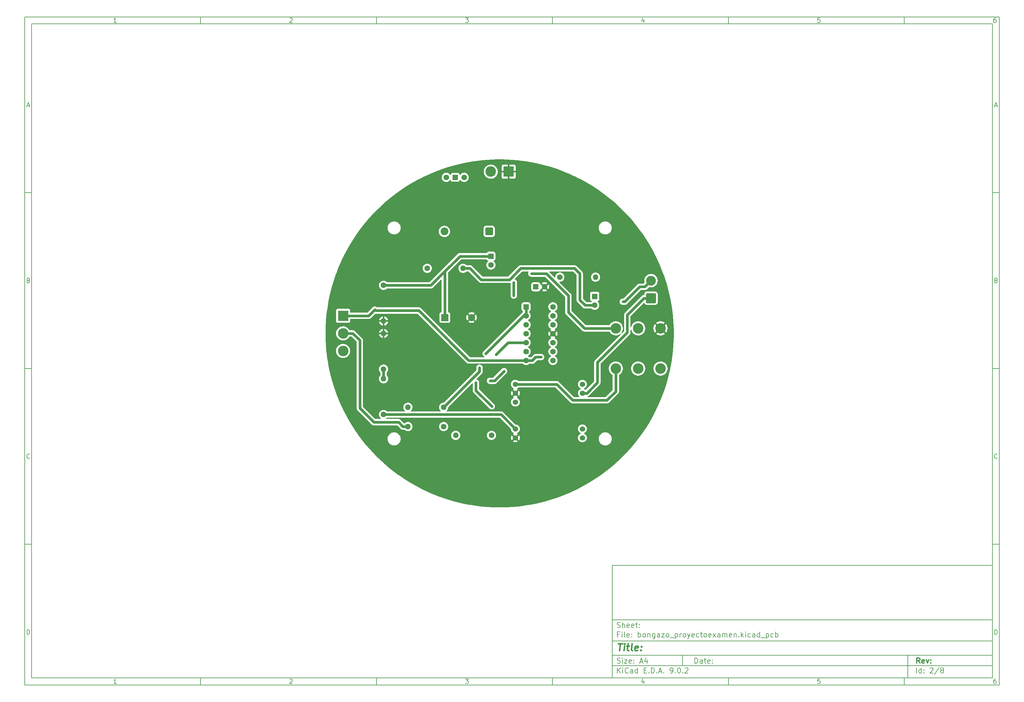
<source format=gbr>
%TF.GenerationSoftware,KiCad,Pcbnew,9.0.2*%
%TF.CreationDate,2025-06-20T15:30:42-04:00*%
%TF.ProjectId,bongazo_proyectoexamen,626f6e67-617a-46f5-9f70-726f79656374,rev?*%
%TF.SameCoordinates,Original*%
%TF.FileFunction,Copper,L2,Bot*%
%TF.FilePolarity,Positive*%
%FSLAX46Y46*%
G04 Gerber Fmt 4.6, Leading zero omitted, Abs format (unit mm)*
G04 Created by KiCad (PCBNEW 9.0.2) date 2025-06-20 15:30:42*
%MOMM*%
%LPD*%
G01*
G04 APERTURE LIST*
G04 Aperture macros list*
%AMRoundRect*
0 Rectangle with rounded corners*
0 $1 Rounding radius*
0 $2 $3 $4 $5 $6 $7 $8 $9 X,Y pos of 4 corners*
0 Add a 4 corners polygon primitive as box body*
4,1,4,$2,$3,$4,$5,$6,$7,$8,$9,$2,$3,0*
0 Add four circle primitives for the rounded corners*
1,1,$1+$1,$2,$3*
1,1,$1+$1,$4,$5*
1,1,$1+$1,$6,$7*
1,1,$1+$1,$8,$9*
0 Add four rect primitives between the rounded corners*
20,1,$1+$1,$2,$3,$4,$5,0*
20,1,$1+$1,$4,$5,$6,$7,0*
20,1,$1+$1,$6,$7,$8,$9,0*
20,1,$1+$1,$8,$9,$2,$3,0*%
G04 Aperture macros list end*
%ADD10C,0.100000*%
%ADD11C,0.150000*%
%ADD12C,0.300000*%
%ADD13C,0.400000*%
%TA.AperFunction,ComponentPad*%
%ADD14C,1.600000*%
%TD*%
%TA.AperFunction,ComponentPad*%
%ADD15O,1.600000X1.600000*%
%TD*%
%TA.AperFunction,ComponentPad*%
%ADD16RoundRect,0.250000X-0.550000X-0.550000X0.550000X-0.550000X0.550000X0.550000X-0.550000X0.550000X0*%
%TD*%
%TA.AperFunction,ComponentPad*%
%ADD17RoundRect,0.250001X1.149999X-1.149999X1.149999X1.149999X-1.149999X1.149999X-1.149999X-1.149999X0*%
%TD*%
%TA.AperFunction,ComponentPad*%
%ADD18C,2.800000*%
%TD*%
%TA.AperFunction,ComponentPad*%
%ADD19R,2.000000X2.000000*%
%TD*%
%TA.AperFunction,ComponentPad*%
%ADD20C,2.000000*%
%TD*%
%TA.AperFunction,ComponentPad*%
%ADD21R,1.600000X1.600000*%
%TD*%
%TA.AperFunction,ComponentPad*%
%ADD22R,3.000000X3.000000*%
%TD*%
%TA.AperFunction,ComponentPad*%
%ADD23C,3.000000*%
%TD*%
%TA.AperFunction,ComponentPad*%
%ADD24C,1.524000*%
%TD*%
%TA.AperFunction,ComponentPad*%
%ADD25R,1.500000X1.500000*%
%TD*%
%TA.AperFunction,ComponentPad*%
%ADD26RoundRect,0.249999X0.850001X0.850001X-0.850001X0.850001X-0.850001X-0.850001X0.850001X-0.850001X0*%
%TD*%
%TA.AperFunction,ComponentPad*%
%ADD27C,2.200000*%
%TD*%
%TA.AperFunction,ComponentPad*%
%ADD28RoundRect,0.250000X-0.550000X0.550000X-0.550000X-0.550000X0.550000X-0.550000X0.550000X0.550000X0*%
%TD*%
%TA.AperFunction,ViaPad*%
%ADD29C,0.600000*%
%TD*%
%TA.AperFunction,Conductor*%
%ADD30C,0.800000*%
%TD*%
G04 APERTURE END LIST*
D10*
D11*
X177002200Y-166007200D02*
X285002200Y-166007200D01*
X285002200Y-198007200D01*
X177002200Y-198007200D01*
X177002200Y-166007200D01*
D10*
D11*
X10000000Y-10000000D02*
X287002200Y-10000000D01*
X287002200Y-200007200D01*
X10000000Y-200007200D01*
X10000000Y-10000000D01*
D10*
D11*
X12000000Y-12000000D02*
X285002200Y-12000000D01*
X285002200Y-198007200D01*
X12000000Y-198007200D01*
X12000000Y-12000000D01*
D10*
D11*
X60000000Y-12000000D02*
X60000000Y-10000000D01*
D10*
D11*
X110000000Y-12000000D02*
X110000000Y-10000000D01*
D10*
D11*
X160000000Y-12000000D02*
X160000000Y-10000000D01*
D10*
D11*
X210000000Y-12000000D02*
X210000000Y-10000000D01*
D10*
D11*
X260000000Y-12000000D02*
X260000000Y-10000000D01*
D10*
D11*
X36089160Y-11593604D02*
X35346303Y-11593604D01*
X35717731Y-11593604D02*
X35717731Y-10293604D01*
X35717731Y-10293604D02*
X35593922Y-10479319D01*
X35593922Y-10479319D02*
X35470112Y-10603128D01*
X35470112Y-10603128D02*
X35346303Y-10665033D01*
D10*
D11*
X85346303Y-10417414D02*
X85408207Y-10355509D01*
X85408207Y-10355509D02*
X85532017Y-10293604D01*
X85532017Y-10293604D02*
X85841541Y-10293604D01*
X85841541Y-10293604D02*
X85965350Y-10355509D01*
X85965350Y-10355509D02*
X86027255Y-10417414D01*
X86027255Y-10417414D02*
X86089160Y-10541223D01*
X86089160Y-10541223D02*
X86089160Y-10665033D01*
X86089160Y-10665033D02*
X86027255Y-10850747D01*
X86027255Y-10850747D02*
X85284398Y-11593604D01*
X85284398Y-11593604D02*
X86089160Y-11593604D01*
D10*
D11*
X135284398Y-10293604D02*
X136089160Y-10293604D01*
X136089160Y-10293604D02*
X135655826Y-10788842D01*
X135655826Y-10788842D02*
X135841541Y-10788842D01*
X135841541Y-10788842D02*
X135965350Y-10850747D01*
X135965350Y-10850747D02*
X136027255Y-10912652D01*
X136027255Y-10912652D02*
X136089160Y-11036461D01*
X136089160Y-11036461D02*
X136089160Y-11345985D01*
X136089160Y-11345985D02*
X136027255Y-11469795D01*
X136027255Y-11469795D02*
X135965350Y-11531700D01*
X135965350Y-11531700D02*
X135841541Y-11593604D01*
X135841541Y-11593604D02*
X135470112Y-11593604D01*
X135470112Y-11593604D02*
X135346303Y-11531700D01*
X135346303Y-11531700D02*
X135284398Y-11469795D01*
D10*
D11*
X185965350Y-10726938D02*
X185965350Y-11593604D01*
X185655826Y-10231700D02*
X185346303Y-11160271D01*
X185346303Y-11160271D02*
X186151064Y-11160271D01*
D10*
D11*
X236027255Y-10293604D02*
X235408207Y-10293604D01*
X235408207Y-10293604D02*
X235346303Y-10912652D01*
X235346303Y-10912652D02*
X235408207Y-10850747D01*
X235408207Y-10850747D02*
X235532017Y-10788842D01*
X235532017Y-10788842D02*
X235841541Y-10788842D01*
X235841541Y-10788842D02*
X235965350Y-10850747D01*
X235965350Y-10850747D02*
X236027255Y-10912652D01*
X236027255Y-10912652D02*
X236089160Y-11036461D01*
X236089160Y-11036461D02*
X236089160Y-11345985D01*
X236089160Y-11345985D02*
X236027255Y-11469795D01*
X236027255Y-11469795D02*
X235965350Y-11531700D01*
X235965350Y-11531700D02*
X235841541Y-11593604D01*
X235841541Y-11593604D02*
X235532017Y-11593604D01*
X235532017Y-11593604D02*
X235408207Y-11531700D01*
X235408207Y-11531700D02*
X235346303Y-11469795D01*
D10*
D11*
X285965350Y-10293604D02*
X285717731Y-10293604D01*
X285717731Y-10293604D02*
X285593922Y-10355509D01*
X285593922Y-10355509D02*
X285532017Y-10417414D01*
X285532017Y-10417414D02*
X285408207Y-10603128D01*
X285408207Y-10603128D02*
X285346303Y-10850747D01*
X285346303Y-10850747D02*
X285346303Y-11345985D01*
X285346303Y-11345985D02*
X285408207Y-11469795D01*
X285408207Y-11469795D02*
X285470112Y-11531700D01*
X285470112Y-11531700D02*
X285593922Y-11593604D01*
X285593922Y-11593604D02*
X285841541Y-11593604D01*
X285841541Y-11593604D02*
X285965350Y-11531700D01*
X285965350Y-11531700D02*
X286027255Y-11469795D01*
X286027255Y-11469795D02*
X286089160Y-11345985D01*
X286089160Y-11345985D02*
X286089160Y-11036461D01*
X286089160Y-11036461D02*
X286027255Y-10912652D01*
X286027255Y-10912652D02*
X285965350Y-10850747D01*
X285965350Y-10850747D02*
X285841541Y-10788842D01*
X285841541Y-10788842D02*
X285593922Y-10788842D01*
X285593922Y-10788842D02*
X285470112Y-10850747D01*
X285470112Y-10850747D02*
X285408207Y-10912652D01*
X285408207Y-10912652D02*
X285346303Y-11036461D01*
D10*
D11*
X60000000Y-198007200D02*
X60000000Y-200007200D01*
D10*
D11*
X110000000Y-198007200D02*
X110000000Y-200007200D01*
D10*
D11*
X160000000Y-198007200D02*
X160000000Y-200007200D01*
D10*
D11*
X210000000Y-198007200D02*
X210000000Y-200007200D01*
D10*
D11*
X260000000Y-198007200D02*
X260000000Y-200007200D01*
D10*
D11*
X36089160Y-199600804D02*
X35346303Y-199600804D01*
X35717731Y-199600804D02*
X35717731Y-198300804D01*
X35717731Y-198300804D02*
X35593922Y-198486519D01*
X35593922Y-198486519D02*
X35470112Y-198610328D01*
X35470112Y-198610328D02*
X35346303Y-198672233D01*
D10*
D11*
X85346303Y-198424614D02*
X85408207Y-198362709D01*
X85408207Y-198362709D02*
X85532017Y-198300804D01*
X85532017Y-198300804D02*
X85841541Y-198300804D01*
X85841541Y-198300804D02*
X85965350Y-198362709D01*
X85965350Y-198362709D02*
X86027255Y-198424614D01*
X86027255Y-198424614D02*
X86089160Y-198548423D01*
X86089160Y-198548423D02*
X86089160Y-198672233D01*
X86089160Y-198672233D02*
X86027255Y-198857947D01*
X86027255Y-198857947D02*
X85284398Y-199600804D01*
X85284398Y-199600804D02*
X86089160Y-199600804D01*
D10*
D11*
X135284398Y-198300804D02*
X136089160Y-198300804D01*
X136089160Y-198300804D02*
X135655826Y-198796042D01*
X135655826Y-198796042D02*
X135841541Y-198796042D01*
X135841541Y-198796042D02*
X135965350Y-198857947D01*
X135965350Y-198857947D02*
X136027255Y-198919852D01*
X136027255Y-198919852D02*
X136089160Y-199043661D01*
X136089160Y-199043661D02*
X136089160Y-199353185D01*
X136089160Y-199353185D02*
X136027255Y-199476995D01*
X136027255Y-199476995D02*
X135965350Y-199538900D01*
X135965350Y-199538900D02*
X135841541Y-199600804D01*
X135841541Y-199600804D02*
X135470112Y-199600804D01*
X135470112Y-199600804D02*
X135346303Y-199538900D01*
X135346303Y-199538900D02*
X135284398Y-199476995D01*
D10*
D11*
X185965350Y-198734138D02*
X185965350Y-199600804D01*
X185655826Y-198238900D02*
X185346303Y-199167471D01*
X185346303Y-199167471D02*
X186151064Y-199167471D01*
D10*
D11*
X236027255Y-198300804D02*
X235408207Y-198300804D01*
X235408207Y-198300804D02*
X235346303Y-198919852D01*
X235346303Y-198919852D02*
X235408207Y-198857947D01*
X235408207Y-198857947D02*
X235532017Y-198796042D01*
X235532017Y-198796042D02*
X235841541Y-198796042D01*
X235841541Y-198796042D02*
X235965350Y-198857947D01*
X235965350Y-198857947D02*
X236027255Y-198919852D01*
X236027255Y-198919852D02*
X236089160Y-199043661D01*
X236089160Y-199043661D02*
X236089160Y-199353185D01*
X236089160Y-199353185D02*
X236027255Y-199476995D01*
X236027255Y-199476995D02*
X235965350Y-199538900D01*
X235965350Y-199538900D02*
X235841541Y-199600804D01*
X235841541Y-199600804D02*
X235532017Y-199600804D01*
X235532017Y-199600804D02*
X235408207Y-199538900D01*
X235408207Y-199538900D02*
X235346303Y-199476995D01*
D10*
D11*
X285965350Y-198300804D02*
X285717731Y-198300804D01*
X285717731Y-198300804D02*
X285593922Y-198362709D01*
X285593922Y-198362709D02*
X285532017Y-198424614D01*
X285532017Y-198424614D02*
X285408207Y-198610328D01*
X285408207Y-198610328D02*
X285346303Y-198857947D01*
X285346303Y-198857947D02*
X285346303Y-199353185D01*
X285346303Y-199353185D02*
X285408207Y-199476995D01*
X285408207Y-199476995D02*
X285470112Y-199538900D01*
X285470112Y-199538900D02*
X285593922Y-199600804D01*
X285593922Y-199600804D02*
X285841541Y-199600804D01*
X285841541Y-199600804D02*
X285965350Y-199538900D01*
X285965350Y-199538900D02*
X286027255Y-199476995D01*
X286027255Y-199476995D02*
X286089160Y-199353185D01*
X286089160Y-199353185D02*
X286089160Y-199043661D01*
X286089160Y-199043661D02*
X286027255Y-198919852D01*
X286027255Y-198919852D02*
X285965350Y-198857947D01*
X285965350Y-198857947D02*
X285841541Y-198796042D01*
X285841541Y-198796042D02*
X285593922Y-198796042D01*
X285593922Y-198796042D02*
X285470112Y-198857947D01*
X285470112Y-198857947D02*
X285408207Y-198919852D01*
X285408207Y-198919852D02*
X285346303Y-199043661D01*
D10*
D11*
X10000000Y-60000000D02*
X12000000Y-60000000D01*
D10*
D11*
X10000000Y-110000000D02*
X12000000Y-110000000D01*
D10*
D11*
X10000000Y-160000000D02*
X12000000Y-160000000D01*
D10*
D11*
X10690476Y-35222176D02*
X11309523Y-35222176D01*
X10566666Y-35593604D02*
X10999999Y-34293604D01*
X10999999Y-34293604D02*
X11433333Y-35593604D01*
D10*
D11*
X11092857Y-84912652D02*
X11278571Y-84974557D01*
X11278571Y-84974557D02*
X11340476Y-85036461D01*
X11340476Y-85036461D02*
X11402380Y-85160271D01*
X11402380Y-85160271D02*
X11402380Y-85345985D01*
X11402380Y-85345985D02*
X11340476Y-85469795D01*
X11340476Y-85469795D02*
X11278571Y-85531700D01*
X11278571Y-85531700D02*
X11154761Y-85593604D01*
X11154761Y-85593604D02*
X10659523Y-85593604D01*
X10659523Y-85593604D02*
X10659523Y-84293604D01*
X10659523Y-84293604D02*
X11092857Y-84293604D01*
X11092857Y-84293604D02*
X11216666Y-84355509D01*
X11216666Y-84355509D02*
X11278571Y-84417414D01*
X11278571Y-84417414D02*
X11340476Y-84541223D01*
X11340476Y-84541223D02*
X11340476Y-84665033D01*
X11340476Y-84665033D02*
X11278571Y-84788842D01*
X11278571Y-84788842D02*
X11216666Y-84850747D01*
X11216666Y-84850747D02*
X11092857Y-84912652D01*
X11092857Y-84912652D02*
X10659523Y-84912652D01*
D10*
D11*
X11402380Y-135469795D02*
X11340476Y-135531700D01*
X11340476Y-135531700D02*
X11154761Y-135593604D01*
X11154761Y-135593604D02*
X11030952Y-135593604D01*
X11030952Y-135593604D02*
X10845238Y-135531700D01*
X10845238Y-135531700D02*
X10721428Y-135407890D01*
X10721428Y-135407890D02*
X10659523Y-135284080D01*
X10659523Y-135284080D02*
X10597619Y-135036461D01*
X10597619Y-135036461D02*
X10597619Y-134850747D01*
X10597619Y-134850747D02*
X10659523Y-134603128D01*
X10659523Y-134603128D02*
X10721428Y-134479319D01*
X10721428Y-134479319D02*
X10845238Y-134355509D01*
X10845238Y-134355509D02*
X11030952Y-134293604D01*
X11030952Y-134293604D02*
X11154761Y-134293604D01*
X11154761Y-134293604D02*
X11340476Y-134355509D01*
X11340476Y-134355509D02*
X11402380Y-134417414D01*
D10*
D11*
X10659523Y-185593604D02*
X10659523Y-184293604D01*
X10659523Y-184293604D02*
X10969047Y-184293604D01*
X10969047Y-184293604D02*
X11154761Y-184355509D01*
X11154761Y-184355509D02*
X11278571Y-184479319D01*
X11278571Y-184479319D02*
X11340476Y-184603128D01*
X11340476Y-184603128D02*
X11402380Y-184850747D01*
X11402380Y-184850747D02*
X11402380Y-185036461D01*
X11402380Y-185036461D02*
X11340476Y-185284080D01*
X11340476Y-185284080D02*
X11278571Y-185407890D01*
X11278571Y-185407890D02*
X11154761Y-185531700D01*
X11154761Y-185531700D02*
X10969047Y-185593604D01*
X10969047Y-185593604D02*
X10659523Y-185593604D01*
D10*
D11*
X287002200Y-60000000D02*
X285002200Y-60000000D01*
D10*
D11*
X287002200Y-110000000D02*
X285002200Y-110000000D01*
D10*
D11*
X287002200Y-160000000D02*
X285002200Y-160000000D01*
D10*
D11*
X285692676Y-35222176D02*
X286311723Y-35222176D01*
X285568866Y-35593604D02*
X286002199Y-34293604D01*
X286002199Y-34293604D02*
X286435533Y-35593604D01*
D10*
D11*
X286095057Y-84912652D02*
X286280771Y-84974557D01*
X286280771Y-84974557D02*
X286342676Y-85036461D01*
X286342676Y-85036461D02*
X286404580Y-85160271D01*
X286404580Y-85160271D02*
X286404580Y-85345985D01*
X286404580Y-85345985D02*
X286342676Y-85469795D01*
X286342676Y-85469795D02*
X286280771Y-85531700D01*
X286280771Y-85531700D02*
X286156961Y-85593604D01*
X286156961Y-85593604D02*
X285661723Y-85593604D01*
X285661723Y-85593604D02*
X285661723Y-84293604D01*
X285661723Y-84293604D02*
X286095057Y-84293604D01*
X286095057Y-84293604D02*
X286218866Y-84355509D01*
X286218866Y-84355509D02*
X286280771Y-84417414D01*
X286280771Y-84417414D02*
X286342676Y-84541223D01*
X286342676Y-84541223D02*
X286342676Y-84665033D01*
X286342676Y-84665033D02*
X286280771Y-84788842D01*
X286280771Y-84788842D02*
X286218866Y-84850747D01*
X286218866Y-84850747D02*
X286095057Y-84912652D01*
X286095057Y-84912652D02*
X285661723Y-84912652D01*
D10*
D11*
X286404580Y-135469795D02*
X286342676Y-135531700D01*
X286342676Y-135531700D02*
X286156961Y-135593604D01*
X286156961Y-135593604D02*
X286033152Y-135593604D01*
X286033152Y-135593604D02*
X285847438Y-135531700D01*
X285847438Y-135531700D02*
X285723628Y-135407890D01*
X285723628Y-135407890D02*
X285661723Y-135284080D01*
X285661723Y-135284080D02*
X285599819Y-135036461D01*
X285599819Y-135036461D02*
X285599819Y-134850747D01*
X285599819Y-134850747D02*
X285661723Y-134603128D01*
X285661723Y-134603128D02*
X285723628Y-134479319D01*
X285723628Y-134479319D02*
X285847438Y-134355509D01*
X285847438Y-134355509D02*
X286033152Y-134293604D01*
X286033152Y-134293604D02*
X286156961Y-134293604D01*
X286156961Y-134293604D02*
X286342676Y-134355509D01*
X286342676Y-134355509D02*
X286404580Y-134417414D01*
D10*
D11*
X285661723Y-185593604D02*
X285661723Y-184293604D01*
X285661723Y-184293604D02*
X285971247Y-184293604D01*
X285971247Y-184293604D02*
X286156961Y-184355509D01*
X286156961Y-184355509D02*
X286280771Y-184479319D01*
X286280771Y-184479319D02*
X286342676Y-184603128D01*
X286342676Y-184603128D02*
X286404580Y-184850747D01*
X286404580Y-184850747D02*
X286404580Y-185036461D01*
X286404580Y-185036461D02*
X286342676Y-185284080D01*
X286342676Y-185284080D02*
X286280771Y-185407890D01*
X286280771Y-185407890D02*
X286156961Y-185531700D01*
X286156961Y-185531700D02*
X285971247Y-185593604D01*
X285971247Y-185593604D02*
X285661723Y-185593604D01*
D10*
D11*
X200458026Y-193793328D02*
X200458026Y-192293328D01*
X200458026Y-192293328D02*
X200815169Y-192293328D01*
X200815169Y-192293328D02*
X201029455Y-192364757D01*
X201029455Y-192364757D02*
X201172312Y-192507614D01*
X201172312Y-192507614D02*
X201243741Y-192650471D01*
X201243741Y-192650471D02*
X201315169Y-192936185D01*
X201315169Y-192936185D02*
X201315169Y-193150471D01*
X201315169Y-193150471D02*
X201243741Y-193436185D01*
X201243741Y-193436185D02*
X201172312Y-193579042D01*
X201172312Y-193579042D02*
X201029455Y-193721900D01*
X201029455Y-193721900D02*
X200815169Y-193793328D01*
X200815169Y-193793328D02*
X200458026Y-193793328D01*
X202600884Y-193793328D02*
X202600884Y-193007614D01*
X202600884Y-193007614D02*
X202529455Y-192864757D01*
X202529455Y-192864757D02*
X202386598Y-192793328D01*
X202386598Y-192793328D02*
X202100884Y-192793328D01*
X202100884Y-192793328D02*
X201958026Y-192864757D01*
X202600884Y-193721900D02*
X202458026Y-193793328D01*
X202458026Y-193793328D02*
X202100884Y-193793328D01*
X202100884Y-193793328D02*
X201958026Y-193721900D01*
X201958026Y-193721900D02*
X201886598Y-193579042D01*
X201886598Y-193579042D02*
X201886598Y-193436185D01*
X201886598Y-193436185D02*
X201958026Y-193293328D01*
X201958026Y-193293328D02*
X202100884Y-193221900D01*
X202100884Y-193221900D02*
X202458026Y-193221900D01*
X202458026Y-193221900D02*
X202600884Y-193150471D01*
X203100884Y-192793328D02*
X203672312Y-192793328D01*
X203315169Y-192293328D02*
X203315169Y-193579042D01*
X203315169Y-193579042D02*
X203386598Y-193721900D01*
X203386598Y-193721900D02*
X203529455Y-193793328D01*
X203529455Y-193793328D02*
X203672312Y-193793328D01*
X204743741Y-193721900D02*
X204600884Y-193793328D01*
X204600884Y-193793328D02*
X204315170Y-193793328D01*
X204315170Y-193793328D02*
X204172312Y-193721900D01*
X204172312Y-193721900D02*
X204100884Y-193579042D01*
X204100884Y-193579042D02*
X204100884Y-193007614D01*
X204100884Y-193007614D02*
X204172312Y-192864757D01*
X204172312Y-192864757D02*
X204315170Y-192793328D01*
X204315170Y-192793328D02*
X204600884Y-192793328D01*
X204600884Y-192793328D02*
X204743741Y-192864757D01*
X204743741Y-192864757D02*
X204815170Y-193007614D01*
X204815170Y-193007614D02*
X204815170Y-193150471D01*
X204815170Y-193150471D02*
X204100884Y-193293328D01*
X205458026Y-193650471D02*
X205529455Y-193721900D01*
X205529455Y-193721900D02*
X205458026Y-193793328D01*
X205458026Y-193793328D02*
X205386598Y-193721900D01*
X205386598Y-193721900D02*
X205458026Y-193650471D01*
X205458026Y-193650471D02*
X205458026Y-193793328D01*
X205458026Y-192864757D02*
X205529455Y-192936185D01*
X205529455Y-192936185D02*
X205458026Y-193007614D01*
X205458026Y-193007614D02*
X205386598Y-192936185D01*
X205386598Y-192936185D02*
X205458026Y-192864757D01*
X205458026Y-192864757D02*
X205458026Y-193007614D01*
D10*
D11*
X177002200Y-194507200D02*
X285002200Y-194507200D01*
D10*
D11*
X178458026Y-196593328D02*
X178458026Y-195093328D01*
X179315169Y-196593328D02*
X178672312Y-195736185D01*
X179315169Y-195093328D02*
X178458026Y-195950471D01*
X179958026Y-196593328D02*
X179958026Y-195593328D01*
X179958026Y-195093328D02*
X179886598Y-195164757D01*
X179886598Y-195164757D02*
X179958026Y-195236185D01*
X179958026Y-195236185D02*
X180029455Y-195164757D01*
X180029455Y-195164757D02*
X179958026Y-195093328D01*
X179958026Y-195093328D02*
X179958026Y-195236185D01*
X181529455Y-196450471D02*
X181458027Y-196521900D01*
X181458027Y-196521900D02*
X181243741Y-196593328D01*
X181243741Y-196593328D02*
X181100884Y-196593328D01*
X181100884Y-196593328D02*
X180886598Y-196521900D01*
X180886598Y-196521900D02*
X180743741Y-196379042D01*
X180743741Y-196379042D02*
X180672312Y-196236185D01*
X180672312Y-196236185D02*
X180600884Y-195950471D01*
X180600884Y-195950471D02*
X180600884Y-195736185D01*
X180600884Y-195736185D02*
X180672312Y-195450471D01*
X180672312Y-195450471D02*
X180743741Y-195307614D01*
X180743741Y-195307614D02*
X180886598Y-195164757D01*
X180886598Y-195164757D02*
X181100884Y-195093328D01*
X181100884Y-195093328D02*
X181243741Y-195093328D01*
X181243741Y-195093328D02*
X181458027Y-195164757D01*
X181458027Y-195164757D02*
X181529455Y-195236185D01*
X182815170Y-196593328D02*
X182815170Y-195807614D01*
X182815170Y-195807614D02*
X182743741Y-195664757D01*
X182743741Y-195664757D02*
X182600884Y-195593328D01*
X182600884Y-195593328D02*
X182315170Y-195593328D01*
X182315170Y-195593328D02*
X182172312Y-195664757D01*
X182815170Y-196521900D02*
X182672312Y-196593328D01*
X182672312Y-196593328D02*
X182315170Y-196593328D01*
X182315170Y-196593328D02*
X182172312Y-196521900D01*
X182172312Y-196521900D02*
X182100884Y-196379042D01*
X182100884Y-196379042D02*
X182100884Y-196236185D01*
X182100884Y-196236185D02*
X182172312Y-196093328D01*
X182172312Y-196093328D02*
X182315170Y-196021900D01*
X182315170Y-196021900D02*
X182672312Y-196021900D01*
X182672312Y-196021900D02*
X182815170Y-195950471D01*
X184172313Y-196593328D02*
X184172313Y-195093328D01*
X184172313Y-196521900D02*
X184029455Y-196593328D01*
X184029455Y-196593328D02*
X183743741Y-196593328D01*
X183743741Y-196593328D02*
X183600884Y-196521900D01*
X183600884Y-196521900D02*
X183529455Y-196450471D01*
X183529455Y-196450471D02*
X183458027Y-196307614D01*
X183458027Y-196307614D02*
X183458027Y-195879042D01*
X183458027Y-195879042D02*
X183529455Y-195736185D01*
X183529455Y-195736185D02*
X183600884Y-195664757D01*
X183600884Y-195664757D02*
X183743741Y-195593328D01*
X183743741Y-195593328D02*
X184029455Y-195593328D01*
X184029455Y-195593328D02*
X184172313Y-195664757D01*
X186029455Y-195807614D02*
X186529455Y-195807614D01*
X186743741Y-196593328D02*
X186029455Y-196593328D01*
X186029455Y-196593328D02*
X186029455Y-195093328D01*
X186029455Y-195093328D02*
X186743741Y-195093328D01*
X187386598Y-196450471D02*
X187458027Y-196521900D01*
X187458027Y-196521900D02*
X187386598Y-196593328D01*
X187386598Y-196593328D02*
X187315170Y-196521900D01*
X187315170Y-196521900D02*
X187386598Y-196450471D01*
X187386598Y-196450471D02*
X187386598Y-196593328D01*
X188100884Y-196593328D02*
X188100884Y-195093328D01*
X188100884Y-195093328D02*
X188458027Y-195093328D01*
X188458027Y-195093328D02*
X188672313Y-195164757D01*
X188672313Y-195164757D02*
X188815170Y-195307614D01*
X188815170Y-195307614D02*
X188886599Y-195450471D01*
X188886599Y-195450471D02*
X188958027Y-195736185D01*
X188958027Y-195736185D02*
X188958027Y-195950471D01*
X188958027Y-195950471D02*
X188886599Y-196236185D01*
X188886599Y-196236185D02*
X188815170Y-196379042D01*
X188815170Y-196379042D02*
X188672313Y-196521900D01*
X188672313Y-196521900D02*
X188458027Y-196593328D01*
X188458027Y-196593328D02*
X188100884Y-196593328D01*
X189600884Y-196450471D02*
X189672313Y-196521900D01*
X189672313Y-196521900D02*
X189600884Y-196593328D01*
X189600884Y-196593328D02*
X189529456Y-196521900D01*
X189529456Y-196521900D02*
X189600884Y-196450471D01*
X189600884Y-196450471D02*
X189600884Y-196593328D01*
X190243742Y-196164757D02*
X190958028Y-196164757D01*
X190100885Y-196593328D02*
X190600885Y-195093328D01*
X190600885Y-195093328D02*
X191100885Y-196593328D01*
X191600884Y-196450471D02*
X191672313Y-196521900D01*
X191672313Y-196521900D02*
X191600884Y-196593328D01*
X191600884Y-196593328D02*
X191529456Y-196521900D01*
X191529456Y-196521900D02*
X191600884Y-196450471D01*
X191600884Y-196450471D02*
X191600884Y-196593328D01*
X193529456Y-196593328D02*
X193815170Y-196593328D01*
X193815170Y-196593328D02*
X193958027Y-196521900D01*
X193958027Y-196521900D02*
X194029456Y-196450471D01*
X194029456Y-196450471D02*
X194172313Y-196236185D01*
X194172313Y-196236185D02*
X194243742Y-195950471D01*
X194243742Y-195950471D02*
X194243742Y-195379042D01*
X194243742Y-195379042D02*
X194172313Y-195236185D01*
X194172313Y-195236185D02*
X194100885Y-195164757D01*
X194100885Y-195164757D02*
X193958027Y-195093328D01*
X193958027Y-195093328D02*
X193672313Y-195093328D01*
X193672313Y-195093328D02*
X193529456Y-195164757D01*
X193529456Y-195164757D02*
X193458027Y-195236185D01*
X193458027Y-195236185D02*
X193386599Y-195379042D01*
X193386599Y-195379042D02*
X193386599Y-195736185D01*
X193386599Y-195736185D02*
X193458027Y-195879042D01*
X193458027Y-195879042D02*
X193529456Y-195950471D01*
X193529456Y-195950471D02*
X193672313Y-196021900D01*
X193672313Y-196021900D02*
X193958027Y-196021900D01*
X193958027Y-196021900D02*
X194100885Y-195950471D01*
X194100885Y-195950471D02*
X194172313Y-195879042D01*
X194172313Y-195879042D02*
X194243742Y-195736185D01*
X194886598Y-196450471D02*
X194958027Y-196521900D01*
X194958027Y-196521900D02*
X194886598Y-196593328D01*
X194886598Y-196593328D02*
X194815170Y-196521900D01*
X194815170Y-196521900D02*
X194886598Y-196450471D01*
X194886598Y-196450471D02*
X194886598Y-196593328D01*
X195886599Y-195093328D02*
X196029456Y-195093328D01*
X196029456Y-195093328D02*
X196172313Y-195164757D01*
X196172313Y-195164757D02*
X196243742Y-195236185D01*
X196243742Y-195236185D02*
X196315170Y-195379042D01*
X196315170Y-195379042D02*
X196386599Y-195664757D01*
X196386599Y-195664757D02*
X196386599Y-196021900D01*
X196386599Y-196021900D02*
X196315170Y-196307614D01*
X196315170Y-196307614D02*
X196243742Y-196450471D01*
X196243742Y-196450471D02*
X196172313Y-196521900D01*
X196172313Y-196521900D02*
X196029456Y-196593328D01*
X196029456Y-196593328D02*
X195886599Y-196593328D01*
X195886599Y-196593328D02*
X195743742Y-196521900D01*
X195743742Y-196521900D02*
X195672313Y-196450471D01*
X195672313Y-196450471D02*
X195600884Y-196307614D01*
X195600884Y-196307614D02*
X195529456Y-196021900D01*
X195529456Y-196021900D02*
X195529456Y-195664757D01*
X195529456Y-195664757D02*
X195600884Y-195379042D01*
X195600884Y-195379042D02*
X195672313Y-195236185D01*
X195672313Y-195236185D02*
X195743742Y-195164757D01*
X195743742Y-195164757D02*
X195886599Y-195093328D01*
X197029455Y-196450471D02*
X197100884Y-196521900D01*
X197100884Y-196521900D02*
X197029455Y-196593328D01*
X197029455Y-196593328D02*
X196958027Y-196521900D01*
X196958027Y-196521900D02*
X197029455Y-196450471D01*
X197029455Y-196450471D02*
X197029455Y-196593328D01*
X197672313Y-195236185D02*
X197743741Y-195164757D01*
X197743741Y-195164757D02*
X197886599Y-195093328D01*
X197886599Y-195093328D02*
X198243741Y-195093328D01*
X198243741Y-195093328D02*
X198386599Y-195164757D01*
X198386599Y-195164757D02*
X198458027Y-195236185D01*
X198458027Y-195236185D02*
X198529456Y-195379042D01*
X198529456Y-195379042D02*
X198529456Y-195521900D01*
X198529456Y-195521900D02*
X198458027Y-195736185D01*
X198458027Y-195736185D02*
X197600884Y-196593328D01*
X197600884Y-196593328D02*
X198529456Y-196593328D01*
D10*
D11*
X177002200Y-191507200D02*
X285002200Y-191507200D01*
D10*
D12*
X264413853Y-193785528D02*
X263913853Y-193071242D01*
X263556710Y-193785528D02*
X263556710Y-192285528D01*
X263556710Y-192285528D02*
X264128139Y-192285528D01*
X264128139Y-192285528D02*
X264270996Y-192356957D01*
X264270996Y-192356957D02*
X264342425Y-192428385D01*
X264342425Y-192428385D02*
X264413853Y-192571242D01*
X264413853Y-192571242D02*
X264413853Y-192785528D01*
X264413853Y-192785528D02*
X264342425Y-192928385D01*
X264342425Y-192928385D02*
X264270996Y-192999814D01*
X264270996Y-192999814D02*
X264128139Y-193071242D01*
X264128139Y-193071242D02*
X263556710Y-193071242D01*
X265628139Y-193714100D02*
X265485282Y-193785528D01*
X265485282Y-193785528D02*
X265199568Y-193785528D01*
X265199568Y-193785528D02*
X265056710Y-193714100D01*
X265056710Y-193714100D02*
X264985282Y-193571242D01*
X264985282Y-193571242D02*
X264985282Y-192999814D01*
X264985282Y-192999814D02*
X265056710Y-192856957D01*
X265056710Y-192856957D02*
X265199568Y-192785528D01*
X265199568Y-192785528D02*
X265485282Y-192785528D01*
X265485282Y-192785528D02*
X265628139Y-192856957D01*
X265628139Y-192856957D02*
X265699568Y-192999814D01*
X265699568Y-192999814D02*
X265699568Y-193142671D01*
X265699568Y-193142671D02*
X264985282Y-193285528D01*
X266199567Y-192785528D02*
X266556710Y-193785528D01*
X266556710Y-193785528D02*
X266913853Y-192785528D01*
X267485281Y-193642671D02*
X267556710Y-193714100D01*
X267556710Y-193714100D02*
X267485281Y-193785528D01*
X267485281Y-193785528D02*
X267413853Y-193714100D01*
X267413853Y-193714100D02*
X267485281Y-193642671D01*
X267485281Y-193642671D02*
X267485281Y-193785528D01*
X267485281Y-192856957D02*
X267556710Y-192928385D01*
X267556710Y-192928385D02*
X267485281Y-192999814D01*
X267485281Y-192999814D02*
X267413853Y-192928385D01*
X267413853Y-192928385D02*
X267485281Y-192856957D01*
X267485281Y-192856957D02*
X267485281Y-192999814D01*
D10*
D11*
X178386598Y-193721900D02*
X178600884Y-193793328D01*
X178600884Y-193793328D02*
X178958026Y-193793328D01*
X178958026Y-193793328D02*
X179100884Y-193721900D01*
X179100884Y-193721900D02*
X179172312Y-193650471D01*
X179172312Y-193650471D02*
X179243741Y-193507614D01*
X179243741Y-193507614D02*
X179243741Y-193364757D01*
X179243741Y-193364757D02*
X179172312Y-193221900D01*
X179172312Y-193221900D02*
X179100884Y-193150471D01*
X179100884Y-193150471D02*
X178958026Y-193079042D01*
X178958026Y-193079042D02*
X178672312Y-193007614D01*
X178672312Y-193007614D02*
X178529455Y-192936185D01*
X178529455Y-192936185D02*
X178458026Y-192864757D01*
X178458026Y-192864757D02*
X178386598Y-192721900D01*
X178386598Y-192721900D02*
X178386598Y-192579042D01*
X178386598Y-192579042D02*
X178458026Y-192436185D01*
X178458026Y-192436185D02*
X178529455Y-192364757D01*
X178529455Y-192364757D02*
X178672312Y-192293328D01*
X178672312Y-192293328D02*
X179029455Y-192293328D01*
X179029455Y-192293328D02*
X179243741Y-192364757D01*
X179886597Y-193793328D02*
X179886597Y-192793328D01*
X179886597Y-192293328D02*
X179815169Y-192364757D01*
X179815169Y-192364757D02*
X179886597Y-192436185D01*
X179886597Y-192436185D02*
X179958026Y-192364757D01*
X179958026Y-192364757D02*
X179886597Y-192293328D01*
X179886597Y-192293328D02*
X179886597Y-192436185D01*
X180458026Y-192793328D02*
X181243741Y-192793328D01*
X181243741Y-192793328D02*
X180458026Y-193793328D01*
X180458026Y-193793328D02*
X181243741Y-193793328D01*
X182386598Y-193721900D02*
X182243741Y-193793328D01*
X182243741Y-193793328D02*
X181958027Y-193793328D01*
X181958027Y-193793328D02*
X181815169Y-193721900D01*
X181815169Y-193721900D02*
X181743741Y-193579042D01*
X181743741Y-193579042D02*
X181743741Y-193007614D01*
X181743741Y-193007614D02*
X181815169Y-192864757D01*
X181815169Y-192864757D02*
X181958027Y-192793328D01*
X181958027Y-192793328D02*
X182243741Y-192793328D01*
X182243741Y-192793328D02*
X182386598Y-192864757D01*
X182386598Y-192864757D02*
X182458027Y-193007614D01*
X182458027Y-193007614D02*
X182458027Y-193150471D01*
X182458027Y-193150471D02*
X181743741Y-193293328D01*
X183100883Y-193650471D02*
X183172312Y-193721900D01*
X183172312Y-193721900D02*
X183100883Y-193793328D01*
X183100883Y-193793328D02*
X183029455Y-193721900D01*
X183029455Y-193721900D02*
X183100883Y-193650471D01*
X183100883Y-193650471D02*
X183100883Y-193793328D01*
X183100883Y-192864757D02*
X183172312Y-192936185D01*
X183172312Y-192936185D02*
X183100883Y-193007614D01*
X183100883Y-193007614D02*
X183029455Y-192936185D01*
X183029455Y-192936185D02*
X183100883Y-192864757D01*
X183100883Y-192864757D02*
X183100883Y-193007614D01*
X184886598Y-193364757D02*
X185600884Y-193364757D01*
X184743741Y-193793328D02*
X185243741Y-192293328D01*
X185243741Y-192293328D02*
X185743741Y-193793328D01*
X186886598Y-192793328D02*
X186886598Y-193793328D01*
X186529455Y-192221900D02*
X186172312Y-193293328D01*
X186172312Y-193293328D02*
X187100883Y-193293328D01*
D10*
D11*
X263458026Y-196593328D02*
X263458026Y-195093328D01*
X264815170Y-196593328D02*
X264815170Y-195093328D01*
X264815170Y-196521900D02*
X264672312Y-196593328D01*
X264672312Y-196593328D02*
X264386598Y-196593328D01*
X264386598Y-196593328D02*
X264243741Y-196521900D01*
X264243741Y-196521900D02*
X264172312Y-196450471D01*
X264172312Y-196450471D02*
X264100884Y-196307614D01*
X264100884Y-196307614D02*
X264100884Y-195879042D01*
X264100884Y-195879042D02*
X264172312Y-195736185D01*
X264172312Y-195736185D02*
X264243741Y-195664757D01*
X264243741Y-195664757D02*
X264386598Y-195593328D01*
X264386598Y-195593328D02*
X264672312Y-195593328D01*
X264672312Y-195593328D02*
X264815170Y-195664757D01*
X265529455Y-196450471D02*
X265600884Y-196521900D01*
X265600884Y-196521900D02*
X265529455Y-196593328D01*
X265529455Y-196593328D02*
X265458027Y-196521900D01*
X265458027Y-196521900D02*
X265529455Y-196450471D01*
X265529455Y-196450471D02*
X265529455Y-196593328D01*
X265529455Y-195664757D02*
X265600884Y-195736185D01*
X265600884Y-195736185D02*
X265529455Y-195807614D01*
X265529455Y-195807614D02*
X265458027Y-195736185D01*
X265458027Y-195736185D02*
X265529455Y-195664757D01*
X265529455Y-195664757D02*
X265529455Y-195807614D01*
X267315170Y-195236185D02*
X267386598Y-195164757D01*
X267386598Y-195164757D02*
X267529456Y-195093328D01*
X267529456Y-195093328D02*
X267886598Y-195093328D01*
X267886598Y-195093328D02*
X268029456Y-195164757D01*
X268029456Y-195164757D02*
X268100884Y-195236185D01*
X268100884Y-195236185D02*
X268172313Y-195379042D01*
X268172313Y-195379042D02*
X268172313Y-195521900D01*
X268172313Y-195521900D02*
X268100884Y-195736185D01*
X268100884Y-195736185D02*
X267243741Y-196593328D01*
X267243741Y-196593328D02*
X268172313Y-196593328D01*
X269886598Y-195021900D02*
X268600884Y-196950471D01*
X270600884Y-195736185D02*
X270458027Y-195664757D01*
X270458027Y-195664757D02*
X270386598Y-195593328D01*
X270386598Y-195593328D02*
X270315170Y-195450471D01*
X270315170Y-195450471D02*
X270315170Y-195379042D01*
X270315170Y-195379042D02*
X270386598Y-195236185D01*
X270386598Y-195236185D02*
X270458027Y-195164757D01*
X270458027Y-195164757D02*
X270600884Y-195093328D01*
X270600884Y-195093328D02*
X270886598Y-195093328D01*
X270886598Y-195093328D02*
X271029456Y-195164757D01*
X271029456Y-195164757D02*
X271100884Y-195236185D01*
X271100884Y-195236185D02*
X271172313Y-195379042D01*
X271172313Y-195379042D02*
X271172313Y-195450471D01*
X271172313Y-195450471D02*
X271100884Y-195593328D01*
X271100884Y-195593328D02*
X271029456Y-195664757D01*
X271029456Y-195664757D02*
X270886598Y-195736185D01*
X270886598Y-195736185D02*
X270600884Y-195736185D01*
X270600884Y-195736185D02*
X270458027Y-195807614D01*
X270458027Y-195807614D02*
X270386598Y-195879042D01*
X270386598Y-195879042D02*
X270315170Y-196021900D01*
X270315170Y-196021900D02*
X270315170Y-196307614D01*
X270315170Y-196307614D02*
X270386598Y-196450471D01*
X270386598Y-196450471D02*
X270458027Y-196521900D01*
X270458027Y-196521900D02*
X270600884Y-196593328D01*
X270600884Y-196593328D02*
X270886598Y-196593328D01*
X270886598Y-196593328D02*
X271029456Y-196521900D01*
X271029456Y-196521900D02*
X271100884Y-196450471D01*
X271100884Y-196450471D02*
X271172313Y-196307614D01*
X271172313Y-196307614D02*
X271172313Y-196021900D01*
X271172313Y-196021900D02*
X271100884Y-195879042D01*
X271100884Y-195879042D02*
X271029456Y-195807614D01*
X271029456Y-195807614D02*
X270886598Y-195736185D01*
D10*
D11*
X177002200Y-187507200D02*
X285002200Y-187507200D01*
D10*
D13*
X178693928Y-188211638D02*
X179836785Y-188211638D01*
X179015357Y-190211638D02*
X179265357Y-188211638D01*
X180253452Y-190211638D02*
X180420119Y-188878304D01*
X180503452Y-188211638D02*
X180396309Y-188306876D01*
X180396309Y-188306876D02*
X180479643Y-188402114D01*
X180479643Y-188402114D02*
X180586786Y-188306876D01*
X180586786Y-188306876D02*
X180503452Y-188211638D01*
X180503452Y-188211638D02*
X180479643Y-188402114D01*
X181086786Y-188878304D02*
X181848690Y-188878304D01*
X181455833Y-188211638D02*
X181241548Y-189925923D01*
X181241548Y-189925923D02*
X181312976Y-190116400D01*
X181312976Y-190116400D02*
X181491548Y-190211638D01*
X181491548Y-190211638D02*
X181682024Y-190211638D01*
X182634405Y-190211638D02*
X182455833Y-190116400D01*
X182455833Y-190116400D02*
X182384405Y-189925923D01*
X182384405Y-189925923D02*
X182598690Y-188211638D01*
X184170119Y-190116400D02*
X183967738Y-190211638D01*
X183967738Y-190211638D02*
X183586785Y-190211638D01*
X183586785Y-190211638D02*
X183408214Y-190116400D01*
X183408214Y-190116400D02*
X183336785Y-189925923D01*
X183336785Y-189925923D02*
X183432024Y-189164019D01*
X183432024Y-189164019D02*
X183551071Y-188973542D01*
X183551071Y-188973542D02*
X183753452Y-188878304D01*
X183753452Y-188878304D02*
X184134404Y-188878304D01*
X184134404Y-188878304D02*
X184312976Y-188973542D01*
X184312976Y-188973542D02*
X184384404Y-189164019D01*
X184384404Y-189164019D02*
X184360595Y-189354495D01*
X184360595Y-189354495D02*
X183384404Y-189544971D01*
X185134405Y-190021161D02*
X185217738Y-190116400D01*
X185217738Y-190116400D02*
X185110595Y-190211638D01*
X185110595Y-190211638D02*
X185027262Y-190116400D01*
X185027262Y-190116400D02*
X185134405Y-190021161D01*
X185134405Y-190021161D02*
X185110595Y-190211638D01*
X185265357Y-188973542D02*
X185348690Y-189068780D01*
X185348690Y-189068780D02*
X185241548Y-189164019D01*
X185241548Y-189164019D02*
X185158214Y-189068780D01*
X185158214Y-189068780D02*
X185265357Y-188973542D01*
X185265357Y-188973542D02*
X185241548Y-189164019D01*
D10*
D11*
X178958026Y-185607614D02*
X178458026Y-185607614D01*
X178458026Y-186393328D02*
X178458026Y-184893328D01*
X178458026Y-184893328D02*
X179172312Y-184893328D01*
X179743740Y-186393328D02*
X179743740Y-185393328D01*
X179743740Y-184893328D02*
X179672312Y-184964757D01*
X179672312Y-184964757D02*
X179743740Y-185036185D01*
X179743740Y-185036185D02*
X179815169Y-184964757D01*
X179815169Y-184964757D02*
X179743740Y-184893328D01*
X179743740Y-184893328D02*
X179743740Y-185036185D01*
X180672312Y-186393328D02*
X180529455Y-186321900D01*
X180529455Y-186321900D02*
X180458026Y-186179042D01*
X180458026Y-186179042D02*
X180458026Y-184893328D01*
X181815169Y-186321900D02*
X181672312Y-186393328D01*
X181672312Y-186393328D02*
X181386598Y-186393328D01*
X181386598Y-186393328D02*
X181243740Y-186321900D01*
X181243740Y-186321900D02*
X181172312Y-186179042D01*
X181172312Y-186179042D02*
X181172312Y-185607614D01*
X181172312Y-185607614D02*
X181243740Y-185464757D01*
X181243740Y-185464757D02*
X181386598Y-185393328D01*
X181386598Y-185393328D02*
X181672312Y-185393328D01*
X181672312Y-185393328D02*
X181815169Y-185464757D01*
X181815169Y-185464757D02*
X181886598Y-185607614D01*
X181886598Y-185607614D02*
X181886598Y-185750471D01*
X181886598Y-185750471D02*
X181172312Y-185893328D01*
X182529454Y-186250471D02*
X182600883Y-186321900D01*
X182600883Y-186321900D02*
X182529454Y-186393328D01*
X182529454Y-186393328D02*
X182458026Y-186321900D01*
X182458026Y-186321900D02*
X182529454Y-186250471D01*
X182529454Y-186250471D02*
X182529454Y-186393328D01*
X182529454Y-185464757D02*
X182600883Y-185536185D01*
X182600883Y-185536185D02*
X182529454Y-185607614D01*
X182529454Y-185607614D02*
X182458026Y-185536185D01*
X182458026Y-185536185D02*
X182529454Y-185464757D01*
X182529454Y-185464757D02*
X182529454Y-185607614D01*
X184386597Y-186393328D02*
X184386597Y-184893328D01*
X184386597Y-185464757D02*
X184529455Y-185393328D01*
X184529455Y-185393328D02*
X184815169Y-185393328D01*
X184815169Y-185393328D02*
X184958026Y-185464757D01*
X184958026Y-185464757D02*
X185029455Y-185536185D01*
X185029455Y-185536185D02*
X185100883Y-185679042D01*
X185100883Y-185679042D02*
X185100883Y-186107614D01*
X185100883Y-186107614D02*
X185029455Y-186250471D01*
X185029455Y-186250471D02*
X184958026Y-186321900D01*
X184958026Y-186321900D02*
X184815169Y-186393328D01*
X184815169Y-186393328D02*
X184529455Y-186393328D01*
X184529455Y-186393328D02*
X184386597Y-186321900D01*
X185958026Y-186393328D02*
X185815169Y-186321900D01*
X185815169Y-186321900D02*
X185743740Y-186250471D01*
X185743740Y-186250471D02*
X185672312Y-186107614D01*
X185672312Y-186107614D02*
X185672312Y-185679042D01*
X185672312Y-185679042D02*
X185743740Y-185536185D01*
X185743740Y-185536185D02*
X185815169Y-185464757D01*
X185815169Y-185464757D02*
X185958026Y-185393328D01*
X185958026Y-185393328D02*
X186172312Y-185393328D01*
X186172312Y-185393328D02*
X186315169Y-185464757D01*
X186315169Y-185464757D02*
X186386598Y-185536185D01*
X186386598Y-185536185D02*
X186458026Y-185679042D01*
X186458026Y-185679042D02*
X186458026Y-186107614D01*
X186458026Y-186107614D02*
X186386598Y-186250471D01*
X186386598Y-186250471D02*
X186315169Y-186321900D01*
X186315169Y-186321900D02*
X186172312Y-186393328D01*
X186172312Y-186393328D02*
X185958026Y-186393328D01*
X187100883Y-185393328D02*
X187100883Y-186393328D01*
X187100883Y-185536185D02*
X187172312Y-185464757D01*
X187172312Y-185464757D02*
X187315169Y-185393328D01*
X187315169Y-185393328D02*
X187529455Y-185393328D01*
X187529455Y-185393328D02*
X187672312Y-185464757D01*
X187672312Y-185464757D02*
X187743741Y-185607614D01*
X187743741Y-185607614D02*
X187743741Y-186393328D01*
X189100884Y-185393328D02*
X189100884Y-186607614D01*
X189100884Y-186607614D02*
X189029455Y-186750471D01*
X189029455Y-186750471D02*
X188958026Y-186821900D01*
X188958026Y-186821900D02*
X188815169Y-186893328D01*
X188815169Y-186893328D02*
X188600884Y-186893328D01*
X188600884Y-186893328D02*
X188458026Y-186821900D01*
X189100884Y-186321900D02*
X188958026Y-186393328D01*
X188958026Y-186393328D02*
X188672312Y-186393328D01*
X188672312Y-186393328D02*
X188529455Y-186321900D01*
X188529455Y-186321900D02*
X188458026Y-186250471D01*
X188458026Y-186250471D02*
X188386598Y-186107614D01*
X188386598Y-186107614D02*
X188386598Y-185679042D01*
X188386598Y-185679042D02*
X188458026Y-185536185D01*
X188458026Y-185536185D02*
X188529455Y-185464757D01*
X188529455Y-185464757D02*
X188672312Y-185393328D01*
X188672312Y-185393328D02*
X188958026Y-185393328D01*
X188958026Y-185393328D02*
X189100884Y-185464757D01*
X190458027Y-186393328D02*
X190458027Y-185607614D01*
X190458027Y-185607614D02*
X190386598Y-185464757D01*
X190386598Y-185464757D02*
X190243741Y-185393328D01*
X190243741Y-185393328D02*
X189958027Y-185393328D01*
X189958027Y-185393328D02*
X189815169Y-185464757D01*
X190458027Y-186321900D02*
X190315169Y-186393328D01*
X190315169Y-186393328D02*
X189958027Y-186393328D01*
X189958027Y-186393328D02*
X189815169Y-186321900D01*
X189815169Y-186321900D02*
X189743741Y-186179042D01*
X189743741Y-186179042D02*
X189743741Y-186036185D01*
X189743741Y-186036185D02*
X189815169Y-185893328D01*
X189815169Y-185893328D02*
X189958027Y-185821900D01*
X189958027Y-185821900D02*
X190315169Y-185821900D01*
X190315169Y-185821900D02*
X190458027Y-185750471D01*
X191029455Y-185393328D02*
X191815170Y-185393328D01*
X191815170Y-185393328D02*
X191029455Y-186393328D01*
X191029455Y-186393328D02*
X191815170Y-186393328D01*
X192600884Y-186393328D02*
X192458027Y-186321900D01*
X192458027Y-186321900D02*
X192386598Y-186250471D01*
X192386598Y-186250471D02*
X192315170Y-186107614D01*
X192315170Y-186107614D02*
X192315170Y-185679042D01*
X192315170Y-185679042D02*
X192386598Y-185536185D01*
X192386598Y-185536185D02*
X192458027Y-185464757D01*
X192458027Y-185464757D02*
X192600884Y-185393328D01*
X192600884Y-185393328D02*
X192815170Y-185393328D01*
X192815170Y-185393328D02*
X192958027Y-185464757D01*
X192958027Y-185464757D02*
X193029456Y-185536185D01*
X193029456Y-185536185D02*
X193100884Y-185679042D01*
X193100884Y-185679042D02*
X193100884Y-186107614D01*
X193100884Y-186107614D02*
X193029456Y-186250471D01*
X193029456Y-186250471D02*
X192958027Y-186321900D01*
X192958027Y-186321900D02*
X192815170Y-186393328D01*
X192815170Y-186393328D02*
X192600884Y-186393328D01*
X193386599Y-186536185D02*
X194529456Y-186536185D01*
X194886598Y-185393328D02*
X194886598Y-186893328D01*
X194886598Y-185464757D02*
X195029456Y-185393328D01*
X195029456Y-185393328D02*
X195315170Y-185393328D01*
X195315170Y-185393328D02*
X195458027Y-185464757D01*
X195458027Y-185464757D02*
X195529456Y-185536185D01*
X195529456Y-185536185D02*
X195600884Y-185679042D01*
X195600884Y-185679042D02*
X195600884Y-186107614D01*
X195600884Y-186107614D02*
X195529456Y-186250471D01*
X195529456Y-186250471D02*
X195458027Y-186321900D01*
X195458027Y-186321900D02*
X195315170Y-186393328D01*
X195315170Y-186393328D02*
X195029456Y-186393328D01*
X195029456Y-186393328D02*
X194886598Y-186321900D01*
X196243741Y-186393328D02*
X196243741Y-185393328D01*
X196243741Y-185679042D02*
X196315170Y-185536185D01*
X196315170Y-185536185D02*
X196386599Y-185464757D01*
X196386599Y-185464757D02*
X196529456Y-185393328D01*
X196529456Y-185393328D02*
X196672313Y-185393328D01*
X197386598Y-186393328D02*
X197243741Y-186321900D01*
X197243741Y-186321900D02*
X197172312Y-186250471D01*
X197172312Y-186250471D02*
X197100884Y-186107614D01*
X197100884Y-186107614D02*
X197100884Y-185679042D01*
X197100884Y-185679042D02*
X197172312Y-185536185D01*
X197172312Y-185536185D02*
X197243741Y-185464757D01*
X197243741Y-185464757D02*
X197386598Y-185393328D01*
X197386598Y-185393328D02*
X197600884Y-185393328D01*
X197600884Y-185393328D02*
X197743741Y-185464757D01*
X197743741Y-185464757D02*
X197815170Y-185536185D01*
X197815170Y-185536185D02*
X197886598Y-185679042D01*
X197886598Y-185679042D02*
X197886598Y-186107614D01*
X197886598Y-186107614D02*
X197815170Y-186250471D01*
X197815170Y-186250471D02*
X197743741Y-186321900D01*
X197743741Y-186321900D02*
X197600884Y-186393328D01*
X197600884Y-186393328D02*
X197386598Y-186393328D01*
X198386598Y-185393328D02*
X198743741Y-186393328D01*
X199100884Y-185393328D02*
X198743741Y-186393328D01*
X198743741Y-186393328D02*
X198600884Y-186750471D01*
X198600884Y-186750471D02*
X198529455Y-186821900D01*
X198529455Y-186821900D02*
X198386598Y-186893328D01*
X200243741Y-186321900D02*
X200100884Y-186393328D01*
X200100884Y-186393328D02*
X199815170Y-186393328D01*
X199815170Y-186393328D02*
X199672312Y-186321900D01*
X199672312Y-186321900D02*
X199600884Y-186179042D01*
X199600884Y-186179042D02*
X199600884Y-185607614D01*
X199600884Y-185607614D02*
X199672312Y-185464757D01*
X199672312Y-185464757D02*
X199815170Y-185393328D01*
X199815170Y-185393328D02*
X200100884Y-185393328D01*
X200100884Y-185393328D02*
X200243741Y-185464757D01*
X200243741Y-185464757D02*
X200315170Y-185607614D01*
X200315170Y-185607614D02*
X200315170Y-185750471D01*
X200315170Y-185750471D02*
X199600884Y-185893328D01*
X201600884Y-186321900D02*
X201458026Y-186393328D01*
X201458026Y-186393328D02*
X201172312Y-186393328D01*
X201172312Y-186393328D02*
X201029455Y-186321900D01*
X201029455Y-186321900D02*
X200958026Y-186250471D01*
X200958026Y-186250471D02*
X200886598Y-186107614D01*
X200886598Y-186107614D02*
X200886598Y-185679042D01*
X200886598Y-185679042D02*
X200958026Y-185536185D01*
X200958026Y-185536185D02*
X201029455Y-185464757D01*
X201029455Y-185464757D02*
X201172312Y-185393328D01*
X201172312Y-185393328D02*
X201458026Y-185393328D01*
X201458026Y-185393328D02*
X201600884Y-185464757D01*
X202029455Y-185393328D02*
X202600883Y-185393328D01*
X202243740Y-184893328D02*
X202243740Y-186179042D01*
X202243740Y-186179042D02*
X202315169Y-186321900D01*
X202315169Y-186321900D02*
X202458026Y-186393328D01*
X202458026Y-186393328D02*
X202600883Y-186393328D01*
X203315169Y-186393328D02*
X203172312Y-186321900D01*
X203172312Y-186321900D02*
X203100883Y-186250471D01*
X203100883Y-186250471D02*
X203029455Y-186107614D01*
X203029455Y-186107614D02*
X203029455Y-185679042D01*
X203029455Y-185679042D02*
X203100883Y-185536185D01*
X203100883Y-185536185D02*
X203172312Y-185464757D01*
X203172312Y-185464757D02*
X203315169Y-185393328D01*
X203315169Y-185393328D02*
X203529455Y-185393328D01*
X203529455Y-185393328D02*
X203672312Y-185464757D01*
X203672312Y-185464757D02*
X203743741Y-185536185D01*
X203743741Y-185536185D02*
X203815169Y-185679042D01*
X203815169Y-185679042D02*
X203815169Y-186107614D01*
X203815169Y-186107614D02*
X203743741Y-186250471D01*
X203743741Y-186250471D02*
X203672312Y-186321900D01*
X203672312Y-186321900D02*
X203529455Y-186393328D01*
X203529455Y-186393328D02*
X203315169Y-186393328D01*
X205029455Y-186321900D02*
X204886598Y-186393328D01*
X204886598Y-186393328D02*
X204600884Y-186393328D01*
X204600884Y-186393328D02*
X204458026Y-186321900D01*
X204458026Y-186321900D02*
X204386598Y-186179042D01*
X204386598Y-186179042D02*
X204386598Y-185607614D01*
X204386598Y-185607614D02*
X204458026Y-185464757D01*
X204458026Y-185464757D02*
X204600884Y-185393328D01*
X204600884Y-185393328D02*
X204886598Y-185393328D01*
X204886598Y-185393328D02*
X205029455Y-185464757D01*
X205029455Y-185464757D02*
X205100884Y-185607614D01*
X205100884Y-185607614D02*
X205100884Y-185750471D01*
X205100884Y-185750471D02*
X204386598Y-185893328D01*
X205600883Y-186393328D02*
X206386598Y-185393328D01*
X205600883Y-185393328D02*
X206386598Y-186393328D01*
X207600884Y-186393328D02*
X207600884Y-185607614D01*
X207600884Y-185607614D02*
X207529455Y-185464757D01*
X207529455Y-185464757D02*
X207386598Y-185393328D01*
X207386598Y-185393328D02*
X207100884Y-185393328D01*
X207100884Y-185393328D02*
X206958026Y-185464757D01*
X207600884Y-186321900D02*
X207458026Y-186393328D01*
X207458026Y-186393328D02*
X207100884Y-186393328D01*
X207100884Y-186393328D02*
X206958026Y-186321900D01*
X206958026Y-186321900D02*
X206886598Y-186179042D01*
X206886598Y-186179042D02*
X206886598Y-186036185D01*
X206886598Y-186036185D02*
X206958026Y-185893328D01*
X206958026Y-185893328D02*
X207100884Y-185821900D01*
X207100884Y-185821900D02*
X207458026Y-185821900D01*
X207458026Y-185821900D02*
X207600884Y-185750471D01*
X208315169Y-186393328D02*
X208315169Y-185393328D01*
X208315169Y-185536185D02*
X208386598Y-185464757D01*
X208386598Y-185464757D02*
X208529455Y-185393328D01*
X208529455Y-185393328D02*
X208743741Y-185393328D01*
X208743741Y-185393328D02*
X208886598Y-185464757D01*
X208886598Y-185464757D02*
X208958027Y-185607614D01*
X208958027Y-185607614D02*
X208958027Y-186393328D01*
X208958027Y-185607614D02*
X209029455Y-185464757D01*
X209029455Y-185464757D02*
X209172312Y-185393328D01*
X209172312Y-185393328D02*
X209386598Y-185393328D01*
X209386598Y-185393328D02*
X209529455Y-185464757D01*
X209529455Y-185464757D02*
X209600884Y-185607614D01*
X209600884Y-185607614D02*
X209600884Y-186393328D01*
X210886598Y-186321900D02*
X210743741Y-186393328D01*
X210743741Y-186393328D02*
X210458027Y-186393328D01*
X210458027Y-186393328D02*
X210315169Y-186321900D01*
X210315169Y-186321900D02*
X210243741Y-186179042D01*
X210243741Y-186179042D02*
X210243741Y-185607614D01*
X210243741Y-185607614D02*
X210315169Y-185464757D01*
X210315169Y-185464757D02*
X210458027Y-185393328D01*
X210458027Y-185393328D02*
X210743741Y-185393328D01*
X210743741Y-185393328D02*
X210886598Y-185464757D01*
X210886598Y-185464757D02*
X210958027Y-185607614D01*
X210958027Y-185607614D02*
X210958027Y-185750471D01*
X210958027Y-185750471D02*
X210243741Y-185893328D01*
X211600883Y-185393328D02*
X211600883Y-186393328D01*
X211600883Y-185536185D02*
X211672312Y-185464757D01*
X211672312Y-185464757D02*
X211815169Y-185393328D01*
X211815169Y-185393328D02*
X212029455Y-185393328D01*
X212029455Y-185393328D02*
X212172312Y-185464757D01*
X212172312Y-185464757D02*
X212243741Y-185607614D01*
X212243741Y-185607614D02*
X212243741Y-186393328D01*
X212958026Y-186250471D02*
X213029455Y-186321900D01*
X213029455Y-186321900D02*
X212958026Y-186393328D01*
X212958026Y-186393328D02*
X212886598Y-186321900D01*
X212886598Y-186321900D02*
X212958026Y-186250471D01*
X212958026Y-186250471D02*
X212958026Y-186393328D01*
X213672312Y-186393328D02*
X213672312Y-184893328D01*
X213815170Y-185821900D02*
X214243741Y-186393328D01*
X214243741Y-185393328D02*
X213672312Y-185964757D01*
X214886598Y-186393328D02*
X214886598Y-185393328D01*
X214886598Y-184893328D02*
X214815170Y-184964757D01*
X214815170Y-184964757D02*
X214886598Y-185036185D01*
X214886598Y-185036185D02*
X214958027Y-184964757D01*
X214958027Y-184964757D02*
X214886598Y-184893328D01*
X214886598Y-184893328D02*
X214886598Y-185036185D01*
X216243742Y-186321900D02*
X216100884Y-186393328D01*
X216100884Y-186393328D02*
X215815170Y-186393328D01*
X215815170Y-186393328D02*
X215672313Y-186321900D01*
X215672313Y-186321900D02*
X215600884Y-186250471D01*
X215600884Y-186250471D02*
X215529456Y-186107614D01*
X215529456Y-186107614D02*
X215529456Y-185679042D01*
X215529456Y-185679042D02*
X215600884Y-185536185D01*
X215600884Y-185536185D02*
X215672313Y-185464757D01*
X215672313Y-185464757D02*
X215815170Y-185393328D01*
X215815170Y-185393328D02*
X216100884Y-185393328D01*
X216100884Y-185393328D02*
X216243742Y-185464757D01*
X217529456Y-186393328D02*
X217529456Y-185607614D01*
X217529456Y-185607614D02*
X217458027Y-185464757D01*
X217458027Y-185464757D02*
X217315170Y-185393328D01*
X217315170Y-185393328D02*
X217029456Y-185393328D01*
X217029456Y-185393328D02*
X216886598Y-185464757D01*
X217529456Y-186321900D02*
X217386598Y-186393328D01*
X217386598Y-186393328D02*
X217029456Y-186393328D01*
X217029456Y-186393328D02*
X216886598Y-186321900D01*
X216886598Y-186321900D02*
X216815170Y-186179042D01*
X216815170Y-186179042D02*
X216815170Y-186036185D01*
X216815170Y-186036185D02*
X216886598Y-185893328D01*
X216886598Y-185893328D02*
X217029456Y-185821900D01*
X217029456Y-185821900D02*
X217386598Y-185821900D01*
X217386598Y-185821900D02*
X217529456Y-185750471D01*
X218886599Y-186393328D02*
X218886599Y-184893328D01*
X218886599Y-186321900D02*
X218743741Y-186393328D01*
X218743741Y-186393328D02*
X218458027Y-186393328D01*
X218458027Y-186393328D02*
X218315170Y-186321900D01*
X218315170Y-186321900D02*
X218243741Y-186250471D01*
X218243741Y-186250471D02*
X218172313Y-186107614D01*
X218172313Y-186107614D02*
X218172313Y-185679042D01*
X218172313Y-185679042D02*
X218243741Y-185536185D01*
X218243741Y-185536185D02*
X218315170Y-185464757D01*
X218315170Y-185464757D02*
X218458027Y-185393328D01*
X218458027Y-185393328D02*
X218743741Y-185393328D01*
X218743741Y-185393328D02*
X218886599Y-185464757D01*
X219243742Y-186536185D02*
X220386599Y-186536185D01*
X220743741Y-185393328D02*
X220743741Y-186893328D01*
X220743741Y-185464757D02*
X220886599Y-185393328D01*
X220886599Y-185393328D02*
X221172313Y-185393328D01*
X221172313Y-185393328D02*
X221315170Y-185464757D01*
X221315170Y-185464757D02*
X221386599Y-185536185D01*
X221386599Y-185536185D02*
X221458027Y-185679042D01*
X221458027Y-185679042D02*
X221458027Y-186107614D01*
X221458027Y-186107614D02*
X221386599Y-186250471D01*
X221386599Y-186250471D02*
X221315170Y-186321900D01*
X221315170Y-186321900D02*
X221172313Y-186393328D01*
X221172313Y-186393328D02*
X220886599Y-186393328D01*
X220886599Y-186393328D02*
X220743741Y-186321900D01*
X222743742Y-186321900D02*
X222600884Y-186393328D01*
X222600884Y-186393328D02*
X222315170Y-186393328D01*
X222315170Y-186393328D02*
X222172313Y-186321900D01*
X222172313Y-186321900D02*
X222100884Y-186250471D01*
X222100884Y-186250471D02*
X222029456Y-186107614D01*
X222029456Y-186107614D02*
X222029456Y-185679042D01*
X222029456Y-185679042D02*
X222100884Y-185536185D01*
X222100884Y-185536185D02*
X222172313Y-185464757D01*
X222172313Y-185464757D02*
X222315170Y-185393328D01*
X222315170Y-185393328D02*
X222600884Y-185393328D01*
X222600884Y-185393328D02*
X222743742Y-185464757D01*
X223386598Y-186393328D02*
X223386598Y-184893328D01*
X223386598Y-185464757D02*
X223529456Y-185393328D01*
X223529456Y-185393328D02*
X223815170Y-185393328D01*
X223815170Y-185393328D02*
X223958027Y-185464757D01*
X223958027Y-185464757D02*
X224029456Y-185536185D01*
X224029456Y-185536185D02*
X224100884Y-185679042D01*
X224100884Y-185679042D02*
X224100884Y-186107614D01*
X224100884Y-186107614D02*
X224029456Y-186250471D01*
X224029456Y-186250471D02*
X223958027Y-186321900D01*
X223958027Y-186321900D02*
X223815170Y-186393328D01*
X223815170Y-186393328D02*
X223529456Y-186393328D01*
X223529456Y-186393328D02*
X223386598Y-186321900D01*
D10*
D11*
X177002200Y-181507200D02*
X285002200Y-181507200D01*
D10*
D11*
X178386598Y-183621900D02*
X178600884Y-183693328D01*
X178600884Y-183693328D02*
X178958026Y-183693328D01*
X178958026Y-183693328D02*
X179100884Y-183621900D01*
X179100884Y-183621900D02*
X179172312Y-183550471D01*
X179172312Y-183550471D02*
X179243741Y-183407614D01*
X179243741Y-183407614D02*
X179243741Y-183264757D01*
X179243741Y-183264757D02*
X179172312Y-183121900D01*
X179172312Y-183121900D02*
X179100884Y-183050471D01*
X179100884Y-183050471D02*
X178958026Y-182979042D01*
X178958026Y-182979042D02*
X178672312Y-182907614D01*
X178672312Y-182907614D02*
X178529455Y-182836185D01*
X178529455Y-182836185D02*
X178458026Y-182764757D01*
X178458026Y-182764757D02*
X178386598Y-182621900D01*
X178386598Y-182621900D02*
X178386598Y-182479042D01*
X178386598Y-182479042D02*
X178458026Y-182336185D01*
X178458026Y-182336185D02*
X178529455Y-182264757D01*
X178529455Y-182264757D02*
X178672312Y-182193328D01*
X178672312Y-182193328D02*
X179029455Y-182193328D01*
X179029455Y-182193328D02*
X179243741Y-182264757D01*
X179886597Y-183693328D02*
X179886597Y-182193328D01*
X180529455Y-183693328D02*
X180529455Y-182907614D01*
X180529455Y-182907614D02*
X180458026Y-182764757D01*
X180458026Y-182764757D02*
X180315169Y-182693328D01*
X180315169Y-182693328D02*
X180100883Y-182693328D01*
X180100883Y-182693328D02*
X179958026Y-182764757D01*
X179958026Y-182764757D02*
X179886597Y-182836185D01*
X181815169Y-183621900D02*
X181672312Y-183693328D01*
X181672312Y-183693328D02*
X181386598Y-183693328D01*
X181386598Y-183693328D02*
X181243740Y-183621900D01*
X181243740Y-183621900D02*
X181172312Y-183479042D01*
X181172312Y-183479042D02*
X181172312Y-182907614D01*
X181172312Y-182907614D02*
X181243740Y-182764757D01*
X181243740Y-182764757D02*
X181386598Y-182693328D01*
X181386598Y-182693328D02*
X181672312Y-182693328D01*
X181672312Y-182693328D02*
X181815169Y-182764757D01*
X181815169Y-182764757D02*
X181886598Y-182907614D01*
X181886598Y-182907614D02*
X181886598Y-183050471D01*
X181886598Y-183050471D02*
X181172312Y-183193328D01*
X183100883Y-183621900D02*
X182958026Y-183693328D01*
X182958026Y-183693328D02*
X182672312Y-183693328D01*
X182672312Y-183693328D02*
X182529454Y-183621900D01*
X182529454Y-183621900D02*
X182458026Y-183479042D01*
X182458026Y-183479042D02*
X182458026Y-182907614D01*
X182458026Y-182907614D02*
X182529454Y-182764757D01*
X182529454Y-182764757D02*
X182672312Y-182693328D01*
X182672312Y-182693328D02*
X182958026Y-182693328D01*
X182958026Y-182693328D02*
X183100883Y-182764757D01*
X183100883Y-182764757D02*
X183172312Y-182907614D01*
X183172312Y-182907614D02*
X183172312Y-183050471D01*
X183172312Y-183050471D02*
X182458026Y-183193328D01*
X183600883Y-182693328D02*
X184172311Y-182693328D01*
X183815168Y-182193328D02*
X183815168Y-183479042D01*
X183815168Y-183479042D02*
X183886597Y-183621900D01*
X183886597Y-183621900D02*
X184029454Y-183693328D01*
X184029454Y-183693328D02*
X184172311Y-183693328D01*
X184672311Y-183550471D02*
X184743740Y-183621900D01*
X184743740Y-183621900D02*
X184672311Y-183693328D01*
X184672311Y-183693328D02*
X184600883Y-183621900D01*
X184600883Y-183621900D02*
X184672311Y-183550471D01*
X184672311Y-183550471D02*
X184672311Y-183693328D01*
X184672311Y-182764757D02*
X184743740Y-182836185D01*
X184743740Y-182836185D02*
X184672311Y-182907614D01*
X184672311Y-182907614D02*
X184600883Y-182836185D01*
X184600883Y-182836185D02*
X184672311Y-182764757D01*
X184672311Y-182764757D02*
X184672311Y-182907614D01*
D10*
D11*
X197002200Y-191507200D02*
X197002200Y-194507200D01*
D10*
D11*
X261002200Y-191507200D02*
X261002200Y-198007200D01*
D14*
%TO.P,R5,1*%
%TO.N,Net-(R5-Pad1)*%
X162090000Y-84000000D03*
D15*
%TO.P,R5,2*%
%TO.N,Net-(C1-Pad1)*%
X172250000Y-84000000D03*
%TD*%
D16*
%TO.P,U1,1*%
%TO.N,Net-(U1A--)*%
X152500000Y-92460000D03*
D14*
%TO.P,U1,2,-*%
X152500000Y-95000000D03*
%TO.P,U1,3,+*%
%TO.N,Net-(U1A-+)*%
X152500000Y-97540000D03*
%TO.P,U1,4,V+*%
%TO.N,VCC*%
X152500000Y-100080000D03*
%TO.P,U1,5,+*%
%TO.N,Net-(U1B-+)*%
X152500000Y-102620000D03*
%TO.P,U1,6,-*%
%TO.N,Net-(U1B--)*%
X152500000Y-105160000D03*
%TO.P,U1,7*%
%TO.N,Net-(R5-Pad1)*%
X152500000Y-107700000D03*
%TO.P,U1,8*%
%TO.N,N/C*%
X160120000Y-107700000D03*
%TO.P,U1,9*%
X160120000Y-105160000D03*
%TO.P,U1,10*%
X160120000Y-102620000D03*
%TO.P,U1,11,V-*%
%TO.N,GND*%
X160120000Y-100080000D03*
%TO.P,U1,12*%
%TO.N,N/C*%
X160120000Y-97540000D03*
%TO.P,U1,13*%
X160120000Y-95000000D03*
%TO.P,U1,14*%
X160120000Y-92460000D03*
%TD*%
%TO.P,R7,1*%
%TO.N,Net-(J2-PadR)*%
X124420000Y-81500000D03*
D15*
%TO.P,R7,2*%
%TO.N,Net-(C1-Pad2)*%
X134580000Y-81500000D03*
%TD*%
D17*
%TO.P,LS1,1,1*%
%TO.N,Net-(U2-L+)*%
X188000000Y-90000000D03*
D18*
%TO.P,LS1,2,2*%
%TO.N,Net-(U2-L-)*%
X188000000Y-85000000D03*
%TD*%
D19*
%TO.P,BZ1,1,+*%
%TO.N,Net-(BZ1-+)*%
X129400000Y-95500000D03*
D20*
%TO.P,BZ1,2,-*%
%TO.N,GND*%
X137000000Y-95500000D03*
%TD*%
D21*
%TO.P,C1,1*%
%TO.N,Net-(C1-Pad1)*%
X172000000Y-89500000D03*
D14*
%TO.P,C1,2*%
%TO.N,Net-(C1-Pad2)*%
X172000000Y-92000000D03*
%TD*%
D16*
%TO.P,C3,1*%
%TO.N,VCC*%
X155250000Y-86750000D03*
D14*
%TO.P,C3,2*%
%TO.N,GND*%
X157750000Y-86750000D03*
%TD*%
%TO.P,R8,1*%
%TO.N,Net-(U1A--)*%
X129080000Y-121000000D03*
D15*
%TO.P,R8,2*%
%TO.N,Net-(U1B--)*%
X118920000Y-121000000D03*
%TD*%
D22*
%TO.P,RV1,1,1*%
%TO.N,Net-(R5-Pad1)*%
X100500000Y-95000000D03*
D23*
%TO.P,RV1,2,2*%
%TO.N,Net-(R6-Pad2)*%
X100500000Y-100000000D03*
%TO.P,RV1,3,3*%
%TO.N,unconnected-(RV1-Pad3)*%
X100500000Y-105000000D03*
%TD*%
D24*
%TO.P,U2,1,L*%
%TO.N,Net-(U2-L)*%
X149450000Y-114460000D03*
%TO.P,U2,2,T*%
%TO.N,GND*%
X149450000Y-117000000D03*
%TO.P,U2,3,R*%
%TO.N,unconnected-(U2-R-Pad3)*%
X149450000Y-119540000D03*
%TO.P,U2,4,vin*%
%TO.N,VCC*%
X149450000Y-127160000D03*
%TO.P,U2,5,gnd*%
%TO.N,GND*%
X149450000Y-129700000D03*
%TO.P,U2,6,R-*%
%TO.N,unconnected-(U2-R--Pad6)*%
X168500000Y-129700000D03*
%TO.P,U2,7,R+*%
%TO.N,unconnected-(U2-R+-Pad7)*%
X168500000Y-127160000D03*
%TO.P,U2,8,L+*%
%TO.N,Net-(U2-L+)*%
X168500000Y-117000000D03*
%TO.P,U2,9,L-*%
%TO.N,Net-(U2-L-)*%
X168500000Y-114460000D03*
%TD*%
D25*
%TO.P,SW1,1,A*%
%TO.N,Net-(D1-A)*%
X132369539Y-55620581D03*
D14*
%TO.P,SW1,2,B*%
%TO.N,Net-(J1-Pin_2)*%
X134909539Y-55620581D03*
%TO.P,SW1,3,C*%
%TO.N,unconnected-(SW1-C-Pad3)*%
X129829539Y-55620581D03*
%TD*%
D26*
%TO.P,D1,1,K*%
%TO.N,VCC*%
X142000000Y-71000000D03*
D27*
%TO.P,D1,2,A*%
%TO.N,Net-(D1-A)*%
X129300000Y-71000000D03*
%TD*%
D14*
%TO.P,R2,1*%
%TO.N,Net-(U1B-+)*%
X112000000Y-110160000D03*
D15*
%TO.P,R2,2*%
%TO.N,GND*%
X112000000Y-100000000D03*
%TD*%
D22*
%TO.P,J1,1,Pin_1*%
%TO.N,GND*%
X147540000Y-54000000D03*
D23*
%TO.P,J1,2,Pin_2*%
%TO.N,Net-(J1-Pin_2)*%
X142460000Y-54000000D03*
%TD*%
%TO.P,J2,R*%
%TO.N,Net-(J2-PadR)*%
X184350000Y-98570000D03*
%TO.P,J2,RN*%
%TO.N,unconnected-(J2-PadRN)*%
X184350000Y-110000000D03*
%TO.P,J2,S*%
%TO.N,GND*%
X190700000Y-98570000D03*
%TO.P,J2,SN*%
%TO.N,N/C*%
X190700000Y-110000000D03*
%TO.P,J2,T*%
%TO.N,Net-(J2-PadR)*%
X178000000Y-98570000D03*
%TO.P,J2,TN*%
%TO.N,Net-(U2-L)*%
X178000000Y-110000000D03*
%TD*%
D14*
%TO.P,R4,1*%
%TO.N,Net-(U1A-+)*%
X142660000Y-129000000D03*
D15*
%TO.P,R4,2*%
%TO.N,Net-(U1B-+)*%
X132500000Y-129000000D03*
%TD*%
D14*
%TO.P,R1,1*%
%TO.N,VCC*%
X112000000Y-123080000D03*
D15*
%TO.P,R1,2*%
%TO.N,Net-(U1B-+)*%
X112000000Y-112920000D03*
%TD*%
D14*
%TO.P,R6,1*%
%TO.N,Net-(U1B--)*%
X129080000Y-126500000D03*
D15*
%TO.P,R6,2*%
%TO.N,Net-(R6-Pad2)*%
X118920000Y-126500000D03*
%TD*%
D28*
%TO.P,C2,1*%
%TO.N,Net-(BZ1-+)*%
X142500000Y-78067621D03*
D14*
%TO.P,C2,2*%
%TO.N,Net-(U1A-+)*%
X142500000Y-80567621D03*
%TD*%
%TO.P,R3,1*%
%TO.N,Net-(BZ1-+)*%
X112000000Y-86340000D03*
D15*
%TO.P,R3,2*%
%TO.N,GND*%
X112000000Y-96500000D03*
%TD*%
D29*
%TO.N,Net-(U1A-+)*%
X142750000Y-120750000D03*
X149000000Y-89250000D03*
X138250000Y-114000000D03*
X149000000Y-85500000D03*
%TO.N,Net-(U2-L-)*%
X180000000Y-91000000D03*
%TO.N,Net-(U1B-+)*%
X144000000Y-106000000D03*
%TO.N,Net-(R5-Pad1)*%
X156750000Y-106750000D03*
%TO.N,Net-(U1A--)*%
X139250000Y-109750000D03*
X141000000Y-105750000D03*
%TO.N,Net-(U1B--)*%
X142250000Y-113500000D03*
X146250000Y-110750000D03*
%TO.N,Net-(J2-PadR)*%
X154000000Y-83000000D03*
%TD*%
D30*
%TO.N,Net-(BZ1-+)*%
X133682379Y-78067621D02*
X129400000Y-82350000D01*
X129400000Y-82350000D02*
X129400000Y-95500000D01*
X112000000Y-86340000D02*
X125410000Y-86340000D01*
X142500000Y-78067621D02*
X133682379Y-78067621D01*
X125410000Y-86340000D02*
X129400000Y-82350000D01*
%TO.N,Net-(U2-L)*%
X161210000Y-114460000D02*
X165750000Y-119000000D01*
X178000000Y-116500000D02*
X178000000Y-110000000D01*
X165750000Y-119000000D02*
X175500000Y-119000000D01*
X149450000Y-114460000D02*
X161210000Y-114460000D01*
X175500000Y-119000000D02*
X178000000Y-116500000D01*
%TO.N,Net-(C1-Pad2)*%
X167750000Y-90500000D02*
X169250000Y-92000000D01*
X151000000Y-81500000D02*
X166250000Y-81500000D01*
X136500000Y-81500000D02*
X139750000Y-84750000D01*
X139750000Y-84750000D02*
X147750000Y-84750000D01*
X167750000Y-83000000D02*
X167750000Y-90500000D01*
X169250000Y-92000000D02*
X172000000Y-92000000D01*
X147750000Y-84750000D02*
X151000000Y-81500000D01*
X166250000Y-81500000D02*
X167750000Y-83000000D01*
X134580000Y-81500000D02*
X136500000Y-81500000D01*
%TO.N,Net-(U1A-+)*%
X149000000Y-89250000D02*
X149000000Y-85500000D01*
X142750000Y-120750000D02*
X138250000Y-116250000D01*
X138250000Y-116250000D02*
X138250000Y-114000000D01*
%TO.N,Net-(U2-L-)*%
X188000000Y-85000000D02*
X186250000Y-86750000D01*
X186250000Y-86750000D02*
X184750000Y-86750000D01*
X180500000Y-91000000D02*
X180000000Y-91000000D01*
X184750000Y-86750000D02*
X180500000Y-91000000D01*
%TO.N,VCC*%
X112000000Y-123080000D02*
X145370000Y-123080000D01*
X145370000Y-123080000D02*
X149450000Y-127160000D01*
%TO.N,Net-(U1B-+)*%
X152500000Y-102620000D02*
X147380000Y-102620000D01*
X112000000Y-112920000D02*
X112000000Y-110160000D01*
X147380000Y-102620000D02*
X144000000Y-106000000D01*
%TO.N,Net-(R5-Pad1)*%
X154200000Y-107700000D02*
X152500000Y-107700000D01*
X122000000Y-93500000D02*
X136200000Y-107700000D01*
X156750000Y-106750000D02*
X155250000Y-106750000D01*
X154250000Y-107750000D02*
X154200000Y-107700000D01*
X155250000Y-106750000D02*
X154250000Y-107750000D01*
X109750000Y-93500000D02*
X122000000Y-93500000D01*
X100500000Y-95000000D02*
X107750000Y-95000000D01*
X107750000Y-95000000D02*
X109500000Y-93250000D01*
X109500000Y-93250000D02*
X109750000Y-93500000D01*
X136200000Y-107700000D02*
X152500000Y-107700000D01*
%TO.N,Net-(U1A--)*%
X141000000Y-105750000D02*
X152500000Y-94250000D01*
X152500000Y-94250000D02*
X152500000Y-92460000D01*
X139250000Y-110830000D02*
X139250000Y-109750000D01*
X129080000Y-121000000D02*
X139250000Y-110830000D01*
%TO.N,Net-(R6-Pad2)*%
X103250000Y-100000000D02*
X100500000Y-100000000D01*
X105250000Y-121250000D02*
X105250000Y-102000000D01*
X117500000Y-126500000D02*
X116250000Y-125250000D01*
X105250000Y-102000000D02*
X103250000Y-100000000D01*
X109250000Y-125250000D02*
X105250000Y-121250000D01*
X116250000Y-125250000D02*
X109250000Y-125250000D01*
X118920000Y-126500000D02*
X117500000Y-126500000D01*
%TO.N,Net-(U1B--)*%
X142250000Y-113500000D02*
X143500000Y-113500000D01*
X143500000Y-113500000D02*
X146250000Y-110750000D01*
%TO.N,Net-(U2-L+)*%
X172750000Y-114000000D02*
X169750000Y-117000000D01*
X169750000Y-117000000D02*
X168500000Y-117000000D01*
X181250000Y-99750000D02*
X172750000Y-108250000D01*
X188000000Y-90000000D02*
X186000000Y-90000000D01*
X186000000Y-90000000D02*
X181250000Y-94750000D01*
X172750000Y-108250000D02*
X172750000Y-114000000D01*
X181250000Y-94750000D02*
X181250000Y-99750000D01*
%TO.N,Net-(J2-PadR)*%
X164500000Y-89250000D02*
X164500000Y-94000000D01*
X158250000Y-83000000D02*
X164500000Y-89250000D01*
X169070000Y-98570000D02*
X178000000Y-98570000D01*
X154000000Y-83000000D02*
X158250000Y-83000000D01*
X164500000Y-94000000D02*
X169070000Y-98570000D01*
%TD*%
%TA.AperFunction,Conductor*%
%TO.N,GND*%
G36*
X145695952Y-50505417D02*
G01*
X147080386Y-50544260D01*
X147083735Y-50544401D01*
X148466583Y-50622060D01*
X148470036Y-50622303D01*
X149850124Y-50738712D01*
X149853470Y-50739042D01*
X151193980Y-50890080D01*
X151229760Y-50894112D01*
X151233213Y-50894550D01*
X152604545Y-51088150D01*
X152607935Y-51088677D01*
X153973367Y-51320673D01*
X153976768Y-51321301D01*
X155335101Y-51591490D01*
X155338440Y-51592203D01*
X156688689Y-51900388D01*
X156692063Y-51901207D01*
X158033165Y-52247149D01*
X158036411Y-52248035D01*
X159367349Y-52631472D01*
X159370558Y-52632445D01*
X160690146Y-53053035D01*
X160693377Y-53054115D01*
X161709494Y-53409670D01*
X162000664Y-53511555D01*
X162003928Y-53512749D01*
X162337302Y-53640005D01*
X163297789Y-54006642D01*
X163301021Y-54007928D01*
X164580537Y-54537921D01*
X164583731Y-54539297D01*
X164818654Y-54644418D01*
X165847879Y-55104966D01*
X165851003Y-55106417D01*
X166298357Y-55321851D01*
X167098812Y-55707330D01*
X167101924Y-55708883D01*
X167274510Y-55798043D01*
X168332385Y-56344554D01*
X168335379Y-56346153D01*
X169547556Y-57016101D01*
X169550576Y-57017826D01*
X170743427Y-57721471D01*
X170746398Y-57723280D01*
X171829579Y-58403887D01*
X171919066Y-58460115D01*
X171921975Y-58462000D01*
X173073523Y-59231441D01*
X173076343Y-59233383D01*
X174205920Y-60034859D01*
X174208668Y-60036869D01*
X174904624Y-60560630D01*
X175315241Y-60869651D01*
X175317991Y-60871781D01*
X176400790Y-61735285D01*
X176403478Y-61737491D01*
X177461613Y-62631006D01*
X177464239Y-62633287D01*
X178496909Y-63556136D01*
X178499470Y-63558490D01*
X179505866Y-64509954D01*
X179508359Y-64512379D01*
X180487620Y-65491640D01*
X180490045Y-65494133D01*
X181441509Y-66500529D01*
X181443863Y-66503090D01*
X182366712Y-67535760D01*
X182368993Y-67538386D01*
X183262508Y-68596521D01*
X183264714Y-68599209D01*
X184128218Y-69682008D01*
X184130348Y-69684758D01*
X184639864Y-70361785D01*
X184838114Y-70625214D01*
X184963108Y-70791301D01*
X184965148Y-70794092D01*
X185749839Y-71900010D01*
X185766601Y-71923634D01*
X185768573Y-71926498D01*
X186537992Y-73078014D01*
X186539884Y-73080933D01*
X187276719Y-74253601D01*
X187278528Y-74256572D01*
X187982173Y-75449423D01*
X187983898Y-75452443D01*
X188653826Y-76664584D01*
X188655465Y-76667651D01*
X189291116Y-77898075D01*
X189292669Y-77901187D01*
X189893575Y-79148981D01*
X189895040Y-79152136D01*
X190460702Y-80416268D01*
X190462078Y-80419462D01*
X190992071Y-81698978D01*
X190993357Y-81702210D01*
X191487249Y-82996069D01*
X191488444Y-82999335D01*
X191945873Y-84306589D01*
X191946975Y-84309888D01*
X192071948Y-84701987D01*
X192363236Y-85615895D01*
X192367535Y-85629381D01*
X192368541Y-85632695D01*
X192733789Y-86900498D01*
X192751949Y-86963533D01*
X192752865Y-86966889D01*
X193098790Y-88307931D01*
X193099611Y-88311310D01*
X193407789Y-89661528D01*
X193408515Y-89664930D01*
X193678696Y-91023222D01*
X193679327Y-91026642D01*
X193911318Y-92392041D01*
X193911852Y-92395478D01*
X194105449Y-93766789D01*
X194105887Y-93770239D01*
X194260951Y-95146471D01*
X194261292Y-95149933D01*
X194377695Y-96529955D01*
X194377939Y-96533424D01*
X194455595Y-97916202D01*
X194455741Y-97919677D01*
X194494583Y-99304047D01*
X194494632Y-99307525D01*
X194494632Y-100692474D01*
X194494583Y-100695952D01*
X194455741Y-102080322D01*
X194455595Y-102083797D01*
X194377939Y-103466575D01*
X194377695Y-103470044D01*
X194261292Y-104850066D01*
X194260951Y-104853528D01*
X194105887Y-106229760D01*
X194105449Y-106233210D01*
X193911852Y-107604521D01*
X193911318Y-107607958D01*
X193679327Y-108973357D01*
X193678696Y-108976777D01*
X193408515Y-110335069D01*
X193407789Y-110338471D01*
X193099611Y-111688689D01*
X193098790Y-111692068D01*
X192752865Y-113033110D01*
X192751949Y-113036466D01*
X192368545Y-114367290D01*
X192367535Y-114370618D01*
X191946975Y-115690111D01*
X191945873Y-115693410D01*
X191488444Y-117000664D01*
X191487249Y-117003930D01*
X190993357Y-118297789D01*
X190992071Y-118301021D01*
X190462078Y-119580537D01*
X190460702Y-119583731D01*
X189895040Y-120847863D01*
X189893575Y-120851018D01*
X189292669Y-122098812D01*
X189291116Y-122101924D01*
X188655465Y-123332348D01*
X188653826Y-123335415D01*
X187983898Y-124547556D01*
X187982173Y-124550576D01*
X187278528Y-125743427D01*
X187276719Y-125746398D01*
X186539884Y-126919066D01*
X186537992Y-126921985D01*
X185768573Y-128073501D01*
X185766601Y-128076365D01*
X184965161Y-129205890D01*
X184963108Y-129208698D01*
X184130348Y-130315241D01*
X184128218Y-130317991D01*
X183264714Y-131400790D01*
X183262508Y-131403478D01*
X182368993Y-132461613D01*
X182366712Y-132464239D01*
X181443863Y-133496909D01*
X181441509Y-133499470D01*
X180490045Y-134505866D01*
X180487620Y-134508359D01*
X179508359Y-135487620D01*
X179505866Y-135490045D01*
X178499470Y-136441509D01*
X178496909Y-136443863D01*
X177464239Y-137366712D01*
X177461613Y-137368993D01*
X176403478Y-138262508D01*
X176400790Y-138264714D01*
X175317991Y-139128218D01*
X175315241Y-139130348D01*
X174208698Y-139963108D01*
X174205890Y-139965161D01*
X173076365Y-140766601D01*
X173073501Y-140768573D01*
X171921985Y-141537992D01*
X171919066Y-141539884D01*
X170746398Y-142276719D01*
X170743427Y-142278528D01*
X169550576Y-142982173D01*
X169547556Y-142983898D01*
X168335415Y-143653826D01*
X168332348Y-143655465D01*
X167101924Y-144291116D01*
X167098812Y-144292669D01*
X165851018Y-144893575D01*
X165847863Y-144895040D01*
X164583731Y-145460702D01*
X164580537Y-145462078D01*
X163301021Y-145992071D01*
X163297789Y-145993357D01*
X162003930Y-146487249D01*
X162000664Y-146488444D01*
X160693410Y-146945873D01*
X160690111Y-146946975D01*
X159370618Y-147367535D01*
X159367290Y-147368545D01*
X158036466Y-147751949D01*
X158033110Y-147752865D01*
X156692068Y-148098790D01*
X156688689Y-148099611D01*
X155338471Y-148407789D01*
X155335069Y-148408515D01*
X153976777Y-148678696D01*
X153973357Y-148679327D01*
X152607958Y-148911318D01*
X152604521Y-148911852D01*
X151233210Y-149105449D01*
X151229760Y-149105887D01*
X149853528Y-149260951D01*
X149850066Y-149261292D01*
X148470044Y-149377695D01*
X148466575Y-149377939D01*
X147083797Y-149455595D01*
X147080322Y-149455741D01*
X145695952Y-149494583D01*
X145692474Y-149494632D01*
X144307526Y-149494632D01*
X144304048Y-149494583D01*
X142919677Y-149455741D01*
X142916202Y-149455595D01*
X141533424Y-149377939D01*
X141529955Y-149377695D01*
X140149933Y-149261292D01*
X140146471Y-149260951D01*
X138770239Y-149105887D01*
X138766789Y-149105449D01*
X137395478Y-148911852D01*
X137392041Y-148911318D01*
X136026642Y-148679327D01*
X136023222Y-148678696D01*
X134664930Y-148408515D01*
X134661528Y-148407789D01*
X133311310Y-148099611D01*
X133307931Y-148098790D01*
X131966889Y-147752865D01*
X131963533Y-147751949D01*
X130632695Y-147368541D01*
X130629396Y-147367539D01*
X129309888Y-146946975D01*
X129306589Y-146945873D01*
X127999335Y-146488444D01*
X127996069Y-146487249D01*
X126702210Y-145993357D01*
X126698978Y-145992071D01*
X125419462Y-145462078D01*
X125416268Y-145460702D01*
X124152136Y-144895040D01*
X124148981Y-144893575D01*
X122901187Y-144292669D01*
X122898075Y-144291116D01*
X121667651Y-143655465D01*
X121664584Y-143653826D01*
X120452443Y-142983898D01*
X120449423Y-142982173D01*
X119256572Y-142278528D01*
X119253601Y-142276719D01*
X118080933Y-141539884D01*
X118078014Y-141537992D01*
X116926498Y-140768573D01*
X116923634Y-140766601D01*
X115794092Y-139965148D01*
X115791318Y-139963120D01*
X115369272Y-139645498D01*
X114684758Y-139130348D01*
X114682008Y-139128218D01*
X113599209Y-138264714D01*
X113596521Y-138262508D01*
X112538386Y-137368993D01*
X112535760Y-137366712D01*
X111503090Y-136443863D01*
X111500529Y-136441509D01*
X110494133Y-135490045D01*
X110491640Y-135487620D01*
X109512379Y-134508359D01*
X109509954Y-134505866D01*
X108558490Y-133499470D01*
X108556136Y-133496909D01*
X107633287Y-132464239D01*
X107631006Y-132461613D01*
X106737491Y-131403478D01*
X106735285Y-131400790D01*
X105871781Y-130317991D01*
X105869651Y-130315241D01*
X105594189Y-129949216D01*
X105541128Y-129878711D01*
X113149500Y-129878711D01*
X113149500Y-130121288D01*
X113181161Y-130361785D01*
X113243947Y-130596104D01*
X113308633Y-130752269D01*
X113336776Y-130820212D01*
X113458064Y-131030289D01*
X113458066Y-131030292D01*
X113458067Y-131030293D01*
X113605733Y-131222736D01*
X113605739Y-131222743D01*
X113777256Y-131394260D01*
X113777263Y-131394266D01*
X113890321Y-131481018D01*
X113969711Y-131541936D01*
X114179788Y-131663224D01*
X114403900Y-131756054D01*
X114638211Y-131818838D01*
X114818586Y-131842584D01*
X114878711Y-131850500D01*
X114878712Y-131850500D01*
X115121289Y-131850500D01*
X115169388Y-131844167D01*
X115361789Y-131818838D01*
X115596100Y-131756054D01*
X115820212Y-131663224D01*
X116030289Y-131541936D01*
X116222738Y-131394265D01*
X116394265Y-131222738D01*
X116541936Y-131030289D01*
X116663224Y-130820212D01*
X116728351Y-130662981D01*
X116730598Y-130657557D01*
X116730598Y-130657556D01*
X116756052Y-130596104D01*
X116756054Y-130596100D01*
X116818838Y-130361789D01*
X116850500Y-130121288D01*
X116850500Y-129878712D01*
X116818838Y-129638211D01*
X116756054Y-129403900D01*
X116663224Y-129179788D01*
X116541936Y-128969711D01*
X116540828Y-128968267D01*
X116540827Y-128968264D01*
X116540824Y-128968262D01*
X116486640Y-128897648D01*
X131199500Y-128897648D01*
X131199500Y-129102351D01*
X131231522Y-129304534D01*
X131294781Y-129499223D01*
X131346456Y-129600639D01*
X131371525Y-129649840D01*
X131387715Y-129681613D01*
X131508028Y-129847213D01*
X131652786Y-129991971D01*
X131807749Y-130104556D01*
X131818390Y-130112287D01*
X131934607Y-130171503D01*
X132000776Y-130205218D01*
X132000778Y-130205218D01*
X132000781Y-130205220D01*
X132105137Y-130239127D01*
X132195465Y-130268477D01*
X132296557Y-130284488D01*
X132397648Y-130300500D01*
X132397649Y-130300500D01*
X132602351Y-130300500D01*
X132602352Y-130300500D01*
X132804534Y-130268477D01*
X132999219Y-130205220D01*
X133181610Y-130112287D01*
X133329450Y-130004876D01*
X133347213Y-129991971D01*
X133347215Y-129991968D01*
X133347219Y-129991966D01*
X133491966Y-129847219D01*
X133491968Y-129847215D01*
X133491971Y-129847213D01*
X133598925Y-129700001D01*
X133612287Y-129681610D01*
X133705220Y-129499219D01*
X133768477Y-129304534D01*
X133800500Y-129102352D01*
X133800500Y-128897648D01*
X141359500Y-128897648D01*
X141359500Y-129102351D01*
X141391522Y-129304534D01*
X141454781Y-129499223D01*
X141506456Y-129600639D01*
X141531525Y-129649840D01*
X141547715Y-129681613D01*
X141668028Y-129847213D01*
X141812786Y-129991971D01*
X141967749Y-130104556D01*
X141978390Y-130112287D01*
X142094607Y-130171503D01*
X142160776Y-130205218D01*
X142160778Y-130205218D01*
X142160781Y-130205220D01*
X142265137Y-130239127D01*
X142355465Y-130268477D01*
X142456557Y-130284488D01*
X142557648Y-130300500D01*
X142557649Y-130300500D01*
X142762351Y-130300500D01*
X142762352Y-130300500D01*
X142964534Y-130268477D01*
X143159219Y-130205220D01*
X143341610Y-130112287D01*
X143489450Y-130004876D01*
X143507213Y-129991971D01*
X143507215Y-129991968D01*
X143507219Y-129991966D01*
X143651966Y-129847219D01*
X143651968Y-129847215D01*
X143651971Y-129847213D01*
X143772284Y-129681614D01*
X143772285Y-129681613D01*
X143772287Y-129681610D01*
X143865220Y-129499219D01*
X143928477Y-129304534D01*
X143960500Y-129102352D01*
X143960500Y-128897648D01*
X143941433Y-128777263D01*
X143928477Y-128695465D01*
X143899127Y-128605137D01*
X143865220Y-128500781D01*
X143865218Y-128500778D01*
X143865218Y-128500776D01*
X143809494Y-128391413D01*
X143772287Y-128318390D01*
X143764556Y-128307749D01*
X143651971Y-128152786D01*
X143507213Y-128008028D01*
X143341613Y-127887715D01*
X143341612Y-127887714D01*
X143341610Y-127887713D01*
X143284653Y-127858691D01*
X143159223Y-127794781D01*
X142964534Y-127731522D01*
X142789995Y-127703878D01*
X142762352Y-127699500D01*
X142557648Y-127699500D01*
X142533329Y-127703351D01*
X142355465Y-127731522D01*
X142160776Y-127794781D01*
X141978386Y-127887715D01*
X141812786Y-128008028D01*
X141668028Y-128152786D01*
X141547715Y-128318386D01*
X141454781Y-128500776D01*
X141391522Y-128695465D01*
X141359500Y-128897648D01*
X133800500Y-128897648D01*
X133781433Y-128777263D01*
X133768477Y-128695465D01*
X133739127Y-128605137D01*
X133705220Y-128500781D01*
X133705218Y-128500778D01*
X133705218Y-128500776D01*
X133649494Y-128391413D01*
X133612287Y-128318390D01*
X133604556Y-128307749D01*
X133491971Y-128152786D01*
X133347213Y-128008028D01*
X133181613Y-127887715D01*
X133181612Y-127887714D01*
X133181610Y-127887713D01*
X133124653Y-127858691D01*
X132999223Y-127794781D01*
X132804534Y-127731522D01*
X132629995Y-127703878D01*
X132602352Y-127699500D01*
X132397648Y-127699500D01*
X132373329Y-127703351D01*
X132195465Y-127731522D01*
X132000776Y-127794781D01*
X131818386Y-127887715D01*
X131652786Y-128008028D01*
X131508028Y-128152786D01*
X131387715Y-128318386D01*
X131294781Y-128500776D01*
X131231522Y-128695465D01*
X131199500Y-128897648D01*
X116486640Y-128897648D01*
X116394266Y-128777263D01*
X116394260Y-128777256D01*
X116222743Y-128605739D01*
X116222736Y-128605733D01*
X116030293Y-128458067D01*
X116030292Y-128458066D01*
X116030289Y-128458064D01*
X115820212Y-128336776D01*
X115820205Y-128336773D01*
X115596104Y-128243947D01*
X115361785Y-128181161D01*
X115121289Y-128149500D01*
X115121288Y-128149500D01*
X114878712Y-128149500D01*
X114878711Y-128149500D01*
X114638214Y-128181161D01*
X114403895Y-128243947D01*
X114179794Y-128336773D01*
X114179785Y-128336777D01*
X113969706Y-128458067D01*
X113777263Y-128605733D01*
X113777256Y-128605739D01*
X113605739Y-128777256D01*
X113605733Y-128777263D01*
X113458067Y-128969706D01*
X113336777Y-129179785D01*
X113336773Y-129179794D01*
X113243947Y-129403895D01*
X113181161Y-129638214D01*
X113149500Y-129878711D01*
X105541128Y-129878711D01*
X105331857Y-129600639D01*
X105036869Y-129208668D01*
X105034859Y-129205920D01*
X104233383Y-128076343D01*
X104231426Y-128073501D01*
X104187682Y-128008034D01*
X103462000Y-126921975D01*
X103460115Y-126919066D01*
X102723280Y-125746398D01*
X102721471Y-125743427D01*
X102017826Y-124550576D01*
X102016101Y-124547556D01*
X101904858Y-124346277D01*
X101346153Y-123335379D01*
X101344554Y-123332385D01*
X100852817Y-122380535D01*
X100708883Y-122101924D01*
X100707330Y-122098812D01*
X100341277Y-121338696D01*
X100106417Y-120851003D01*
X100104959Y-120847863D01*
X100100855Y-120838692D01*
X99675320Y-119887713D01*
X99539297Y-119583731D01*
X99537921Y-119580537D01*
X99007928Y-118301021D01*
X99006642Y-118297789D01*
X98997954Y-118275030D01*
X98512749Y-117003928D01*
X98511555Y-117000664D01*
X98398141Y-116676547D01*
X98054115Y-115693377D01*
X98053035Y-115690146D01*
X97632445Y-114370558D01*
X97631472Y-114367349D01*
X97248035Y-113036411D01*
X97247149Y-113033165D01*
X96901207Y-111692063D01*
X96900388Y-111688689D01*
X96835418Y-111404036D01*
X96592203Y-110338440D01*
X96591484Y-110335069D01*
X96589174Y-110323457D01*
X96321301Y-108976768D01*
X96320672Y-108973357D01*
X96317041Y-108951987D01*
X96088677Y-107607935D01*
X96088147Y-107604521D01*
X96080169Y-107548013D01*
X95907373Y-106324041D01*
X95894550Y-106233210D01*
X95894112Y-106229760D01*
X95878218Y-106088696D01*
X95740777Y-104868872D01*
X98499500Y-104868872D01*
X98499500Y-105131127D01*
X98524822Y-105323453D01*
X98533730Y-105391116D01*
X98582587Y-105573453D01*
X98601602Y-105644418D01*
X98601605Y-105644428D01*
X98701953Y-105886690D01*
X98701958Y-105886700D01*
X98833075Y-106113803D01*
X98992718Y-106321851D01*
X98992726Y-106321860D01*
X99178140Y-106507274D01*
X99178148Y-106507281D01*
X99386196Y-106666924D01*
X99613299Y-106798041D01*
X99613309Y-106798046D01*
X99855571Y-106898394D01*
X99855581Y-106898398D01*
X100108884Y-106966270D01*
X100368880Y-107000500D01*
X100368887Y-107000500D01*
X100631113Y-107000500D01*
X100631120Y-107000500D01*
X100891116Y-106966270D01*
X101144419Y-106898398D01*
X101321340Y-106825114D01*
X101386690Y-106798046D01*
X101386691Y-106798045D01*
X101386697Y-106798043D01*
X101613803Y-106666924D01*
X101821851Y-106507282D01*
X101821855Y-106507277D01*
X101821860Y-106507274D01*
X102007274Y-106321860D01*
X102007277Y-106321855D01*
X102007282Y-106321851D01*
X102166924Y-106113803D01*
X102298043Y-105886697D01*
X102299118Y-105884103D01*
X102392266Y-105659223D01*
X102398398Y-105644419D01*
X102466270Y-105391116D01*
X102500500Y-105131120D01*
X102500500Y-104868880D01*
X102466270Y-104608884D01*
X102398398Y-104355581D01*
X102380670Y-104312781D01*
X102298046Y-104113309D01*
X102298041Y-104113299D01*
X102166924Y-103886196D01*
X102007281Y-103678148D01*
X102007274Y-103678140D01*
X101821860Y-103492726D01*
X101821851Y-103492718D01*
X101613803Y-103333075D01*
X101386700Y-103201958D01*
X101386690Y-103201953D01*
X101144428Y-103101605D01*
X101144421Y-103101603D01*
X101144419Y-103101602D01*
X100891116Y-103033730D01*
X100833339Y-103026123D01*
X100631127Y-102999500D01*
X100631120Y-102999500D01*
X100368880Y-102999500D01*
X100368872Y-102999500D01*
X100137772Y-103029926D01*
X100108884Y-103033730D01*
X99855581Y-103101602D01*
X99855571Y-103101605D01*
X99613309Y-103201953D01*
X99613299Y-103201958D01*
X99386196Y-103333075D01*
X99178148Y-103492718D01*
X98992718Y-103678148D01*
X98833075Y-103886196D01*
X98701958Y-104113299D01*
X98701953Y-104113309D01*
X98601605Y-104355571D01*
X98601602Y-104355581D01*
X98533730Y-104608885D01*
X98499500Y-104868872D01*
X95740777Y-104868872D01*
X95739042Y-104853470D01*
X95738712Y-104850124D01*
X95622303Y-103470036D01*
X95622060Y-103466575D01*
X95612796Y-103301610D01*
X95544401Y-102083735D01*
X95544260Y-102080386D01*
X95505417Y-100695952D01*
X95505368Y-100692474D01*
X95505368Y-99868872D01*
X98499500Y-99868872D01*
X98499500Y-100131127D01*
X98525105Y-100325606D01*
X98533730Y-100391116D01*
X98584132Y-100579219D01*
X98601602Y-100644418D01*
X98601605Y-100644428D01*
X98701953Y-100886690D01*
X98701958Y-100886700D01*
X98833075Y-101113803D01*
X98992718Y-101321851D01*
X98992726Y-101321860D01*
X99178140Y-101507274D01*
X99178148Y-101507281D01*
X99178149Y-101507282D01*
X99226554Y-101544424D01*
X99386196Y-101666924D01*
X99613299Y-101798041D01*
X99613309Y-101798046D01*
X99855571Y-101898394D01*
X99855581Y-101898398D01*
X100108884Y-101966270D01*
X100368880Y-102000500D01*
X100368887Y-102000500D01*
X100631113Y-102000500D01*
X100631120Y-102000500D01*
X100891116Y-101966270D01*
X101144419Y-101898398D01*
X101376893Y-101802104D01*
X101386690Y-101798046D01*
X101386691Y-101798045D01*
X101386697Y-101798043D01*
X101613803Y-101666924D01*
X101821851Y-101507282D01*
X101821855Y-101507277D01*
X101821860Y-101507274D01*
X102007274Y-101321860D01*
X102007277Y-101321855D01*
X102007282Y-101321851D01*
X102166924Y-101113803D01*
X102191076Y-101071971D01*
X102254279Y-100962500D01*
X102304846Y-100914284D01*
X102361666Y-100900500D01*
X102825638Y-100900500D01*
X102892677Y-100920185D01*
X102913319Y-100936819D01*
X104313181Y-102336681D01*
X104346666Y-102398004D01*
X104349500Y-102424362D01*
X104349500Y-121338696D01*
X104384103Y-121512659D01*
X104384104Y-121512663D01*
X104384105Y-121512666D01*
X104409526Y-121574036D01*
X104451987Y-121676547D01*
X104467300Y-121699464D01*
X104472425Y-121707135D01*
X104472427Y-121707138D01*
X104550532Y-121824031D01*
X104550538Y-121824039D01*
X108550536Y-125824035D01*
X108624001Y-125897500D01*
X108675966Y-125949465D01*
X108752758Y-126000776D01*
X108823453Y-126048013D01*
X108901192Y-126080213D01*
X108987334Y-126115895D01*
X109161303Y-126150499D01*
X109161307Y-126150500D01*
X109161308Y-126150500D01*
X109161309Y-126150500D01*
X115825638Y-126150500D01*
X115892677Y-126170185D01*
X115913319Y-126186819D01*
X116925966Y-127199466D01*
X116960233Y-127222361D01*
X116985040Y-127238936D01*
X117073453Y-127298013D01*
X117155393Y-127331953D01*
X117161480Y-127334474D01*
X117161485Y-127334477D01*
X117192233Y-127347213D01*
X117237334Y-127365895D01*
X117411303Y-127400499D01*
X117411307Y-127400500D01*
X117411308Y-127400500D01*
X117411309Y-127400500D01*
X117929953Y-127400500D01*
X117996992Y-127420185D01*
X118017634Y-127436819D01*
X118072786Y-127491971D01*
X118227749Y-127604556D01*
X118238390Y-127612287D01*
X118301871Y-127644632D01*
X118420776Y-127705218D01*
X118420778Y-127705218D01*
X118420781Y-127705220D01*
X118525137Y-127739127D01*
X118615465Y-127768477D01*
X118716557Y-127784488D01*
X118817648Y-127800500D01*
X118817649Y-127800500D01*
X119022351Y-127800500D01*
X119022352Y-127800500D01*
X119224534Y-127768477D01*
X119419219Y-127705220D01*
X119601610Y-127612287D01*
X119694590Y-127544732D01*
X119767213Y-127491971D01*
X119767215Y-127491968D01*
X119767219Y-127491966D01*
X119911966Y-127347219D01*
X119911968Y-127347215D01*
X119911971Y-127347213D01*
X119975799Y-127259360D01*
X120032287Y-127181610D01*
X120125220Y-126999219D01*
X120188477Y-126804534D01*
X120220500Y-126602352D01*
X120220500Y-126397648D01*
X127779500Y-126397648D01*
X127779500Y-126602351D01*
X127811522Y-126804534D01*
X127874781Y-126999223D01*
X127906075Y-127060639D01*
X127962306Y-127170999D01*
X127967715Y-127181613D01*
X128088028Y-127347213D01*
X128232786Y-127491971D01*
X128387749Y-127604556D01*
X128398390Y-127612287D01*
X128461871Y-127644632D01*
X128580776Y-127705218D01*
X128580778Y-127705218D01*
X128580781Y-127705220D01*
X128685137Y-127739127D01*
X128775465Y-127768477D01*
X128876557Y-127784488D01*
X128977648Y-127800500D01*
X128977649Y-127800500D01*
X129182351Y-127800500D01*
X129182352Y-127800500D01*
X129384534Y-127768477D01*
X129579219Y-127705220D01*
X129761610Y-127612287D01*
X129854590Y-127544732D01*
X129927213Y-127491971D01*
X129927215Y-127491968D01*
X129927219Y-127491966D01*
X130071966Y-127347219D01*
X130071968Y-127347215D01*
X130071971Y-127347213D01*
X130135799Y-127259360D01*
X130192287Y-127181610D01*
X130285220Y-126999219D01*
X130348477Y-126804534D01*
X130380500Y-126602352D01*
X130380500Y-126397648D01*
X130370979Y-126337533D01*
X130348477Y-126195465D01*
X130311028Y-126080211D01*
X130285220Y-126000781D01*
X130285218Y-126000778D01*
X130285218Y-126000776D01*
X130248435Y-125928587D01*
X130192287Y-125818390D01*
X130184556Y-125807749D01*
X130071971Y-125652786D01*
X129927213Y-125508028D01*
X129761613Y-125387715D01*
X129761612Y-125387714D01*
X129761610Y-125387713D01*
X129704653Y-125358691D01*
X129579223Y-125294781D01*
X129384534Y-125231522D01*
X129209995Y-125203878D01*
X129182352Y-125199500D01*
X128977648Y-125199500D01*
X128953329Y-125203351D01*
X128775465Y-125231522D01*
X128580776Y-125294781D01*
X128398386Y-125387715D01*
X128232786Y-125508028D01*
X128088028Y-125652786D01*
X127967715Y-125818386D01*
X127874781Y-126000776D01*
X127811522Y-126195465D01*
X127779500Y-126397648D01*
X120220500Y-126397648D01*
X120210979Y-126337533D01*
X120188477Y-126195465D01*
X120151028Y-126080211D01*
X120125220Y-126000781D01*
X120125218Y-126000778D01*
X120125218Y-126000776D01*
X120088435Y-125928587D01*
X120032287Y-125818390D01*
X120024556Y-125807749D01*
X119911971Y-125652786D01*
X119767213Y-125508028D01*
X119601613Y-125387715D01*
X119601612Y-125387714D01*
X119601610Y-125387713D01*
X119544653Y-125358691D01*
X119419223Y-125294781D01*
X119224534Y-125231522D01*
X119049995Y-125203878D01*
X119022352Y-125199500D01*
X118817648Y-125199500D01*
X118793329Y-125203351D01*
X118615465Y-125231522D01*
X118420776Y-125294781D01*
X118238386Y-125387715D01*
X118072786Y-125508028D01*
X118072782Y-125508032D01*
X118017634Y-125563181D01*
X117990706Y-125577884D01*
X117964888Y-125594477D01*
X117958687Y-125595368D01*
X117956311Y-125596666D01*
X117929953Y-125599500D01*
X117924362Y-125599500D01*
X117857323Y-125579815D01*
X117836681Y-125563181D01*
X116824035Y-124550535D01*
X116824030Y-124550531D01*
X116769622Y-124514178D01*
X116769616Y-124514175D01*
X116764959Y-124511063D01*
X116676547Y-124451987D01*
X116594606Y-124418046D01*
X116512666Y-124384105D01*
X116512658Y-124384103D01*
X116338696Y-124349500D01*
X116338692Y-124349500D01*
X116338691Y-124349500D01*
X112846859Y-124349500D01*
X112820797Y-124341847D01*
X112793954Y-124337648D01*
X112787762Y-124332147D01*
X112779820Y-124329815D01*
X112762034Y-124309289D01*
X112741721Y-124291242D01*
X112739486Y-124283267D01*
X112734065Y-124277011D01*
X112730198Y-124250121D01*
X112722869Y-124223964D01*
X112725299Y-124216049D01*
X112724121Y-124207853D01*
X112735406Y-124183140D01*
X112743382Y-124157173D01*
X112750816Y-124149398D01*
X112753146Y-124144297D01*
X112766823Y-124130788D01*
X112770294Y-124127854D01*
X112847219Y-124071966D01*
X112906048Y-124013136D01*
X112910011Y-124009788D01*
X112937409Y-123997683D01*
X112963689Y-123983334D01*
X112971885Y-123982452D01*
X112973922Y-123981553D01*
X112976501Y-123981956D01*
X112990047Y-123980500D01*
X144945638Y-123980500D01*
X145012677Y-124000185D01*
X145033319Y-124016819D01*
X148151181Y-127134680D01*
X148184666Y-127196003D01*
X148187500Y-127222361D01*
X148187500Y-127259361D01*
X148199397Y-127334477D01*
X148218587Y-127455637D01*
X148279993Y-127644629D01*
X148279994Y-127644632D01*
X148356500Y-127794781D01*
X148370213Y-127821694D01*
X148487019Y-127982464D01*
X148627536Y-128122981D01*
X148788306Y-128239787D01*
X148945332Y-128319796D01*
X148996127Y-128367769D01*
X149012922Y-128435590D01*
X148990385Y-128501725D01*
X148945332Y-128540764D01*
X148788566Y-128620641D01*
X148751283Y-128647729D01*
X148751282Y-128647730D01*
X149422554Y-129319000D01*
X149399840Y-129319000D01*
X149302939Y-129344964D01*
X149216060Y-129395124D01*
X149145124Y-129466060D01*
X149094964Y-129552939D01*
X149069000Y-129649840D01*
X149069000Y-129672552D01*
X148397730Y-129001282D01*
X148397729Y-129001283D01*
X148370643Y-129038564D01*
X148280457Y-129215562D01*
X148219075Y-129404476D01*
X148219075Y-129404479D01*
X148188000Y-129600678D01*
X148188000Y-129799321D01*
X148219075Y-129995520D01*
X148219075Y-129995523D01*
X148280457Y-130184437D01*
X148370641Y-130361432D01*
X148397730Y-130398715D01*
X148397731Y-130398716D01*
X149069000Y-129727447D01*
X149069000Y-129750160D01*
X149094964Y-129847061D01*
X149145124Y-129933940D01*
X149216060Y-130004876D01*
X149302939Y-130055036D01*
X149399840Y-130081000D01*
X149422553Y-130081000D01*
X148751283Y-130752268D01*
X148751283Y-130752269D01*
X148788567Y-130779358D01*
X148965562Y-130869542D01*
X149154477Y-130930924D01*
X149350679Y-130962000D01*
X149549321Y-130962000D01*
X149745520Y-130930924D01*
X149745523Y-130930924D01*
X149934437Y-130869542D01*
X150111425Y-130779362D01*
X150148716Y-130752268D01*
X149477448Y-130081000D01*
X149500160Y-130081000D01*
X149597061Y-130055036D01*
X149683940Y-130004876D01*
X149754876Y-129933940D01*
X149805036Y-129847061D01*
X149831000Y-129750160D01*
X149831000Y-129727447D01*
X150502268Y-130398715D01*
X150529362Y-130361425D01*
X150619542Y-130184437D01*
X150680924Y-129995523D01*
X150680924Y-129995520D01*
X150712000Y-129799321D01*
X150712000Y-129600678D01*
X150680924Y-129404479D01*
X150680924Y-129404476D01*
X150619542Y-129215562D01*
X150529358Y-129038567D01*
X150502268Y-129001283D01*
X149831000Y-129672551D01*
X149831000Y-129649840D01*
X149805036Y-129552939D01*
X149754876Y-129466060D01*
X149683940Y-129395124D01*
X149597061Y-129344964D01*
X149500160Y-129319000D01*
X149477447Y-129319000D01*
X150148716Y-128647731D01*
X150148715Y-128647730D01*
X150111432Y-128620641D01*
X149954668Y-128540765D01*
X149903872Y-128492790D01*
X149887077Y-128424969D01*
X149909615Y-128358834D01*
X149954667Y-128319796D01*
X150111694Y-128239787D01*
X150272464Y-128122981D01*
X150412981Y-127982464D01*
X150529787Y-127821694D01*
X150620005Y-127644632D01*
X150681413Y-127455636D01*
X150712500Y-127259361D01*
X150712500Y-127060639D01*
X167237500Y-127060639D01*
X167237500Y-127259361D01*
X167249397Y-127334477D01*
X167268587Y-127455637D01*
X167329993Y-127644629D01*
X167329994Y-127644632D01*
X167406500Y-127794781D01*
X167420213Y-127821694D01*
X167537019Y-127982464D01*
X167677536Y-128122981D01*
X167838306Y-128239787D01*
X167956832Y-128300179D01*
X167994780Y-128319515D01*
X168045576Y-128367490D01*
X168062371Y-128435311D01*
X168039833Y-128501446D01*
X167994780Y-128540485D01*
X167838305Y-128620213D01*
X167677533Y-128737021D01*
X167537021Y-128877533D01*
X167420213Y-129038305D01*
X167329994Y-129215367D01*
X167329993Y-129215370D01*
X167268587Y-129404362D01*
X167237500Y-129600639D01*
X167237500Y-129799360D01*
X167268587Y-129995637D01*
X167329993Y-130184629D01*
X167329994Y-130184632D01*
X167372716Y-130268477D01*
X167420213Y-130361694D01*
X167537019Y-130522464D01*
X167677536Y-130662981D01*
X167838306Y-130779787D01*
X167917644Y-130820212D01*
X168015367Y-130870005D01*
X168015370Y-130870006D01*
X168109866Y-130900709D01*
X168204364Y-130931413D01*
X168400639Y-130962500D01*
X168400640Y-130962500D01*
X168599360Y-130962500D01*
X168599361Y-130962500D01*
X168795636Y-130931413D01*
X168984632Y-130870005D01*
X169161694Y-130779787D01*
X169322464Y-130662981D01*
X169462981Y-130522464D01*
X169579787Y-130361694D01*
X169670005Y-130184632D01*
X169731413Y-129995636D01*
X169749932Y-129878711D01*
X173149500Y-129878711D01*
X173149500Y-130121288D01*
X173181161Y-130361785D01*
X173243947Y-130596104D01*
X173308633Y-130752269D01*
X173336776Y-130820212D01*
X173458064Y-131030289D01*
X173458066Y-131030292D01*
X173458067Y-131030293D01*
X173605733Y-131222736D01*
X173605739Y-131222743D01*
X173777256Y-131394260D01*
X173777263Y-131394266D01*
X173890321Y-131481018D01*
X173969711Y-131541936D01*
X174179788Y-131663224D01*
X174403900Y-131756054D01*
X174638211Y-131818838D01*
X174818586Y-131842584D01*
X174878711Y-131850500D01*
X174878712Y-131850500D01*
X175121289Y-131850500D01*
X175169388Y-131844167D01*
X175361789Y-131818838D01*
X175596100Y-131756054D01*
X175820212Y-131663224D01*
X176030289Y-131541936D01*
X176222738Y-131394265D01*
X176394265Y-131222738D01*
X176541936Y-131030289D01*
X176663224Y-130820212D01*
X176756054Y-130596100D01*
X176818838Y-130361789D01*
X176850500Y-130121288D01*
X176850500Y-129878712D01*
X176818838Y-129638211D01*
X176756054Y-129403900D01*
X176663224Y-129179788D01*
X176541936Y-128969711D01*
X176471208Y-128877536D01*
X176394266Y-128777263D01*
X176394260Y-128777256D01*
X176222743Y-128605739D01*
X176222736Y-128605733D01*
X176030293Y-128458067D01*
X176030292Y-128458066D01*
X176030289Y-128458064D01*
X175820212Y-128336776D01*
X175820205Y-128336773D01*
X175596104Y-128243947D01*
X175361785Y-128181161D01*
X175121289Y-128149500D01*
X175121288Y-128149500D01*
X174878712Y-128149500D01*
X174878711Y-128149500D01*
X174638214Y-128181161D01*
X174403895Y-128243947D01*
X174179794Y-128336773D01*
X174179785Y-128336777D01*
X173969706Y-128458067D01*
X173777263Y-128605733D01*
X173777256Y-128605739D01*
X173605739Y-128777256D01*
X173605733Y-128777263D01*
X173458067Y-128969706D01*
X173336777Y-129179785D01*
X173336773Y-129179794D01*
X173243947Y-129403895D01*
X173181161Y-129638214D01*
X173149500Y-129878711D01*
X169749932Y-129878711D01*
X169762500Y-129799361D01*
X169762500Y-129600639D01*
X169731413Y-129404364D01*
X169670005Y-129215368D01*
X169670005Y-129215367D01*
X169612420Y-129102351D01*
X169579787Y-129038306D01*
X169462981Y-128877536D01*
X169322464Y-128737019D01*
X169161694Y-128620213D01*
X169005218Y-128540484D01*
X168954423Y-128492510D01*
X168937628Y-128424689D01*
X168960165Y-128358554D01*
X169005218Y-128319515D01*
X169161694Y-128239787D01*
X169322464Y-128122981D01*
X169462981Y-127982464D01*
X169579787Y-127821694D01*
X169670005Y-127644632D01*
X169731413Y-127455636D01*
X169762500Y-127259361D01*
X169762500Y-127060639D01*
X169731413Y-126864364D01*
X169670005Y-126675368D01*
X169670005Y-126675367D01*
X169579786Y-126498305D01*
X169462981Y-126337536D01*
X169322464Y-126197019D01*
X169161694Y-126080213D01*
X169161690Y-126080211D01*
X168984632Y-125989994D01*
X168984629Y-125989993D01*
X168795637Y-125928587D01*
X168697498Y-125913043D01*
X168599361Y-125897500D01*
X168400639Y-125897500D01*
X168335214Y-125907862D01*
X168204362Y-125928587D01*
X168015370Y-125989993D01*
X168015367Y-125989994D01*
X167838305Y-126080213D01*
X167677533Y-126197021D01*
X167537021Y-126337533D01*
X167420213Y-126498305D01*
X167329994Y-126675367D01*
X167329993Y-126675370D01*
X167268587Y-126864362D01*
X167247228Y-126999219D01*
X167237500Y-127060639D01*
X150712500Y-127060639D01*
X150681413Y-126864364D01*
X150620005Y-126675368D01*
X150620005Y-126675367D01*
X150529786Y-126498305D01*
X150412981Y-126337536D01*
X150272464Y-126197019D01*
X150111694Y-126080213D01*
X150111690Y-126080211D01*
X149934632Y-125989994D01*
X149934629Y-125989993D01*
X149745637Y-125928587D01*
X149647498Y-125913043D01*
X149549361Y-125897500D01*
X149549360Y-125897500D01*
X149512361Y-125897500D01*
X149445322Y-125877815D01*
X149424680Y-125861181D01*
X147694287Y-124130788D01*
X145944036Y-122380536D01*
X145944035Y-122380535D01*
X145944030Y-122380531D01*
X145889622Y-122344178D01*
X145889616Y-122344175D01*
X145884959Y-122341063D01*
X145796547Y-122281987D01*
X145714606Y-122248046D01*
X145677765Y-122232786D01*
X145632666Y-122214105D01*
X145632658Y-122214103D01*
X145458696Y-122179500D01*
X145458692Y-122179500D01*
X145458691Y-122179500D01*
X130039047Y-122179500D01*
X129972008Y-122159815D01*
X129926253Y-122107011D01*
X129916309Y-122037853D01*
X129945334Y-121974297D01*
X129951366Y-121967819D01*
X129951472Y-121967713D01*
X130071966Y-121847219D01*
X130071968Y-121847215D01*
X130071971Y-121847213D01*
X130124732Y-121774590D01*
X130192287Y-121681610D01*
X130285220Y-121499219D01*
X130348477Y-121304534D01*
X130380500Y-121102352D01*
X130380500Y-121024362D01*
X130400185Y-120957323D01*
X130416819Y-120936681D01*
X137137819Y-114215681D01*
X137199142Y-114182196D01*
X137268834Y-114187180D01*
X137324767Y-114229052D01*
X137349184Y-114294516D01*
X137349500Y-114303362D01*
X137349500Y-116338696D01*
X137384103Y-116512658D01*
X137384105Y-116512666D01*
X137413012Y-116582453D01*
X137451987Y-116676547D01*
X137492604Y-116737334D01*
X137548696Y-116821282D01*
X137550536Y-116824036D01*
X137550537Y-116824038D01*
X142175958Y-121449459D01*
X142175965Y-121449465D01*
X142323451Y-121548011D01*
X142323452Y-121548011D01*
X142323453Y-121548012D01*
X142487334Y-121615895D01*
X142661303Y-121650499D01*
X142661307Y-121650500D01*
X142661308Y-121650500D01*
X142838693Y-121650500D01*
X142838694Y-121650499D01*
X143012666Y-121615895D01*
X143176547Y-121548012D01*
X143324036Y-121449464D01*
X143449464Y-121324036D01*
X143548012Y-121176547D01*
X143615895Y-121012666D01*
X143650500Y-120838692D01*
X143650500Y-120661308D01*
X143615895Y-120487334D01*
X143548012Y-120323453D01*
X143544626Y-120318386D01*
X143449465Y-120175965D01*
X143449459Y-120175958D01*
X139186819Y-115913318D01*
X139153334Y-115851995D01*
X139150500Y-115825637D01*
X139150500Y-113911306D01*
X139150499Y-113911304D01*
X139115896Y-113737341D01*
X139115893Y-113737332D01*
X139048016Y-113573459D01*
X139048009Y-113573446D01*
X138981633Y-113474108D01*
X138949464Y-113425965D01*
X138949461Y-113425961D01*
X138934804Y-113411304D01*
X141349500Y-113411304D01*
X141349500Y-113588695D01*
X141384103Y-113762658D01*
X141384106Y-113762667D01*
X141451983Y-113926540D01*
X141451990Y-113926553D01*
X141550535Y-114074034D01*
X141550538Y-114074038D01*
X141675961Y-114199461D01*
X141675965Y-114199464D01*
X141823446Y-114298009D01*
X141823459Y-114298016D01*
X141946363Y-114348923D01*
X141987334Y-114365894D01*
X141987336Y-114365894D01*
X141987341Y-114365896D01*
X142161304Y-114400499D01*
X142161307Y-114400500D01*
X142161309Y-114400500D01*
X143588693Y-114400500D01*
X143588694Y-114400499D01*
X143762666Y-114365895D01*
X143844606Y-114331953D01*
X143926547Y-114298013D01*
X144042553Y-114220500D01*
X144074036Y-114199464D01*
X146949463Y-111324036D01*
X147048012Y-111176547D01*
X147115894Y-111012666D01*
X147134587Y-110918692D01*
X147150500Y-110838694D01*
X147150500Y-110661306D01*
X147150499Y-110661304D01*
X147115895Y-110487341D01*
X147115894Y-110487334D01*
X147048012Y-110323454D01*
X147048010Y-110323451D01*
X147048008Y-110323447D01*
X146949463Y-110175965D01*
X146949460Y-110175961D01*
X146824038Y-110050539D01*
X146824034Y-110050536D01*
X146676552Y-109951991D01*
X146676542Y-109951986D01*
X146512666Y-109884106D01*
X146512658Y-109884104D01*
X146338694Y-109849500D01*
X146338691Y-109849500D01*
X146161308Y-109849500D01*
X146161306Y-109849500D01*
X145987339Y-109884104D01*
X145987333Y-109884106D01*
X145823455Y-109951986D01*
X145823446Y-109951991D01*
X145675964Y-110050536D01*
X145675960Y-110050539D01*
X143163319Y-112563181D01*
X143101996Y-112596666D01*
X143075638Y-112599500D01*
X142161306Y-112599500D01*
X141987341Y-112634103D01*
X141987332Y-112634106D01*
X141823459Y-112701983D01*
X141823446Y-112701990D01*
X141675965Y-112800535D01*
X141675961Y-112800538D01*
X141550538Y-112925961D01*
X141550535Y-112925965D01*
X141451990Y-113073446D01*
X141451983Y-113073459D01*
X141384106Y-113237332D01*
X141384103Y-113237341D01*
X141349500Y-113411304D01*
X138934804Y-113411304D01*
X138824038Y-113300538D01*
X138824034Y-113300535D01*
X138676553Y-113201990D01*
X138676540Y-113201983D01*
X138512667Y-113134106D01*
X138512659Y-113134104D01*
X138495580Y-113130707D01*
X138433669Y-113098322D01*
X138399095Y-113037606D01*
X138402835Y-112967837D01*
X138432091Y-112921409D01*
X139949461Y-111404039D01*
X139949464Y-111404036D01*
X140004378Y-111321851D01*
X140048013Y-111256547D01*
X140088466Y-111158884D01*
X140115895Y-111092666D01*
X140150500Y-110918692D01*
X140150500Y-110741308D01*
X140150500Y-109661309D01*
X140150500Y-109661306D01*
X140150499Y-109661304D01*
X140115896Y-109487341D01*
X140115893Y-109487332D01*
X140048016Y-109323459D01*
X140048009Y-109323446D01*
X139949464Y-109175965D01*
X139949461Y-109175961D01*
X139824038Y-109050538D01*
X139824034Y-109050535D01*
X139676553Y-108951990D01*
X139676540Y-108951983D01*
X139512667Y-108884106D01*
X139512658Y-108884103D01*
X139338694Y-108849500D01*
X139338691Y-108849500D01*
X139161309Y-108849500D01*
X139161306Y-108849500D01*
X138987341Y-108884103D01*
X138987332Y-108884106D01*
X138823459Y-108951983D01*
X138823446Y-108951990D01*
X138675965Y-109050535D01*
X138675961Y-109050538D01*
X138550538Y-109175961D01*
X138550535Y-109175965D01*
X138451990Y-109323446D01*
X138451983Y-109323459D01*
X138384106Y-109487332D01*
X138384103Y-109487341D01*
X138349500Y-109661304D01*
X138349500Y-110405638D01*
X138329815Y-110472677D01*
X138313181Y-110493319D01*
X129143319Y-119663181D01*
X129081996Y-119696666D01*
X129055638Y-119699500D01*
X128977648Y-119699500D01*
X128953329Y-119703351D01*
X128775465Y-119731522D01*
X128580776Y-119794781D01*
X128398386Y-119887715D01*
X128232786Y-120008028D01*
X128088028Y-120152786D01*
X127967715Y-120318386D01*
X127874781Y-120500776D01*
X127811522Y-120695465D01*
X127779500Y-120897648D01*
X127779500Y-121102351D01*
X127811522Y-121304534D01*
X127874781Y-121499223D01*
X127912901Y-121574036D01*
X127965133Y-121676547D01*
X127967715Y-121681613D01*
X128088028Y-121847213D01*
X128208634Y-121967819D01*
X128242119Y-122029142D01*
X128237135Y-122098834D01*
X128195263Y-122154767D01*
X128129799Y-122179184D01*
X128120953Y-122179500D01*
X119879047Y-122179500D01*
X119812008Y-122159815D01*
X119766253Y-122107011D01*
X119756309Y-122037853D01*
X119785334Y-121974297D01*
X119791366Y-121967819D01*
X119791472Y-121967713D01*
X119911966Y-121847219D01*
X119911968Y-121847215D01*
X119911971Y-121847213D01*
X119964732Y-121774590D01*
X120032287Y-121681610D01*
X120125220Y-121499219D01*
X120188477Y-121304534D01*
X120220500Y-121102352D01*
X120220500Y-120897648D01*
X120188477Y-120695466D01*
X120177378Y-120661308D01*
X120159127Y-120605137D01*
X120125220Y-120500781D01*
X120125218Y-120500778D01*
X120125218Y-120500776D01*
X120091503Y-120434607D01*
X120032287Y-120318390D01*
X120024556Y-120307749D01*
X119911971Y-120152786D01*
X119767213Y-120008028D01*
X119601613Y-119887715D01*
X119601612Y-119887714D01*
X119601610Y-119887713D01*
X119544653Y-119858691D01*
X119419223Y-119794781D01*
X119224534Y-119731522D01*
X119049995Y-119703878D01*
X119022352Y-119699500D01*
X118817648Y-119699500D01*
X118793329Y-119703351D01*
X118615465Y-119731522D01*
X118420776Y-119794781D01*
X118238386Y-119887715D01*
X118072786Y-120008028D01*
X117928028Y-120152786D01*
X117807715Y-120318386D01*
X117714781Y-120500776D01*
X117651522Y-120695465D01*
X117619500Y-120897648D01*
X117619500Y-121102351D01*
X117651522Y-121304534D01*
X117714781Y-121499223D01*
X117752901Y-121574036D01*
X117805133Y-121676547D01*
X117807715Y-121681613D01*
X117928028Y-121847213D01*
X118048634Y-121967819D01*
X118082119Y-122029142D01*
X118077135Y-122098834D01*
X118035263Y-122154767D01*
X117969799Y-122179184D01*
X117960953Y-122179500D01*
X112990047Y-122179500D01*
X112923008Y-122159815D01*
X112902366Y-122143181D01*
X112847213Y-122088028D01*
X112681613Y-121967715D01*
X112681612Y-121967714D01*
X112681610Y-121967713D01*
X112624653Y-121938691D01*
X112499223Y-121874781D01*
X112304534Y-121811522D01*
X112129995Y-121783878D01*
X112102352Y-121779500D01*
X111897648Y-121779500D01*
X111873329Y-121783351D01*
X111695465Y-121811522D01*
X111500776Y-121874781D01*
X111318386Y-121967715D01*
X111152786Y-122088028D01*
X111008028Y-122232786D01*
X110887715Y-122398386D01*
X110794781Y-122580776D01*
X110731522Y-122775465D01*
X110699500Y-122977648D01*
X110699500Y-123182351D01*
X110731522Y-123384534D01*
X110794781Y-123579223D01*
X110887715Y-123761613D01*
X111008028Y-123927213D01*
X111152780Y-124071965D01*
X111226026Y-124125181D01*
X111268692Y-124180511D01*
X111274671Y-124250125D01*
X111242066Y-124311920D01*
X111181227Y-124346277D01*
X111153141Y-124349500D01*
X109674361Y-124349500D01*
X109607322Y-124329815D01*
X109586680Y-124313181D01*
X106186819Y-120913319D01*
X106153334Y-120851996D01*
X106150500Y-120825638D01*
X106150500Y-110057648D01*
X110699500Y-110057648D01*
X110699500Y-110262351D01*
X110731522Y-110464534D01*
X110794781Y-110659223D01*
X110836606Y-110741308D01*
X110886227Y-110838694D01*
X110887715Y-110841613D01*
X111008028Y-111007213D01*
X111063181Y-111062366D01*
X111096666Y-111123689D01*
X111099500Y-111150047D01*
X111099500Y-111929953D01*
X111079815Y-111996992D01*
X111063181Y-112017634D01*
X111008032Y-112072782D01*
X111008028Y-112072786D01*
X110887715Y-112238386D01*
X110794781Y-112420776D01*
X110731522Y-112615465D01*
X110702210Y-112800535D01*
X110699500Y-112817648D01*
X110699500Y-113022352D01*
X110701916Y-113037606D01*
X110731522Y-113224534D01*
X110794781Y-113419223D01*
X110822747Y-113474108D01*
X110881132Y-113588695D01*
X110887715Y-113601613D01*
X111008028Y-113767213D01*
X111152786Y-113911971D01*
X111279456Y-114004000D01*
X111318390Y-114032287D01*
X111400325Y-114074035D01*
X111500776Y-114125218D01*
X111500778Y-114125218D01*
X111500781Y-114125220D01*
X111605137Y-114159127D01*
X111695465Y-114188477D01*
X111764802Y-114199459D01*
X111897648Y-114220500D01*
X111897649Y-114220500D01*
X112102351Y-114220500D01*
X112102352Y-114220500D01*
X112304534Y-114188477D01*
X112499219Y-114125220D01*
X112681610Y-114032287D01*
X112827150Y-113926547D01*
X112847213Y-113911971D01*
X112847215Y-113911968D01*
X112847219Y-113911966D01*
X112991966Y-113767219D01*
X112991968Y-113767215D01*
X112991971Y-113767213D01*
X113086185Y-113637536D01*
X113112287Y-113601610D01*
X113205220Y-113419219D01*
X113268477Y-113224534D01*
X113300500Y-113022352D01*
X113300500Y-112817648D01*
X113268477Y-112615466D01*
X113263289Y-112599500D01*
X113205218Y-112420776D01*
X113171503Y-112354607D01*
X113112287Y-112238390D01*
X113104556Y-112227749D01*
X112991971Y-112072786D01*
X112936819Y-112017634D01*
X112903334Y-111956311D01*
X112900500Y-111929953D01*
X112900500Y-111150047D01*
X112920185Y-111083008D01*
X112936819Y-111062366D01*
X112991966Y-111007219D01*
X112991968Y-111007215D01*
X112991971Y-111007213D01*
X113079527Y-110886700D01*
X113112287Y-110841610D01*
X113205220Y-110659219D01*
X113268477Y-110464534D01*
X113300500Y-110262352D01*
X113300500Y-110057648D01*
X113268477Y-109855466D01*
X113205220Y-109660781D01*
X113205218Y-109660778D01*
X113205218Y-109660776D01*
X113171503Y-109594607D01*
X113112287Y-109478390D01*
X113104556Y-109467749D01*
X112991971Y-109312786D01*
X112847213Y-109168028D01*
X112681613Y-109047715D01*
X112681612Y-109047714D01*
X112681610Y-109047713D01*
X112624653Y-109018691D01*
X112499223Y-108954781D01*
X112304534Y-108891522D01*
X112129995Y-108863878D01*
X112102352Y-108859500D01*
X111897648Y-108859500D01*
X111873329Y-108863351D01*
X111695465Y-108891522D01*
X111500776Y-108954781D01*
X111318386Y-109047715D01*
X111152786Y-109168028D01*
X111008028Y-109312786D01*
X110887715Y-109478386D01*
X110794781Y-109660776D01*
X110731522Y-109855465D01*
X110699500Y-110057648D01*
X106150500Y-110057648D01*
X106150500Y-101911308D01*
X106150499Y-101911307D01*
X106132733Y-101821987D01*
X106115895Y-101737334D01*
X106070621Y-101628034D01*
X106048013Y-101573453D01*
X106012534Y-101520357D01*
X105988936Y-101485039D01*
X105988936Y-101485038D01*
X105988933Y-101485036D01*
X105949466Y-101425966D01*
X104273500Y-99750000D01*
X110723391Y-99750000D01*
X111684314Y-99750000D01*
X111679920Y-99754394D01*
X111627259Y-99845606D01*
X111600000Y-99947339D01*
X111600000Y-100052661D01*
X111627259Y-100154394D01*
X111679920Y-100245606D01*
X111684314Y-100250000D01*
X110723391Y-100250000D01*
X110732009Y-100304413D01*
X110795244Y-100499029D01*
X110888140Y-100681349D01*
X111008417Y-100846894D01*
X111008417Y-100846895D01*
X111153104Y-100991582D01*
X111318650Y-101111859D01*
X111500968Y-101204754D01*
X111695578Y-101267988D01*
X111750000Y-101276607D01*
X111750000Y-100315686D01*
X111754394Y-100320080D01*
X111845606Y-100372741D01*
X111947339Y-100400000D01*
X112052661Y-100400000D01*
X112154394Y-100372741D01*
X112245606Y-100320080D01*
X112250000Y-100315686D01*
X112250000Y-101276606D01*
X112304421Y-101267988D01*
X112499031Y-101204754D01*
X112681349Y-101111859D01*
X112846894Y-100991582D01*
X112846895Y-100991582D01*
X112991582Y-100846895D01*
X112991582Y-100846894D01*
X113111859Y-100681349D01*
X113204755Y-100499029D01*
X113267990Y-100304413D01*
X113276609Y-100250000D01*
X112315686Y-100250000D01*
X112320080Y-100245606D01*
X112372741Y-100154394D01*
X112400000Y-100052661D01*
X112400000Y-99947339D01*
X112372741Y-99845606D01*
X112320080Y-99754394D01*
X112315686Y-99750000D01*
X113276609Y-99750000D01*
X113267990Y-99695586D01*
X113204755Y-99500970D01*
X113111859Y-99318650D01*
X112991582Y-99153105D01*
X112991582Y-99153104D01*
X112846895Y-99008417D01*
X112681349Y-98888140D01*
X112499029Y-98795244D01*
X112304413Y-98732009D01*
X112250000Y-98723390D01*
X112250000Y-99684314D01*
X112245606Y-99679920D01*
X112154394Y-99627259D01*
X112052661Y-99600000D01*
X111947339Y-99600000D01*
X111845606Y-99627259D01*
X111754394Y-99679920D01*
X111750000Y-99684314D01*
X111750000Y-98723390D01*
X111695586Y-98732009D01*
X111500970Y-98795244D01*
X111318650Y-98888140D01*
X111153105Y-99008417D01*
X111153104Y-99008417D01*
X111008417Y-99153104D01*
X111008417Y-99153105D01*
X110888140Y-99318650D01*
X110795244Y-99500970D01*
X110732009Y-99695586D01*
X110723391Y-99750000D01*
X104273500Y-99750000D01*
X103824035Y-99300535D01*
X103824030Y-99300531D01*
X103769622Y-99264178D01*
X103769616Y-99264175D01*
X103764959Y-99261063D01*
X103676547Y-99201987D01*
X103594606Y-99168046D01*
X103512666Y-99134105D01*
X103512658Y-99134103D01*
X103338696Y-99099500D01*
X103338692Y-99099500D01*
X103338691Y-99099500D01*
X102361666Y-99099500D01*
X102294627Y-99079815D01*
X102254279Y-99037500D01*
X102166924Y-98886196D01*
X102007281Y-98678148D01*
X102007274Y-98678140D01*
X101821860Y-98492726D01*
X101821851Y-98492718D01*
X101613803Y-98333075D01*
X101386700Y-98201958D01*
X101386690Y-98201953D01*
X101144428Y-98101605D01*
X101144421Y-98101603D01*
X101144419Y-98101602D01*
X100891116Y-98033730D01*
X100833339Y-98026123D01*
X100631127Y-97999500D01*
X100631120Y-97999500D01*
X100368880Y-97999500D01*
X100368872Y-97999500D01*
X100137772Y-98029926D01*
X100108884Y-98033730D01*
X99891778Y-98091903D01*
X99855581Y-98101602D01*
X99855571Y-98101605D01*
X99613309Y-98201953D01*
X99613299Y-98201958D01*
X99386196Y-98333075D01*
X99178148Y-98492718D01*
X98992718Y-98678148D01*
X98833075Y-98886196D01*
X98701958Y-99113299D01*
X98701953Y-99113309D01*
X98601605Y-99355571D01*
X98601602Y-99355581D01*
X98536111Y-99600000D01*
X98533730Y-99608885D01*
X98499500Y-99868872D01*
X95505368Y-99868872D01*
X95505368Y-99307525D01*
X95505417Y-99304047D01*
X95507416Y-99232786D01*
X95544260Y-97919610D01*
X95544401Y-97916267D01*
X95622060Y-96533411D01*
X95622304Y-96529955D01*
X95634912Y-96380485D01*
X95738713Y-95149868D01*
X95739041Y-95146536D01*
X95894112Y-93770232D01*
X95894550Y-93766789D01*
X95910885Y-93651084D01*
X95938972Y-93452135D01*
X98499500Y-93452135D01*
X98499500Y-96547870D01*
X98499501Y-96547876D01*
X98505908Y-96607483D01*
X98556202Y-96742328D01*
X98556206Y-96742335D01*
X98642452Y-96857544D01*
X98642455Y-96857547D01*
X98757664Y-96943793D01*
X98757671Y-96943797D01*
X98892517Y-96994091D01*
X98892516Y-96994091D01*
X98899444Y-96994835D01*
X98952127Y-97000500D01*
X102047872Y-97000499D01*
X102107483Y-96994091D01*
X102242331Y-96943796D01*
X102357546Y-96857546D01*
X102443796Y-96742331D01*
X102470000Y-96672075D01*
X102470922Y-96669604D01*
X102470922Y-96669603D01*
X102484922Y-96632066D01*
X102494091Y-96607483D01*
X102500500Y-96547873D01*
X102500500Y-96250000D01*
X110723391Y-96250000D01*
X111684314Y-96250000D01*
X111679920Y-96254394D01*
X111627259Y-96345606D01*
X111600000Y-96447339D01*
X111600000Y-96552661D01*
X111627259Y-96654394D01*
X111679920Y-96745606D01*
X111684314Y-96750000D01*
X110723391Y-96750000D01*
X110732009Y-96804413D01*
X110795244Y-96999029D01*
X110888140Y-97181349D01*
X111008417Y-97346894D01*
X111008417Y-97346895D01*
X111153104Y-97491582D01*
X111318650Y-97611859D01*
X111500968Y-97704754D01*
X111695578Y-97767988D01*
X111750000Y-97776607D01*
X111750000Y-96815686D01*
X111754394Y-96820080D01*
X111845606Y-96872741D01*
X111947339Y-96900000D01*
X112052661Y-96900000D01*
X112154394Y-96872741D01*
X112245606Y-96820080D01*
X112250000Y-96815686D01*
X112250000Y-97776606D01*
X112304421Y-97767988D01*
X112499031Y-97704754D01*
X112681349Y-97611859D01*
X112846894Y-97491582D01*
X112846895Y-97491582D01*
X112991582Y-97346895D01*
X112991582Y-97346894D01*
X113111859Y-97181349D01*
X113204755Y-96999029D01*
X113267990Y-96804413D01*
X113276609Y-96750000D01*
X112315686Y-96750000D01*
X112320080Y-96745606D01*
X112372741Y-96654394D01*
X112400000Y-96552661D01*
X112400000Y-96447339D01*
X112372741Y-96345606D01*
X112320080Y-96254394D01*
X112315686Y-96250000D01*
X113276609Y-96250000D01*
X113267990Y-96195586D01*
X113204755Y-96000970D01*
X113111859Y-95818650D01*
X112991582Y-95653105D01*
X112991582Y-95653104D01*
X112846895Y-95508417D01*
X112681349Y-95388140D01*
X112499029Y-95295244D01*
X112304413Y-95232009D01*
X112250000Y-95223390D01*
X112250000Y-96184314D01*
X112245606Y-96179920D01*
X112154394Y-96127259D01*
X112052661Y-96100000D01*
X111947339Y-96100000D01*
X111845606Y-96127259D01*
X111754394Y-96179920D01*
X111750000Y-96184314D01*
X111750000Y-95223390D01*
X111695586Y-95232009D01*
X111500970Y-95295244D01*
X111318650Y-95388140D01*
X111153105Y-95508417D01*
X111153104Y-95508417D01*
X111008417Y-95653104D01*
X111008417Y-95653105D01*
X110888140Y-95818650D01*
X110795244Y-96000970D01*
X110732009Y-96195586D01*
X110723391Y-96250000D01*
X102500500Y-96250000D01*
X102500500Y-96024500D01*
X102520185Y-95957461D01*
X102572989Y-95911706D01*
X102624500Y-95900500D01*
X107838693Y-95900500D01*
X107838694Y-95900499D01*
X108012666Y-95865895D01*
X108094606Y-95831953D01*
X108176547Y-95798013D01*
X108264959Y-95738936D01*
X108324036Y-95699464D01*
X109586680Y-94436818D01*
X109648003Y-94403334D01*
X109674361Y-94400500D01*
X121575638Y-94400500D01*
X121642677Y-94420185D01*
X121663319Y-94436819D01*
X128638730Y-101412229D01*
X135500536Y-108274035D01*
X135608111Y-108381610D01*
X135625966Y-108399465D01*
X135765540Y-108492726D01*
X135773453Y-108498013D01*
X135808827Y-108512665D01*
X135808828Y-108512666D01*
X135808829Y-108512666D01*
X135937334Y-108565895D01*
X136041830Y-108586680D01*
X136111304Y-108600499D01*
X136111308Y-108600500D01*
X136111309Y-108600500D01*
X151509953Y-108600500D01*
X151576992Y-108620185D01*
X151597634Y-108636819D01*
X151652786Y-108691971D01*
X151807749Y-108804556D01*
X151818390Y-108812287D01*
X151891425Y-108849500D01*
X152000776Y-108905218D01*
X152000778Y-108905218D01*
X152000781Y-108905220D01*
X152105137Y-108939127D01*
X152195465Y-108968477D01*
X152247869Y-108976777D01*
X152397648Y-109000500D01*
X152397649Y-109000500D01*
X152602351Y-109000500D01*
X152602352Y-109000500D01*
X152804534Y-108968477D01*
X152999219Y-108905220D01*
X153181610Y-108812287D01*
X153274590Y-108744732D01*
X153347213Y-108691971D01*
X153347215Y-108691968D01*
X153347219Y-108691966D01*
X153402366Y-108636819D01*
X153463689Y-108603334D01*
X153490047Y-108600500D01*
X153925502Y-108600500D01*
X153972954Y-108609939D01*
X153987329Y-108615893D01*
X153987334Y-108615895D01*
X154161303Y-108650499D01*
X154161307Y-108650500D01*
X154161308Y-108650500D01*
X154338693Y-108650500D01*
X154338694Y-108650499D01*
X154512666Y-108615895D01*
X154676547Y-108548013D01*
X154824036Y-108449464D01*
X154949464Y-108324036D01*
X154949464Y-108324035D01*
X155586680Y-107686819D01*
X155648003Y-107653334D01*
X155674361Y-107650500D01*
X156838693Y-107650500D01*
X156838694Y-107650499D01*
X156896682Y-107638964D01*
X157012658Y-107615896D01*
X157012661Y-107615894D01*
X157012666Y-107615894D01*
X157176547Y-107548013D01*
X157324035Y-107449464D01*
X157449464Y-107324035D01*
X157548013Y-107176547D01*
X157615894Y-107012666D01*
X157618315Y-107000499D01*
X157650499Y-106838695D01*
X157650500Y-106838693D01*
X157650500Y-106661306D01*
X157650499Y-106661304D01*
X157615896Y-106487341D01*
X157615893Y-106487332D01*
X157548016Y-106323459D01*
X157548009Y-106323446D01*
X157449464Y-106175965D01*
X157449461Y-106175961D01*
X157324038Y-106050538D01*
X157324034Y-106050535D01*
X157176553Y-105951990D01*
X157176540Y-105951983D01*
X157012667Y-105884106D01*
X157012658Y-105884103D01*
X156838694Y-105849500D01*
X156838691Y-105849500D01*
X155338692Y-105849500D01*
X155161309Y-105849500D01*
X155161304Y-105849500D01*
X154987339Y-105884103D01*
X154987323Y-105884108D01*
X154871453Y-105932102D01*
X154871454Y-105932103D01*
X154823454Y-105951986D01*
X154740793Y-106007219D01*
X154675965Y-106050535D01*
X154675961Y-106050538D01*
X153963319Y-106763181D01*
X153901996Y-106796666D01*
X153875638Y-106799500D01*
X153490047Y-106799500D01*
X153423008Y-106779815D01*
X153402366Y-106763181D01*
X153347213Y-106708028D01*
X153181614Y-106587715D01*
X153129063Y-106560939D01*
X153088917Y-106540483D01*
X153038123Y-106492511D01*
X153021328Y-106424690D01*
X153043865Y-106358555D01*
X153088917Y-106319516D01*
X153181610Y-106272287D01*
X153202770Y-106256913D01*
X153347213Y-106151971D01*
X153347215Y-106151968D01*
X153347219Y-106151966D01*
X153491966Y-106007219D01*
X153491968Y-106007215D01*
X153491971Y-106007213D01*
X153579527Y-105886700D01*
X153612287Y-105841610D01*
X153705220Y-105659219D01*
X153768477Y-105464534D01*
X153800500Y-105262352D01*
X153800500Y-105057648D01*
X153768477Y-104855465D01*
X153705218Y-104660776D01*
X153671503Y-104594607D01*
X153612287Y-104478390D01*
X153604556Y-104467749D01*
X153491971Y-104312786D01*
X153347213Y-104168028D01*
X153181614Y-104047715D01*
X153175006Y-104044348D01*
X153088917Y-104000483D01*
X153038123Y-103952511D01*
X153021328Y-103884690D01*
X153043865Y-103818555D01*
X153088917Y-103779516D01*
X153181610Y-103732287D01*
X153256138Y-103678140D01*
X153347213Y-103611971D01*
X153347215Y-103611968D01*
X153347219Y-103611966D01*
X153491966Y-103467219D01*
X153491968Y-103467215D01*
X153491971Y-103467213D01*
X153544732Y-103394590D01*
X153612287Y-103301610D01*
X153705220Y-103119219D01*
X153768477Y-102924534D01*
X153800500Y-102722352D01*
X153800500Y-102517648D01*
X153768477Y-102315466D01*
X153705220Y-102120781D01*
X153705218Y-102120778D01*
X153705218Y-102120776D01*
X153671503Y-102054607D01*
X153612287Y-101938390D01*
X153592610Y-101911307D01*
X153491971Y-101772786D01*
X153347213Y-101628028D01*
X153181614Y-101507715D01*
X153175006Y-101504348D01*
X153088917Y-101460483D01*
X153038123Y-101412511D01*
X153021328Y-101344690D01*
X153043865Y-101278555D01*
X153088917Y-101239516D01*
X153181610Y-101192287D01*
X153292311Y-101111859D01*
X153347213Y-101071971D01*
X153347215Y-101071968D01*
X153347219Y-101071966D01*
X153491966Y-100927219D01*
X153491968Y-100927215D01*
X153491971Y-100927213D01*
X153550325Y-100846894D01*
X153612287Y-100761610D01*
X153705220Y-100579219D01*
X153768477Y-100384534D01*
X153800500Y-100182352D01*
X153800500Y-99977648D01*
X153778491Y-99838692D01*
X153768477Y-99775465D01*
X153731385Y-99661309D01*
X153705220Y-99580781D01*
X153705218Y-99580778D01*
X153705218Y-99580776D01*
X153641997Y-99456700D01*
X153612287Y-99398390D01*
X153581185Y-99355581D01*
X153491971Y-99232786D01*
X153347213Y-99088028D01*
X153181614Y-98967715D01*
X153098287Y-98925258D01*
X153088917Y-98920483D01*
X153038123Y-98872511D01*
X153021328Y-98804690D01*
X153043865Y-98738555D01*
X153088917Y-98699516D01*
X153181610Y-98652287D01*
X153294868Y-98570001D01*
X153347213Y-98531971D01*
X153347215Y-98531968D01*
X153347219Y-98531966D01*
X153491966Y-98387219D01*
X153491968Y-98387215D01*
X153491971Y-98387213D01*
X153544732Y-98314590D01*
X153612287Y-98221610D01*
X153705220Y-98039219D01*
X153768477Y-97844534D01*
X153800500Y-97642352D01*
X153800500Y-97437648D01*
X153770486Y-97248148D01*
X153768477Y-97235465D01*
X153712350Y-97062726D01*
X153705220Y-97040781D01*
X153705218Y-97040778D01*
X153705218Y-97040776D01*
X153655804Y-96943797D01*
X153612287Y-96858390D01*
X153604556Y-96847749D01*
X153491971Y-96692786D01*
X153347213Y-96548028D01*
X153181614Y-96427715D01*
X153175006Y-96424348D01*
X153088917Y-96380483D01*
X153038123Y-96332511D01*
X153021328Y-96264690D01*
X153043865Y-96198555D01*
X153088917Y-96159516D01*
X153181610Y-96112287D01*
X153231828Y-96075802D01*
X153347213Y-95991971D01*
X153347215Y-95991968D01*
X153347219Y-95991966D01*
X153491966Y-95847219D01*
X153491968Y-95847215D01*
X153491971Y-95847213D01*
X153544732Y-95774590D01*
X153612287Y-95681610D01*
X153705220Y-95499219D01*
X153768477Y-95304534D01*
X153800500Y-95102352D01*
X153800500Y-94897648D01*
X153768477Y-94695466D01*
X153705220Y-94500781D01*
X153705218Y-94500778D01*
X153705218Y-94500776D01*
X153654124Y-94400500D01*
X153612287Y-94318390D01*
X153582461Y-94277338D01*
X153491971Y-94152786D01*
X153436819Y-94097634D01*
X153403334Y-94036311D01*
X153400500Y-94009953D01*
X153400500Y-93744797D01*
X153420185Y-93677758D01*
X153459403Y-93639258D01*
X153518656Y-93602712D01*
X153642712Y-93478656D01*
X153734814Y-93329334D01*
X153789999Y-93162797D01*
X153800500Y-93060009D01*
X153800499Y-92357648D01*
X158819500Y-92357648D01*
X158819500Y-92562352D01*
X158822266Y-92579815D01*
X158851522Y-92764534D01*
X158914781Y-92959223D01*
X159007715Y-93141613D01*
X159128028Y-93307213D01*
X159272786Y-93451971D01*
X159427749Y-93564556D01*
X159438390Y-93572287D01*
X159529840Y-93618883D01*
X159531080Y-93619515D01*
X159581876Y-93667490D01*
X159598671Y-93735311D01*
X159576134Y-93801446D01*
X159531080Y-93840485D01*
X159438386Y-93887715D01*
X159272786Y-94008028D01*
X159128028Y-94152786D01*
X159007715Y-94318386D01*
X158914781Y-94500776D01*
X158851522Y-94695465D01*
X158819500Y-94897648D01*
X158819500Y-95102351D01*
X158851522Y-95304534D01*
X158914781Y-95499223D01*
X158978691Y-95624653D01*
X158993188Y-95653104D01*
X159007715Y-95681613D01*
X159128028Y-95847213D01*
X159272786Y-95991971D01*
X159388172Y-96075802D01*
X159438390Y-96112287D01*
X159529840Y-96158883D01*
X159531080Y-96159515D01*
X159581876Y-96207490D01*
X159598671Y-96275311D01*
X159576134Y-96341446D01*
X159531080Y-96380485D01*
X159438386Y-96427715D01*
X159272786Y-96548028D01*
X159128028Y-96692786D01*
X159007715Y-96858386D01*
X158914781Y-97040776D01*
X158851522Y-97235465D01*
X158819500Y-97437648D01*
X158819500Y-97642351D01*
X158851522Y-97844534D01*
X158914781Y-98039223D01*
X158978691Y-98164653D01*
X158997699Y-98201957D01*
X159007715Y-98221613D01*
X159128028Y-98387213D01*
X159272786Y-98531971D01*
X159438385Y-98652284D01*
X159438387Y-98652285D01*
X159438390Y-98652287D01*
X159531080Y-98699515D01*
X159531630Y-98699795D01*
X159582426Y-98747770D01*
X159599221Y-98815591D01*
X159576684Y-98881725D01*
X159531630Y-98920765D01*
X159438644Y-98968143D01*
X159394077Y-99000523D01*
X159394077Y-99000524D01*
X160073554Y-99680000D01*
X160067339Y-99680000D01*
X159965606Y-99707259D01*
X159874394Y-99759920D01*
X159799920Y-99834394D01*
X159747259Y-99925606D01*
X159720000Y-100027339D01*
X159720000Y-100033553D01*
X159040524Y-99354077D01*
X159040523Y-99354077D01*
X159008143Y-99398644D01*
X158915244Y-99580968D01*
X158852009Y-99775582D01*
X158820000Y-99977682D01*
X158820000Y-100182317D01*
X158852009Y-100384417D01*
X158915244Y-100579031D01*
X159008141Y-100761350D01*
X159008147Y-100761359D01*
X159040523Y-100805921D01*
X159040524Y-100805922D01*
X159720000Y-100126446D01*
X159720000Y-100132661D01*
X159747259Y-100234394D01*
X159799920Y-100325606D01*
X159874394Y-100400080D01*
X159965606Y-100452741D01*
X160067339Y-100480000D01*
X160073553Y-100480000D01*
X159394076Y-101159474D01*
X159438652Y-101191861D01*
X159531628Y-101239234D01*
X159582425Y-101287208D01*
X159599220Y-101355029D01*
X159576683Y-101421164D01*
X159531630Y-101460203D01*
X159438388Y-101507713D01*
X159272786Y-101628028D01*
X159128028Y-101772786D01*
X159007715Y-101938386D01*
X158914781Y-102120776D01*
X158851522Y-102315465D01*
X158819500Y-102517648D01*
X158819500Y-102722351D01*
X158851522Y-102924534D01*
X158914781Y-103119223D01*
X159007715Y-103301613D01*
X159128028Y-103467213D01*
X159272786Y-103611971D01*
X159427749Y-103724556D01*
X159438390Y-103732287D01*
X159529840Y-103778883D01*
X159531080Y-103779515D01*
X159581876Y-103827490D01*
X159598671Y-103895311D01*
X159576134Y-103961446D01*
X159531080Y-104000485D01*
X159438386Y-104047715D01*
X159272786Y-104168028D01*
X159128028Y-104312786D01*
X159007715Y-104478386D01*
X158914781Y-104660776D01*
X158851522Y-104855465D01*
X158819500Y-105057648D01*
X158819500Y-105262351D01*
X158851522Y-105464534D01*
X158914781Y-105659223D01*
X158954585Y-105737341D01*
X159006228Y-105838696D01*
X159007715Y-105841613D01*
X159128028Y-106007213D01*
X159272786Y-106151971D01*
X159425137Y-106262658D01*
X159438390Y-106272287D01*
X159529840Y-106318883D01*
X159531080Y-106319515D01*
X159581876Y-106367490D01*
X159598671Y-106435311D01*
X159576134Y-106501446D01*
X159531080Y-106540485D01*
X159438386Y-106587715D01*
X159272786Y-106708028D01*
X159128028Y-106852786D01*
X159007715Y-107018386D01*
X158914781Y-107200776D01*
X158851522Y-107395465D01*
X158819500Y-107597648D01*
X158819500Y-107802351D01*
X158851522Y-108004534D01*
X158914781Y-108199223D01*
X159007715Y-108381613D01*
X159128028Y-108547213D01*
X159272786Y-108691971D01*
X159427749Y-108804556D01*
X159438390Y-108812287D01*
X159511425Y-108849500D01*
X159620776Y-108905218D01*
X159620778Y-108905218D01*
X159620781Y-108905220D01*
X159725137Y-108939127D01*
X159815465Y-108968477D01*
X159867869Y-108976777D01*
X160017648Y-109000500D01*
X160017649Y-109000500D01*
X160222351Y-109000500D01*
X160222352Y-109000500D01*
X160424534Y-108968477D01*
X160619219Y-108905220D01*
X160801610Y-108812287D01*
X160894590Y-108744732D01*
X160967213Y-108691971D01*
X160967215Y-108691968D01*
X160967219Y-108691966D01*
X161111966Y-108547219D01*
X161111968Y-108547215D01*
X161111971Y-108547213D01*
X161182988Y-108449465D01*
X161232287Y-108381610D01*
X161325220Y-108199219D01*
X161388477Y-108004534D01*
X161420500Y-107802352D01*
X161420500Y-107597648D01*
X161412639Y-107548016D01*
X161388477Y-107395465D01*
X161325218Y-107200776D01*
X161291503Y-107134607D01*
X161232287Y-107018390D01*
X161194420Y-106966270D01*
X161111971Y-106852786D01*
X160967213Y-106708028D01*
X160801614Y-106587715D01*
X160749063Y-106560939D01*
X160708917Y-106540483D01*
X160658123Y-106492511D01*
X160641328Y-106424690D01*
X160663865Y-106358555D01*
X160708917Y-106319516D01*
X160801610Y-106272287D01*
X160822770Y-106256913D01*
X160967213Y-106151971D01*
X160967215Y-106151968D01*
X160967219Y-106151966D01*
X161111966Y-106007219D01*
X161111968Y-106007215D01*
X161111971Y-106007213D01*
X161199527Y-105886700D01*
X161232287Y-105841610D01*
X161325220Y-105659219D01*
X161388477Y-105464534D01*
X161420500Y-105262352D01*
X161420500Y-105057648D01*
X161388477Y-104855465D01*
X161325218Y-104660776D01*
X161291503Y-104594607D01*
X161232287Y-104478390D01*
X161224556Y-104467749D01*
X161111971Y-104312786D01*
X160967213Y-104168028D01*
X160801614Y-104047715D01*
X160795006Y-104044348D01*
X160708917Y-104000483D01*
X160658123Y-103952511D01*
X160641328Y-103884690D01*
X160663865Y-103818555D01*
X160708917Y-103779516D01*
X160801610Y-103732287D01*
X160876138Y-103678140D01*
X160967213Y-103611971D01*
X160967215Y-103611968D01*
X160967219Y-103611966D01*
X161111966Y-103467219D01*
X161111968Y-103467215D01*
X161111971Y-103467213D01*
X161164732Y-103394590D01*
X161232287Y-103301610D01*
X161325220Y-103119219D01*
X161388477Y-102924534D01*
X161420500Y-102722352D01*
X161420500Y-102517648D01*
X161388477Y-102315466D01*
X161325220Y-102120781D01*
X161325218Y-102120778D01*
X161325218Y-102120776D01*
X161291503Y-102054607D01*
X161232287Y-101938390D01*
X161212610Y-101911307D01*
X161111971Y-101772786D01*
X160967213Y-101628028D01*
X160801611Y-101507713D01*
X160708369Y-101460203D01*
X160657574Y-101412229D01*
X160640779Y-101344407D01*
X160663317Y-101278273D01*
X160708371Y-101239234D01*
X160801346Y-101191861D01*
X160801347Y-101191861D01*
X160845921Y-101159474D01*
X160166447Y-100480000D01*
X160172661Y-100480000D01*
X160274394Y-100452741D01*
X160365606Y-100400080D01*
X160440080Y-100325606D01*
X160492741Y-100234394D01*
X160520000Y-100132661D01*
X160520000Y-100126447D01*
X161199474Y-100805921D01*
X161231859Y-100761349D01*
X161324755Y-100579031D01*
X161387990Y-100384417D01*
X161420000Y-100182317D01*
X161420000Y-99977682D01*
X161387990Y-99775582D01*
X161324755Y-99580968D01*
X161231859Y-99398650D01*
X161199474Y-99354077D01*
X161199474Y-99354076D01*
X160520000Y-100033551D01*
X160520000Y-100027339D01*
X160492741Y-99925606D01*
X160440080Y-99834394D01*
X160365606Y-99759920D01*
X160274394Y-99707259D01*
X160172661Y-99680000D01*
X160166446Y-99680000D01*
X160845922Y-99000524D01*
X160845921Y-99000523D01*
X160801359Y-98968147D01*
X160801350Y-98968141D01*
X160708369Y-98920765D01*
X160657573Y-98872790D01*
X160640778Y-98804969D01*
X160663315Y-98738835D01*
X160708370Y-98699795D01*
X160708920Y-98699515D01*
X160801610Y-98652287D01*
X160914868Y-98570001D01*
X160967213Y-98531971D01*
X160967215Y-98531968D01*
X160967219Y-98531966D01*
X161111966Y-98387219D01*
X161111968Y-98387215D01*
X161111971Y-98387213D01*
X161164732Y-98314590D01*
X161232287Y-98221610D01*
X161325220Y-98039219D01*
X161388477Y-97844534D01*
X161420500Y-97642352D01*
X161420500Y-97437648D01*
X161390486Y-97248148D01*
X161388477Y-97235465D01*
X161332350Y-97062726D01*
X161325220Y-97040781D01*
X161325218Y-97040778D01*
X161325218Y-97040776D01*
X161275804Y-96943797D01*
X161232287Y-96858390D01*
X161224556Y-96847749D01*
X161111971Y-96692786D01*
X160967213Y-96548028D01*
X160801614Y-96427715D01*
X160795006Y-96424348D01*
X160708917Y-96380483D01*
X160658123Y-96332511D01*
X160641328Y-96264690D01*
X160663865Y-96198555D01*
X160708917Y-96159516D01*
X160801610Y-96112287D01*
X160851828Y-96075802D01*
X160967213Y-95991971D01*
X160967215Y-95991968D01*
X160967219Y-95991966D01*
X161111966Y-95847219D01*
X161111968Y-95847215D01*
X161111971Y-95847213D01*
X161164732Y-95774590D01*
X161232287Y-95681610D01*
X161325220Y-95499219D01*
X161388477Y-95304534D01*
X161420500Y-95102352D01*
X161420500Y-94897648D01*
X161388477Y-94695466D01*
X161325220Y-94500781D01*
X161325218Y-94500778D01*
X161325218Y-94500776D01*
X161274124Y-94400500D01*
X161232287Y-94318390D01*
X161202461Y-94277338D01*
X161111971Y-94152786D01*
X160967213Y-94008028D01*
X160801614Y-93887715D01*
X160795006Y-93884348D01*
X160708917Y-93840483D01*
X160658123Y-93792511D01*
X160641328Y-93724690D01*
X160663865Y-93658555D01*
X160708917Y-93619516D01*
X160801610Y-93572287D01*
X160930482Y-93478657D01*
X160967213Y-93451971D01*
X160967215Y-93451968D01*
X160967219Y-93451966D01*
X161111966Y-93307219D01*
X161111968Y-93307215D01*
X161111971Y-93307213D01*
X161216892Y-93162799D01*
X161232287Y-93141610D01*
X161325220Y-92959219D01*
X161388477Y-92764534D01*
X161420500Y-92562352D01*
X161420500Y-92357648D01*
X161388477Y-92155466D01*
X161325220Y-91960781D01*
X161325218Y-91960778D01*
X161325218Y-91960776D01*
X161289154Y-91889998D01*
X161232287Y-91778390D01*
X161216892Y-91757200D01*
X161111971Y-91612786D01*
X160967213Y-91468028D01*
X160801613Y-91347715D01*
X160801612Y-91347714D01*
X160801610Y-91347713D01*
X160713454Y-91302795D01*
X160619223Y-91254781D01*
X160424534Y-91191522D01*
X160249995Y-91163878D01*
X160222352Y-91159500D01*
X160017648Y-91159500D01*
X159993329Y-91163351D01*
X159815465Y-91191522D01*
X159620776Y-91254781D01*
X159438386Y-91347715D01*
X159272786Y-91468028D01*
X159128028Y-91612786D01*
X159007715Y-91778386D01*
X158914781Y-91960776D01*
X158851522Y-92155465D01*
X158819500Y-92357648D01*
X153800499Y-92357648D01*
X153800499Y-91859992D01*
X153789999Y-91757203D01*
X153734814Y-91590666D01*
X153642712Y-91441344D01*
X153518656Y-91317288D01*
X153369334Y-91225186D01*
X153202797Y-91170001D01*
X153202795Y-91170000D01*
X153100010Y-91159500D01*
X151899998Y-91159500D01*
X151899981Y-91159501D01*
X151797203Y-91170000D01*
X151797200Y-91170001D01*
X151630668Y-91225185D01*
X151630663Y-91225187D01*
X151481342Y-91317289D01*
X151357289Y-91441342D01*
X151265187Y-91590663D01*
X151265185Y-91590668D01*
X151255911Y-91618655D01*
X151210001Y-91757203D01*
X151210001Y-91757204D01*
X151210000Y-91757204D01*
X151199500Y-91859983D01*
X151199500Y-93060001D01*
X151199501Y-93060018D01*
X151210000Y-93162796D01*
X151210001Y-93162799D01*
X151241439Y-93257671D01*
X151265186Y-93329334D01*
X151357288Y-93478656D01*
X151481344Y-93602712D01*
X151540596Y-93639258D01*
X151547420Y-93646844D01*
X151556703Y-93651084D01*
X151570389Y-93672380D01*
X151587321Y-93691204D01*
X151589965Y-93702842D01*
X151594477Y-93709862D01*
X151599500Y-93744797D01*
X151599500Y-93825637D01*
X151579815Y-93892676D01*
X151563181Y-93913318D01*
X140300540Y-105175958D01*
X140300534Y-105175965D01*
X140201988Y-105323451D01*
X140134105Y-105487333D01*
X140134103Y-105487341D01*
X140099500Y-105661303D01*
X140099500Y-105838696D01*
X140134103Y-106012658D01*
X140134105Y-106012666D01*
X140201988Y-106176548D01*
X140300534Y-106324034D01*
X140300540Y-106324041D01*
X140425958Y-106449459D01*
X140425965Y-106449465D01*
X140573451Y-106548011D01*
X140604661Y-106560939D01*
X140659064Y-106604780D01*
X140681129Y-106671074D01*
X140663850Y-106738774D01*
X140612712Y-106786384D01*
X140557208Y-106799500D01*
X136624361Y-106799500D01*
X136557322Y-106779815D01*
X136536680Y-106763181D01*
X129571408Y-99797909D01*
X122574036Y-92800536D01*
X122574035Y-92800535D01*
X122574030Y-92800531D01*
X122519622Y-92764178D01*
X122519616Y-92764175D01*
X122514959Y-92761063D01*
X122426547Y-92701987D01*
X122344606Y-92668046D01*
X122262666Y-92634105D01*
X122262658Y-92634103D01*
X122088696Y-92599500D01*
X122088692Y-92599500D01*
X122088691Y-92599500D01*
X110174363Y-92599500D01*
X110107324Y-92579815D01*
X110086682Y-92563181D01*
X110074040Y-92550539D01*
X110074032Y-92550532D01*
X110071277Y-92548692D01*
X109926553Y-92451990D01*
X109926544Y-92451985D01*
X109762666Y-92384105D01*
X109762658Y-92384103D01*
X109588696Y-92349500D01*
X109588692Y-92349500D01*
X109411308Y-92349500D01*
X109411303Y-92349500D01*
X109237341Y-92384103D01*
X109237333Y-92384105D01*
X109073452Y-92451987D01*
X108950433Y-92534186D01*
X108925964Y-92550536D01*
X108800536Y-92675964D01*
X107413319Y-94063181D01*
X107351996Y-94096666D01*
X107325638Y-94099500D01*
X102624499Y-94099500D01*
X102557460Y-94079815D01*
X102511705Y-94027011D01*
X102500499Y-93975500D01*
X102500499Y-93452129D01*
X102500498Y-93452123D01*
X102500497Y-93452116D01*
X102494091Y-93392517D01*
X102470525Y-93329334D01*
X102443797Y-93257671D01*
X102443793Y-93257664D01*
X102357547Y-93142455D01*
X102357544Y-93142452D01*
X102242335Y-93056206D01*
X102242328Y-93056202D01*
X102107482Y-93005908D01*
X102107483Y-93005908D01*
X102047883Y-92999501D01*
X102047881Y-92999500D01*
X102047873Y-92999500D01*
X102047864Y-92999500D01*
X98952129Y-92999500D01*
X98952123Y-92999501D01*
X98892516Y-93005908D01*
X98757671Y-93056202D01*
X98757664Y-93056206D01*
X98642455Y-93142452D01*
X98642452Y-93142455D01*
X98556206Y-93257664D01*
X98556202Y-93257671D01*
X98505908Y-93392517D01*
X98499517Y-93451966D01*
X98499501Y-93452123D01*
X98499500Y-93452135D01*
X95938972Y-93452135D01*
X96088152Y-92395443D01*
X96088675Y-92392075D01*
X96320676Y-91026619D01*
X96321303Y-91023222D01*
X96324324Y-91008034D01*
X96591493Y-89664883D01*
X96592200Y-89661573D01*
X96900392Y-88311289D01*
X96901209Y-88307931D01*
X97247153Y-86966816D01*
X97248029Y-86963606D01*
X97457174Y-86237648D01*
X110699500Y-86237648D01*
X110699500Y-86442351D01*
X110731522Y-86644534D01*
X110794781Y-86839223D01*
X110826003Y-86900498D01*
X110874463Y-86995606D01*
X110887715Y-87021613D01*
X111008028Y-87187213D01*
X111152786Y-87331971D01*
X111289571Y-87431349D01*
X111318390Y-87452287D01*
X111405371Y-87496606D01*
X111500776Y-87545218D01*
X111500778Y-87545218D01*
X111500781Y-87545220D01*
X111605137Y-87579127D01*
X111695465Y-87608477D01*
X111763994Y-87619331D01*
X111897648Y-87640500D01*
X111897649Y-87640500D01*
X112102351Y-87640500D01*
X112102352Y-87640500D01*
X112304534Y-87608477D01*
X112499219Y-87545220D01*
X112681610Y-87452287D01*
X112774590Y-87384732D01*
X112847213Y-87331971D01*
X112847215Y-87331968D01*
X112847219Y-87331966D01*
X112902366Y-87276819D01*
X112963689Y-87243334D01*
X112990047Y-87240500D01*
X125498693Y-87240500D01*
X125498694Y-87240499D01*
X125672666Y-87205895D01*
X125754606Y-87171953D01*
X125836547Y-87138013D01*
X125924959Y-87078936D01*
X125984036Y-87039464D01*
X128287819Y-84735681D01*
X128349142Y-84702196D01*
X128418834Y-84707180D01*
X128474767Y-84749052D01*
X128499184Y-84814516D01*
X128499500Y-84823362D01*
X128499500Y-93875500D01*
X128479815Y-93942539D01*
X128427011Y-93988294D01*
X128375505Y-93999500D01*
X128352132Y-93999500D01*
X128352123Y-93999501D01*
X128292516Y-94005908D01*
X128157671Y-94056202D01*
X128157664Y-94056206D01*
X128042455Y-94142452D01*
X128042452Y-94142455D01*
X127956206Y-94257664D01*
X127956202Y-94257671D01*
X127905908Y-94392517D01*
X127899501Y-94452116D01*
X127899501Y-94452123D01*
X127899500Y-94452135D01*
X127899500Y-96547870D01*
X127899501Y-96547876D01*
X127905908Y-96607483D01*
X127956202Y-96742328D01*
X127956206Y-96742335D01*
X128042452Y-96857544D01*
X128042455Y-96857547D01*
X128157664Y-96943793D01*
X128157671Y-96943797D01*
X128292517Y-96994091D01*
X128292516Y-96994091D01*
X128299444Y-96994835D01*
X128352127Y-97000500D01*
X130447872Y-97000499D01*
X130507483Y-96994091D01*
X130642331Y-96943796D01*
X130757546Y-96857546D01*
X130843796Y-96742331D01*
X130894091Y-96607483D01*
X130900500Y-96547873D01*
X130900499Y-95381947D01*
X135500000Y-95381947D01*
X135500000Y-95618052D01*
X135536934Y-95851247D01*
X135609897Y-96075802D01*
X135717087Y-96286174D01*
X135777338Y-96369104D01*
X135777340Y-96369105D01*
X136517037Y-95629408D01*
X136534075Y-95692993D01*
X136599901Y-95807007D01*
X136692993Y-95900099D01*
X136807007Y-95965925D01*
X136870590Y-95982962D01*
X136130893Y-96722658D01*
X136213828Y-96782914D01*
X136424197Y-96890102D01*
X136648752Y-96963065D01*
X136648751Y-96963065D01*
X136881948Y-97000000D01*
X137118052Y-97000000D01*
X137351247Y-96963065D01*
X137575802Y-96890102D01*
X137786163Y-96782918D01*
X137786169Y-96782914D01*
X137869104Y-96722658D01*
X137869105Y-96722658D01*
X137129408Y-95982962D01*
X137192993Y-95965925D01*
X137307007Y-95900099D01*
X137400099Y-95807007D01*
X137465925Y-95692993D01*
X137482962Y-95629409D01*
X138222658Y-96369105D01*
X138222658Y-96369104D01*
X138282914Y-96286169D01*
X138282918Y-96286163D01*
X138390102Y-96075802D01*
X138463065Y-95851247D01*
X138500000Y-95618052D01*
X138500000Y-95381947D01*
X138463065Y-95148752D01*
X138390102Y-94924197D01*
X138282914Y-94713828D01*
X138222658Y-94630894D01*
X138222658Y-94630893D01*
X137482962Y-95370590D01*
X137465925Y-95307007D01*
X137400099Y-95192993D01*
X137307007Y-95099901D01*
X137192993Y-95034075D01*
X137129409Y-95017037D01*
X137869105Y-94277340D01*
X137869104Y-94277338D01*
X137786174Y-94217087D01*
X137575802Y-94109897D01*
X137351247Y-94036934D01*
X137351248Y-94036934D01*
X137118052Y-94000000D01*
X136881948Y-94000000D01*
X136648752Y-94036934D01*
X136424197Y-94109897D01*
X136213830Y-94217084D01*
X136130894Y-94277340D01*
X136870591Y-95017037D01*
X136807007Y-95034075D01*
X136692993Y-95099901D01*
X136599901Y-95192993D01*
X136534075Y-95307007D01*
X136517037Y-95370591D01*
X135777340Y-94630894D01*
X135717084Y-94713830D01*
X135609897Y-94924197D01*
X135536934Y-95148752D01*
X135500000Y-95381947D01*
X130900499Y-95381947D01*
X130900499Y-94452128D01*
X130894091Y-94392517D01*
X130886982Y-94373456D01*
X130884922Y-94367931D01*
X130843797Y-94257671D01*
X130843793Y-94257664D01*
X130757547Y-94142455D01*
X130757544Y-94142452D01*
X130642335Y-94056206D01*
X130642328Y-94056202D01*
X130507482Y-94005908D01*
X130507483Y-94005908D01*
X130447883Y-93999501D01*
X130447881Y-93999500D01*
X130447873Y-93999500D01*
X130447865Y-93999500D01*
X130424500Y-93999500D01*
X130357461Y-93979815D01*
X130311706Y-93927011D01*
X130300500Y-93875500D01*
X130300500Y-82774361D01*
X130320185Y-82707322D01*
X130336819Y-82686680D01*
X131625851Y-81397648D01*
X133279500Y-81397648D01*
X133279500Y-81602351D01*
X133311522Y-81804534D01*
X133374781Y-81999223D01*
X133467715Y-82181613D01*
X133588028Y-82347213D01*
X133732786Y-82491971D01*
X133844939Y-82573453D01*
X133898390Y-82612287D01*
X134014607Y-82671503D01*
X134080776Y-82705218D01*
X134080778Y-82705218D01*
X134080781Y-82705220D01*
X134179612Y-82737332D01*
X134275465Y-82768477D01*
X134376557Y-82784488D01*
X134477648Y-82800500D01*
X134477649Y-82800500D01*
X134682351Y-82800500D01*
X134682352Y-82800500D01*
X134884534Y-82768477D01*
X135079219Y-82705220D01*
X135261610Y-82612287D01*
X135358150Y-82542147D01*
X135427213Y-82491971D01*
X135427215Y-82491968D01*
X135427219Y-82491966D01*
X135482366Y-82436819D01*
X135543689Y-82403334D01*
X135570047Y-82400500D01*
X136075638Y-82400500D01*
X136142677Y-82420185D01*
X136163319Y-82436819D01*
X139175958Y-85449459D01*
X139175961Y-85449462D01*
X139175964Y-85449464D01*
X139212844Y-85474106D01*
X139323453Y-85548013D01*
X139397882Y-85578842D01*
X139487334Y-85615895D01*
X139661303Y-85650499D01*
X139661307Y-85650500D01*
X139661308Y-85650500D01*
X147838693Y-85650500D01*
X147838693Y-85650499D01*
X147951310Y-85628099D01*
X148020900Y-85634326D01*
X148076077Y-85677189D01*
X148099322Y-85743078D01*
X148099500Y-85749716D01*
X148099500Y-89338695D01*
X148134103Y-89512658D01*
X148134106Y-89512667D01*
X148201983Y-89676540D01*
X148201990Y-89676553D01*
X148300535Y-89824034D01*
X148300538Y-89824038D01*
X148425961Y-89949461D01*
X148425965Y-89949464D01*
X148573446Y-90048009D01*
X148573459Y-90048016D01*
X148640146Y-90075638D01*
X148737334Y-90115894D01*
X148737336Y-90115894D01*
X148737341Y-90115896D01*
X148911304Y-90150499D01*
X148911307Y-90150500D01*
X148911309Y-90150500D01*
X149088693Y-90150500D01*
X149088694Y-90150499D01*
X149171124Y-90134103D01*
X149262658Y-90115896D01*
X149262661Y-90115894D01*
X149262666Y-90115894D01*
X149426547Y-90048013D01*
X149574035Y-89949464D01*
X149699464Y-89824035D01*
X149798013Y-89676547D01*
X149798919Y-89674361D01*
X149820193Y-89622999D01*
X149865894Y-89512666D01*
X149900500Y-89338691D01*
X149900500Y-86149983D01*
X153949500Y-86149983D01*
X153949500Y-87350001D01*
X153949501Y-87350018D01*
X153960000Y-87452796D01*
X153960001Y-87452799D01*
X154011588Y-87608477D01*
X154015186Y-87619334D01*
X154107288Y-87768656D01*
X154231344Y-87892712D01*
X154380666Y-87984814D01*
X154547203Y-88039999D01*
X154649991Y-88050500D01*
X155850008Y-88050499D01*
X155952797Y-88039999D01*
X156119334Y-87984814D01*
X156268656Y-87892712D01*
X156392712Y-87768656D01*
X156484814Y-87619334D01*
X156508102Y-87549054D01*
X156512110Y-87541050D01*
X156530060Y-87521772D01*
X156545055Y-87500116D01*
X156553495Y-87496606D01*
X156559725Y-87489917D01*
X156585249Y-87483404D01*
X156609571Y-87473292D01*
X156625834Y-87473048D01*
X156627425Y-87472643D01*
X156628523Y-87473008D01*
X156632719Y-87472946D01*
X156670525Y-87475921D01*
X157350000Y-86796446D01*
X157350000Y-86802661D01*
X157377259Y-86904394D01*
X157429920Y-86995606D01*
X157504394Y-87070080D01*
X157595606Y-87122741D01*
X157697339Y-87150000D01*
X157703553Y-87150000D01*
X157024076Y-87829474D01*
X157068650Y-87861859D01*
X157250968Y-87954755D01*
X157445582Y-88017990D01*
X157647683Y-88050000D01*
X157852317Y-88050000D01*
X158054417Y-88017990D01*
X158249031Y-87954755D01*
X158431349Y-87861859D01*
X158475921Y-87829474D01*
X157796447Y-87150000D01*
X157802661Y-87150000D01*
X157904394Y-87122741D01*
X157995606Y-87070080D01*
X158070080Y-86995606D01*
X158122741Y-86904394D01*
X158150000Y-86802661D01*
X158150000Y-86796447D01*
X158829474Y-87475921D01*
X158861859Y-87431349D01*
X158954755Y-87249031D01*
X159017990Y-87054417D01*
X159050000Y-86852317D01*
X159050000Y-86647682D01*
X159017990Y-86445582D01*
X158954755Y-86250968D01*
X158861859Y-86068650D01*
X158829474Y-86024077D01*
X158829474Y-86024076D01*
X158150000Y-86703551D01*
X158150000Y-86697339D01*
X158122741Y-86595606D01*
X158070080Y-86504394D01*
X157995606Y-86429920D01*
X157904394Y-86377259D01*
X157802661Y-86350000D01*
X157796446Y-86350000D01*
X158475922Y-85670524D01*
X158475921Y-85670523D01*
X158431359Y-85638147D01*
X158431350Y-85638141D01*
X158249031Y-85545244D01*
X158054417Y-85482009D01*
X157852317Y-85450000D01*
X157647683Y-85450000D01*
X157445582Y-85482009D01*
X157250968Y-85545244D01*
X157068644Y-85638143D01*
X157024077Y-85670523D01*
X157024077Y-85670524D01*
X157703554Y-86350000D01*
X157697339Y-86350000D01*
X157595606Y-86377259D01*
X157504394Y-86429920D01*
X157429920Y-86504394D01*
X157377259Y-86595606D01*
X157350000Y-86697339D01*
X157350000Y-86703553D01*
X156670524Y-86024077D01*
X156632719Y-86027053D01*
X156564341Y-86012689D01*
X156514584Y-85963638D01*
X156512110Y-85958949D01*
X156508101Y-85950942D01*
X156484814Y-85880666D01*
X156392712Y-85731344D01*
X156268656Y-85607288D01*
X156119334Y-85515186D01*
X155952797Y-85460001D01*
X155952795Y-85460000D01*
X155850010Y-85449500D01*
X154649998Y-85449500D01*
X154649981Y-85449501D01*
X154547203Y-85460000D01*
X154547200Y-85460001D01*
X154380668Y-85515185D01*
X154380663Y-85515187D01*
X154231342Y-85607289D01*
X154107289Y-85731342D01*
X154015187Y-85880663D01*
X154015185Y-85880668D01*
X153989246Y-85958949D01*
X153960001Y-86047203D01*
X153960001Y-86047204D01*
X153960000Y-86047204D01*
X153949500Y-86149983D01*
X149900500Y-86149983D01*
X149900500Y-85411309D01*
X149900500Y-85411306D01*
X149900499Y-85411304D01*
X149865896Y-85237341D01*
X149865893Y-85237332D01*
X149798016Y-85073459D01*
X149798009Y-85073446D01*
X149699464Y-84925965D01*
X149699461Y-84925961D01*
X149574038Y-84800538D01*
X149574034Y-84800535D01*
X149426553Y-84701990D01*
X149426543Y-84701985D01*
X149346951Y-84669017D01*
X149292548Y-84625176D01*
X149270483Y-84558882D01*
X149287762Y-84491182D01*
X149306719Y-84466779D01*
X151336681Y-82436819D01*
X151398004Y-82403334D01*
X151424362Y-82400500D01*
X153088047Y-82400500D01*
X153155086Y-82420185D01*
X153200841Y-82472989D01*
X153210785Y-82542147D01*
X153202608Y-82571952D01*
X153134106Y-82737332D01*
X153134103Y-82737341D01*
X153099500Y-82911304D01*
X153099500Y-83088695D01*
X153134103Y-83262658D01*
X153134106Y-83262667D01*
X153201983Y-83426540D01*
X153201990Y-83426553D01*
X153300535Y-83574034D01*
X153300538Y-83574038D01*
X153425961Y-83699461D01*
X153425965Y-83699464D01*
X153573446Y-83798009D01*
X153573459Y-83798016D01*
X153690913Y-83846666D01*
X153737334Y-83865894D01*
X153737336Y-83865894D01*
X153737341Y-83865896D01*
X153911304Y-83900499D01*
X153911307Y-83900500D01*
X153911309Y-83900500D01*
X157825638Y-83900500D01*
X157892677Y-83920185D01*
X157913319Y-83936819D01*
X163563181Y-89586680D01*
X163596666Y-89648003D01*
X163599500Y-89674361D01*
X163599500Y-94088696D01*
X163633110Y-94257664D01*
X163634105Y-94262666D01*
X163665596Y-94338691D01*
X163701987Y-94426547D01*
X163742604Y-94487334D01*
X163790592Y-94559154D01*
X163800537Y-94574038D01*
X168495961Y-99269462D01*
X168529223Y-99291687D01*
X168580033Y-99325637D01*
X168643453Y-99368013D01*
X168725393Y-99401953D01*
X168807334Y-99435895D01*
X168911930Y-99456700D01*
X168981303Y-99470499D01*
X168981307Y-99470500D01*
X168981308Y-99470500D01*
X168981309Y-99470500D01*
X176138334Y-99470500D01*
X176205373Y-99490185D01*
X176245721Y-99532500D01*
X176333075Y-99683803D01*
X176492718Y-99891851D01*
X176492726Y-99891860D01*
X176678140Y-100077274D01*
X176678148Y-100077281D01*
X176886196Y-100236924D01*
X177113299Y-100368041D01*
X177113309Y-100368046D01*
X177355571Y-100468394D01*
X177355581Y-100468398D01*
X177608884Y-100536270D01*
X177857188Y-100568960D01*
X177865074Y-100569999D01*
X177868880Y-100570500D01*
X177868887Y-100570500D01*
X178131113Y-100570500D01*
X178131120Y-100570500D01*
X178391116Y-100536270D01*
X178644419Y-100468398D01*
X178886697Y-100368043D01*
X179113803Y-100236924D01*
X179227910Y-100149365D01*
X179293078Y-100124171D01*
X179361523Y-100138209D01*
X179411513Y-100187022D01*
X179427177Y-100255113D01*
X179403541Y-100320864D01*
X179391077Y-100335422D01*
X172050538Y-107675960D01*
X172050537Y-107675961D01*
X172011064Y-107735039D01*
X172011063Y-107735040D01*
X171951985Y-107823455D01*
X171918046Y-107905393D01*
X171884106Y-107987329D01*
X171884103Y-107987341D01*
X171849500Y-108161303D01*
X171849500Y-113575637D01*
X171829815Y-113642676D01*
X171813181Y-113663318D01*
X169465125Y-116011373D01*
X169403802Y-116044858D01*
X169334110Y-116039874D01*
X169304559Y-116024010D01*
X169161697Y-115920215D01*
X169161696Y-115920214D01*
X169161694Y-115920213D01*
X169005218Y-115840484D01*
X168954423Y-115792510D01*
X168937628Y-115724689D01*
X168960165Y-115658554D01*
X169005218Y-115619515D01*
X169161694Y-115539787D01*
X169322464Y-115422981D01*
X169462981Y-115282464D01*
X169579787Y-115121694D01*
X169670005Y-114944632D01*
X169731413Y-114755636D01*
X169762500Y-114559361D01*
X169762500Y-114360639D01*
X169731413Y-114164364D01*
X169670005Y-113975368D01*
X169670005Y-113975367D01*
X169579786Y-113798305D01*
X169557201Y-113767219D01*
X169462981Y-113637536D01*
X169322464Y-113497019D01*
X169161694Y-113380213D01*
X168984632Y-113289994D01*
X168984629Y-113289993D01*
X168795637Y-113228587D01*
X168697498Y-113213043D01*
X168599361Y-113197500D01*
X168400639Y-113197500D01*
X168335214Y-113207862D01*
X168204362Y-113228587D01*
X168015370Y-113289993D01*
X168015367Y-113289994D01*
X167838305Y-113380213D01*
X167677533Y-113497021D01*
X167537021Y-113637533D01*
X167420213Y-113798305D01*
X167329994Y-113975367D01*
X167329993Y-113975370D01*
X167268587Y-114164362D01*
X167237500Y-114360639D01*
X167237500Y-114559360D01*
X167268587Y-114755637D01*
X167329993Y-114944629D01*
X167329994Y-114944632D01*
X167420213Y-115121694D01*
X167537019Y-115282464D01*
X167677536Y-115422981D01*
X167838306Y-115539787D01*
X167956832Y-115600179D01*
X167994780Y-115619515D01*
X168045576Y-115667490D01*
X168062371Y-115735311D01*
X168039833Y-115801446D01*
X167994780Y-115840485D01*
X167838305Y-115920213D01*
X167677533Y-116037021D01*
X167537021Y-116177533D01*
X167420213Y-116338305D01*
X167329994Y-116515367D01*
X167329993Y-116515370D01*
X167268587Y-116704362D01*
X167237500Y-116900639D01*
X167237500Y-117099360D01*
X167268587Y-117295637D01*
X167329993Y-117484629D01*
X167329994Y-117484632D01*
X167420076Y-117661425D01*
X167420213Y-117661694D01*
X167537019Y-117822464D01*
X167537021Y-117822466D01*
X167602374Y-117887819D01*
X167635859Y-117949142D01*
X167630875Y-118018834D01*
X167589003Y-118074767D01*
X167523539Y-118099184D01*
X167514693Y-118099500D01*
X166174361Y-118099500D01*
X166107322Y-118079815D01*
X166086680Y-118063181D01*
X161784039Y-113760538D01*
X161784038Y-113760537D01*
X161749322Y-113737341D01*
X161681274Y-113691873D01*
X161636547Y-113661987D01*
X161554606Y-113628046D01*
X161472666Y-113594105D01*
X161472658Y-113594103D01*
X161298696Y-113559500D01*
X161298692Y-113559500D01*
X161298691Y-113559500D01*
X150386307Y-113559500D01*
X150319268Y-113539815D01*
X150298626Y-113523181D01*
X150272466Y-113497021D01*
X150272464Y-113497019D01*
X150111694Y-113380213D01*
X149934632Y-113289994D01*
X149934629Y-113289993D01*
X149745637Y-113228587D01*
X149647498Y-113213043D01*
X149549361Y-113197500D01*
X149350639Y-113197500D01*
X149285214Y-113207862D01*
X149154362Y-113228587D01*
X148965370Y-113289993D01*
X148965367Y-113289994D01*
X148788305Y-113380213D01*
X148627533Y-113497021D01*
X148487021Y-113637533D01*
X148370213Y-113798305D01*
X148279994Y-113975367D01*
X148279993Y-113975370D01*
X148218587Y-114164362D01*
X148187500Y-114360639D01*
X148187500Y-114559360D01*
X148218587Y-114755637D01*
X148279993Y-114944629D01*
X148279994Y-114944632D01*
X148370213Y-115121694D01*
X148487019Y-115282464D01*
X148627536Y-115422981D01*
X148788306Y-115539787D01*
X148945332Y-115619796D01*
X148996127Y-115667769D01*
X149012922Y-115735590D01*
X148990385Y-115801725D01*
X148945332Y-115840764D01*
X148788566Y-115920641D01*
X148751283Y-115947729D01*
X148751282Y-115947730D01*
X149422554Y-116619000D01*
X149399840Y-116619000D01*
X149302939Y-116644964D01*
X149216060Y-116695124D01*
X149145124Y-116766060D01*
X149094964Y-116852939D01*
X149069000Y-116949840D01*
X149069000Y-116972552D01*
X148397730Y-116301282D01*
X148397729Y-116301283D01*
X148370643Y-116338564D01*
X148280457Y-116515562D01*
X148219075Y-116704476D01*
X148219075Y-116704479D01*
X148188000Y-116900678D01*
X148188000Y-117099321D01*
X148219075Y-117295520D01*
X148219075Y-117295523D01*
X148280457Y-117484437D01*
X148370641Y-117661432D01*
X148397730Y-117698715D01*
X148397731Y-117698716D01*
X149069000Y-117027447D01*
X149069000Y-117050160D01*
X149094964Y-117147061D01*
X149145124Y-117233940D01*
X149216060Y-117304876D01*
X149302939Y-117355036D01*
X149399840Y-117381000D01*
X149422553Y-117381000D01*
X148751283Y-118052268D01*
X148751283Y-118052269D01*
X148788567Y-118079358D01*
X148945331Y-118159234D01*
X148996127Y-118207209D01*
X149012922Y-118275030D01*
X148990384Y-118341165D01*
X148945331Y-118380204D01*
X148788305Y-118460213D01*
X148627533Y-118577021D01*
X148487021Y-118717533D01*
X148370213Y-118878305D01*
X148279994Y-119055367D01*
X148279993Y-119055370D01*
X148218587Y-119244362D01*
X148187500Y-119440639D01*
X148187500Y-119639360D01*
X148218587Y-119835637D01*
X148279993Y-120024629D01*
X148279994Y-120024632D01*
X148345290Y-120152781D01*
X148370213Y-120201694D01*
X148487019Y-120362464D01*
X148627536Y-120502981D01*
X148788306Y-120619787D01*
X148869785Y-120661303D01*
X148965367Y-120710005D01*
X148965370Y-120710006D01*
X149059866Y-120740709D01*
X149154364Y-120771413D01*
X149350639Y-120802500D01*
X149350640Y-120802500D01*
X149549360Y-120802500D01*
X149549361Y-120802500D01*
X149745636Y-120771413D01*
X149934632Y-120710005D01*
X150111694Y-120619787D01*
X150272464Y-120502981D01*
X150412981Y-120362464D01*
X150529787Y-120201694D01*
X150620005Y-120024632D01*
X150681413Y-119835636D01*
X150712500Y-119639361D01*
X150712500Y-119440639D01*
X150681413Y-119244364D01*
X150620005Y-119055368D01*
X150620005Y-119055367D01*
X150529786Y-118878305D01*
X150412981Y-118717536D01*
X150272464Y-118577019D01*
X150111694Y-118460213D01*
X149954667Y-118380203D01*
X149903872Y-118332229D01*
X149887077Y-118264408D01*
X149909614Y-118198273D01*
X149954669Y-118159234D01*
X150111422Y-118079364D01*
X150148716Y-118052268D01*
X149477448Y-117381000D01*
X149500160Y-117381000D01*
X149597061Y-117355036D01*
X149683940Y-117304876D01*
X149754876Y-117233940D01*
X149805036Y-117147061D01*
X149831000Y-117050160D01*
X149831000Y-117027447D01*
X150502268Y-117698715D01*
X150529362Y-117661425D01*
X150619542Y-117484437D01*
X150680924Y-117295523D01*
X150680924Y-117295520D01*
X150712000Y-117099321D01*
X150712000Y-116900678D01*
X150680924Y-116704479D01*
X150680924Y-116704476D01*
X150619542Y-116515562D01*
X150529358Y-116338567D01*
X150502268Y-116301283D01*
X149831000Y-116972551D01*
X149831000Y-116949840D01*
X149805036Y-116852939D01*
X149754876Y-116766060D01*
X149683940Y-116695124D01*
X149597061Y-116644964D01*
X149500160Y-116619000D01*
X149477447Y-116619000D01*
X150148716Y-115947731D01*
X150148715Y-115947730D01*
X150111432Y-115920641D01*
X149954668Y-115840765D01*
X149903872Y-115792790D01*
X149887077Y-115724969D01*
X149909615Y-115658834D01*
X149954667Y-115619796D01*
X150111694Y-115539787D01*
X150272464Y-115422981D01*
X150298626Y-115396819D01*
X150359949Y-115363334D01*
X150386307Y-115360500D01*
X160785638Y-115360500D01*
X160852677Y-115380185D01*
X160873319Y-115396819D01*
X163137926Y-117661425D01*
X165050536Y-119574035D01*
X165115861Y-119639360D01*
X165175966Y-119699465D01*
X165219552Y-119728588D01*
X165323453Y-119798013D01*
X165371452Y-119817895D01*
X165487334Y-119865895D01*
X165661304Y-119900499D01*
X165661308Y-119900500D01*
X165661309Y-119900500D01*
X175588693Y-119900500D01*
X175588694Y-119900499D01*
X175762666Y-119865895D01*
X175844606Y-119831953D01*
X175926547Y-119798013D01*
X176026056Y-119731523D01*
X176074036Y-119699464D01*
X178699464Y-117074036D01*
X178782700Y-116949464D01*
X178798013Y-116926547D01*
X178840474Y-116824036D01*
X178865895Y-116762666D01*
X178900500Y-116588692D01*
X178900500Y-116411308D01*
X178900500Y-111861664D01*
X178920185Y-111794625D01*
X178962497Y-111754278D01*
X179113803Y-111666924D01*
X179321851Y-111507282D01*
X179321855Y-111507277D01*
X179321860Y-111507274D01*
X179507274Y-111321860D01*
X179507283Y-111321850D01*
X179666924Y-111113803D01*
X179798041Y-110886700D01*
X179798046Y-110886690D01*
X179892266Y-110659223D01*
X179898398Y-110644419D01*
X179966270Y-110391116D01*
X180000500Y-110131120D01*
X180000500Y-109868880D01*
X180000499Y-109868872D01*
X182349500Y-109868872D01*
X182349500Y-110131127D01*
X182366777Y-110262351D01*
X182383730Y-110391116D01*
X182425462Y-110546863D01*
X182451602Y-110644418D01*
X182451605Y-110644428D01*
X182551953Y-110886690D01*
X182551958Y-110886700D01*
X182683075Y-111113803D01*
X182842717Y-111321850D01*
X182842726Y-111321860D01*
X183028140Y-111507274D01*
X183028148Y-111507281D01*
X183236196Y-111666924D01*
X183463299Y-111798041D01*
X183463309Y-111798046D01*
X183616897Y-111861664D01*
X183705581Y-111898398D01*
X183958884Y-111966270D01*
X184218880Y-112000500D01*
X184218887Y-112000500D01*
X184481113Y-112000500D01*
X184481120Y-112000500D01*
X184741116Y-111966270D01*
X184994419Y-111898398D01*
X185171340Y-111825114D01*
X185236690Y-111798046D01*
X185236691Y-111798045D01*
X185236697Y-111798043D01*
X185463803Y-111666924D01*
X185671851Y-111507282D01*
X185671855Y-111507277D01*
X185671860Y-111507274D01*
X185857274Y-111321860D01*
X185857283Y-111321850D01*
X186016924Y-111113803D01*
X186148041Y-110886700D01*
X186148046Y-110886690D01*
X186242266Y-110659223D01*
X186248398Y-110644419D01*
X186316270Y-110391116D01*
X186350500Y-110131120D01*
X186350500Y-109868880D01*
X186350499Y-109868872D01*
X188699500Y-109868872D01*
X188699500Y-110131127D01*
X188716777Y-110262351D01*
X188733730Y-110391116D01*
X188775462Y-110546863D01*
X188801602Y-110644418D01*
X188801605Y-110644428D01*
X188901953Y-110886690D01*
X188901958Y-110886700D01*
X189033075Y-111113803D01*
X189192717Y-111321850D01*
X189192726Y-111321860D01*
X189378140Y-111507274D01*
X189378148Y-111507281D01*
X189586196Y-111666924D01*
X189813299Y-111798041D01*
X189813309Y-111798046D01*
X189966897Y-111861664D01*
X190055581Y-111898398D01*
X190308884Y-111966270D01*
X190568880Y-112000500D01*
X190568887Y-112000500D01*
X190831113Y-112000500D01*
X190831120Y-112000500D01*
X191091116Y-111966270D01*
X191344419Y-111898398D01*
X191521340Y-111825114D01*
X191586690Y-111798046D01*
X191586691Y-111798045D01*
X191586697Y-111798043D01*
X191813803Y-111666924D01*
X192021851Y-111507282D01*
X192021855Y-111507277D01*
X192021860Y-111507274D01*
X192207274Y-111321860D01*
X192207283Y-111321850D01*
X192366924Y-111113803D01*
X192498041Y-110886700D01*
X192498046Y-110886690D01*
X192592266Y-110659223D01*
X192598398Y-110644419D01*
X192666270Y-110391116D01*
X192700500Y-110131120D01*
X192700500Y-109868880D01*
X192666270Y-109608884D01*
X192598398Y-109355581D01*
X192580670Y-109312781D01*
X192498046Y-109113309D01*
X192498041Y-109113299D01*
X192366924Y-108886196D01*
X192207281Y-108678148D01*
X192207274Y-108678140D01*
X192021860Y-108492726D01*
X192021851Y-108492718D01*
X191813803Y-108333075D01*
X191586700Y-108201958D01*
X191586690Y-108201953D01*
X191344428Y-108101605D01*
X191344421Y-108101603D01*
X191344419Y-108101602D01*
X191091116Y-108033730D01*
X191033339Y-108026123D01*
X190831127Y-107999500D01*
X190831120Y-107999500D01*
X190568880Y-107999500D01*
X190568872Y-107999500D01*
X190337772Y-108029926D01*
X190308884Y-108033730D01*
X190055581Y-108101602D01*
X190055571Y-108101605D01*
X189813309Y-108201953D01*
X189813299Y-108201958D01*
X189586196Y-108333075D01*
X189378148Y-108492718D01*
X189192718Y-108678148D01*
X189033075Y-108886196D01*
X188901958Y-109113299D01*
X188901953Y-109113309D01*
X188801605Y-109355571D01*
X188801602Y-109355581D01*
X188733730Y-109608885D01*
X188699500Y-109868872D01*
X186350499Y-109868872D01*
X186316270Y-109608884D01*
X186248398Y-109355581D01*
X186230670Y-109312781D01*
X186148046Y-109113309D01*
X186148041Y-109113299D01*
X186016924Y-108886196D01*
X185857281Y-108678148D01*
X185857274Y-108678140D01*
X185671860Y-108492726D01*
X185671851Y-108492718D01*
X185463803Y-108333075D01*
X185236700Y-108201958D01*
X185236690Y-108201953D01*
X184994428Y-108101605D01*
X184994421Y-108101603D01*
X184994419Y-108101602D01*
X184741116Y-108033730D01*
X184683339Y-108026123D01*
X184481127Y-107999500D01*
X184481120Y-107999500D01*
X184218880Y-107999500D01*
X184218872Y-107999500D01*
X183987772Y-108029926D01*
X183958884Y-108033730D01*
X183705581Y-108101602D01*
X183705571Y-108101605D01*
X183463309Y-108201953D01*
X183463299Y-108201958D01*
X183236196Y-108333075D01*
X183028148Y-108492718D01*
X182842718Y-108678148D01*
X182683075Y-108886196D01*
X182551958Y-109113299D01*
X182551953Y-109113309D01*
X182451605Y-109355571D01*
X182451602Y-109355581D01*
X182383730Y-109608885D01*
X182349500Y-109868872D01*
X180000499Y-109868872D01*
X179966270Y-109608884D01*
X179898398Y-109355581D01*
X179880670Y-109312781D01*
X179798046Y-109113309D01*
X179798041Y-109113299D01*
X179666924Y-108886196D01*
X179507281Y-108678148D01*
X179507274Y-108678140D01*
X179321860Y-108492726D01*
X179321851Y-108492718D01*
X179113803Y-108333075D01*
X178886700Y-108201958D01*
X178886690Y-108201953D01*
X178644428Y-108101605D01*
X178644421Y-108101603D01*
X178644419Y-108101602D01*
X178391116Y-108033730D01*
X178333339Y-108026123D01*
X178131127Y-107999500D01*
X178131120Y-107999500D01*
X177868880Y-107999500D01*
X177868872Y-107999500D01*
X177637772Y-108029926D01*
X177608884Y-108033730D01*
X177355581Y-108101602D01*
X177355571Y-108101605D01*
X177113309Y-108201953D01*
X177113299Y-108201958D01*
X176886196Y-108333075D01*
X176678148Y-108492718D01*
X176492718Y-108678148D01*
X176333075Y-108886196D01*
X176201958Y-109113299D01*
X176201953Y-109113309D01*
X176101605Y-109355571D01*
X176101602Y-109355581D01*
X176033730Y-109608885D01*
X175999500Y-109868872D01*
X175999500Y-110131127D01*
X176016777Y-110262351D01*
X176033730Y-110391116D01*
X176075462Y-110546863D01*
X176101602Y-110644418D01*
X176101605Y-110644428D01*
X176201953Y-110886690D01*
X176201958Y-110886700D01*
X176333075Y-111113803D01*
X176492717Y-111321850D01*
X176492726Y-111321860D01*
X176678140Y-111507274D01*
X176678148Y-111507281D01*
X176678149Y-111507282D01*
X176886197Y-111666924D01*
X177037501Y-111754278D01*
X177085715Y-111804843D01*
X177099500Y-111861664D01*
X177099500Y-116075638D01*
X177079815Y-116142677D01*
X177063181Y-116163319D01*
X175163319Y-118063181D01*
X175101996Y-118096666D01*
X175075638Y-118099500D01*
X170072083Y-118099500D01*
X170061271Y-118096325D01*
X170050068Y-118097530D01*
X170028347Y-118086657D01*
X170005044Y-118079815D01*
X169997665Y-118071299D01*
X169987589Y-118066256D01*
X169975193Y-118045365D01*
X169959289Y-118027011D01*
X169957685Y-118015859D01*
X169951935Y-118006168D01*
X169952801Y-117981893D01*
X169949345Y-117957853D01*
X169954025Y-117947603D01*
X169954428Y-117936343D01*
X169968279Y-117916392D01*
X169978370Y-117894297D01*
X169988883Y-117886715D01*
X169994275Y-117878950D01*
X170024628Y-117860939D01*
X170117516Y-117822464D01*
X170176547Y-117798013D01*
X170264959Y-117738936D01*
X170324036Y-117699464D01*
X173449464Y-114574035D01*
X173466398Y-114548691D01*
X173548013Y-114426547D01*
X173570893Y-114371309D01*
X173615895Y-114262666D01*
X173650500Y-114088691D01*
X173650500Y-113911308D01*
X173650500Y-108674361D01*
X173670185Y-108607322D01*
X173686819Y-108586680D01*
X181949463Y-100324036D01*
X181949465Y-100324033D01*
X181951583Y-100320864D01*
X182048013Y-100176547D01*
X182115894Y-100012666D01*
X182136055Y-99911309D01*
X182150500Y-99838692D01*
X182150500Y-99661309D01*
X182150500Y-99032562D01*
X182170185Y-98965523D01*
X182222989Y-98919768D01*
X182292147Y-98909824D01*
X182355703Y-98938849D01*
X182393477Y-98997627D01*
X182394265Y-99000434D01*
X182448271Y-99201987D01*
X182451602Y-99214418D01*
X182451605Y-99214428D01*
X182551953Y-99456690D01*
X182551958Y-99456700D01*
X182683075Y-99683803D01*
X182842718Y-99891851D01*
X182842726Y-99891860D01*
X183028140Y-100077274D01*
X183028148Y-100077281D01*
X183236196Y-100236924D01*
X183463299Y-100368041D01*
X183463309Y-100368046D01*
X183705571Y-100468394D01*
X183705581Y-100468398D01*
X183958884Y-100536270D01*
X184207188Y-100568960D01*
X184215074Y-100569999D01*
X184218880Y-100570500D01*
X184218887Y-100570500D01*
X184481113Y-100570500D01*
X184481120Y-100570500D01*
X184741116Y-100536270D01*
X184994419Y-100468398D01*
X185236697Y-100368043D01*
X185463803Y-100236924D01*
X185671851Y-100077282D01*
X185671855Y-100077277D01*
X185671860Y-100077274D01*
X185857274Y-99891860D01*
X185857277Y-99891855D01*
X185857282Y-99891851D01*
X186016924Y-99683803D01*
X186148043Y-99456697D01*
X186156660Y-99435895D01*
X186212727Y-99300536D01*
X186248398Y-99214419D01*
X186316270Y-98961116D01*
X186350500Y-98701120D01*
X186350500Y-98438905D01*
X188700000Y-98438905D01*
X188700000Y-98701094D01*
X188734220Y-98961009D01*
X188734222Y-98961020D01*
X188802075Y-99214255D01*
X188902404Y-99456471D01*
X188902409Y-99456482D01*
X189033488Y-99683516D01*
X189033494Y-99683524D01*
X189120080Y-99796365D01*
X190022421Y-98894024D01*
X190035359Y-98925258D01*
X190117437Y-99048097D01*
X190221903Y-99152563D01*
X190344742Y-99234641D01*
X190375974Y-99247577D01*
X189473633Y-100149917D01*
X189473633Y-100149918D01*
X189586475Y-100236505D01*
X189586483Y-100236511D01*
X189813517Y-100367590D01*
X189813528Y-100367595D01*
X190055744Y-100467924D01*
X190308979Y-100535777D01*
X190308990Y-100535779D01*
X190568905Y-100569999D01*
X190568920Y-100570000D01*
X190831080Y-100570000D01*
X190831094Y-100569999D01*
X191091009Y-100535779D01*
X191091020Y-100535777D01*
X191344255Y-100467924D01*
X191586471Y-100367595D01*
X191586482Y-100367590D01*
X191813516Y-100236511D01*
X191813534Y-100236499D01*
X191926365Y-100149919D01*
X191926365Y-100149917D01*
X191024025Y-99247578D01*
X191055258Y-99234641D01*
X191178097Y-99152563D01*
X191282563Y-99048097D01*
X191364641Y-98925258D01*
X191377577Y-98894025D01*
X192279917Y-99796365D01*
X192279919Y-99796365D01*
X192366499Y-99683534D01*
X192366511Y-99683516D01*
X192497590Y-99456482D01*
X192497595Y-99456471D01*
X192597924Y-99214255D01*
X192665777Y-98961020D01*
X192665779Y-98961009D01*
X192699999Y-98701094D01*
X192700000Y-98701080D01*
X192700000Y-98438919D01*
X192699999Y-98438905D01*
X192665779Y-98178990D01*
X192665777Y-98178979D01*
X192597924Y-97925744D01*
X192497595Y-97683528D01*
X192497590Y-97683517D01*
X192366511Y-97456483D01*
X192366505Y-97456475D01*
X192279918Y-97343633D01*
X192279917Y-97343633D01*
X191377577Y-98245973D01*
X191364641Y-98214742D01*
X191282563Y-98091903D01*
X191178097Y-97987437D01*
X191055258Y-97905359D01*
X191024023Y-97892421D01*
X191926365Y-96990080D01*
X191813524Y-96903494D01*
X191813516Y-96903488D01*
X191586482Y-96772409D01*
X191586471Y-96772404D01*
X191344255Y-96672075D01*
X191091020Y-96604222D01*
X191091009Y-96604220D01*
X190831094Y-96570000D01*
X190568905Y-96570000D01*
X190308990Y-96604220D01*
X190308979Y-96604222D01*
X190055744Y-96672075D01*
X189813528Y-96772404D01*
X189813517Y-96772409D01*
X189586471Y-96903496D01*
X189473633Y-96990079D01*
X189473633Y-96990080D01*
X190375974Y-97892421D01*
X190344742Y-97905359D01*
X190221903Y-97987437D01*
X190117437Y-98091903D01*
X190035359Y-98214742D01*
X190022421Y-98245974D01*
X189120080Y-97343633D01*
X189120079Y-97343633D01*
X189033496Y-97456471D01*
X188902409Y-97683517D01*
X188902404Y-97683528D01*
X188802075Y-97925744D01*
X188734222Y-98178979D01*
X188734220Y-98178990D01*
X188700000Y-98438905D01*
X186350500Y-98438905D01*
X186350500Y-98438880D01*
X186316270Y-98178884D01*
X186248398Y-97925581D01*
X186248394Y-97925571D01*
X186148046Y-97683309D01*
X186148041Y-97683299D01*
X186016924Y-97456196D01*
X185857281Y-97248148D01*
X185857274Y-97248140D01*
X185671860Y-97062726D01*
X185671851Y-97062718D01*
X185463803Y-96903075D01*
X185236700Y-96771958D01*
X185236690Y-96771953D01*
X184994428Y-96671605D01*
X184994421Y-96671603D01*
X184994419Y-96671602D01*
X184741116Y-96603730D01*
X184683339Y-96596123D01*
X184481127Y-96569500D01*
X184481120Y-96569500D01*
X184218880Y-96569500D01*
X184218872Y-96569500D01*
X183987772Y-96599926D01*
X183958884Y-96603730D01*
X183713041Y-96669603D01*
X183705581Y-96671602D01*
X183705571Y-96671605D01*
X183463309Y-96771953D01*
X183463299Y-96771958D01*
X183236196Y-96903075D01*
X183028148Y-97062718D01*
X182842718Y-97248148D01*
X182683075Y-97456196D01*
X182551958Y-97683299D01*
X182551953Y-97683309D01*
X182451605Y-97925571D01*
X182451603Y-97925578D01*
X182451602Y-97925581D01*
X182402084Y-98110388D01*
X182394275Y-98139531D01*
X182357910Y-98199191D01*
X182295063Y-98229720D01*
X182225687Y-98221425D01*
X182171810Y-98176940D01*
X182150535Y-98110388D01*
X182150500Y-98107437D01*
X182150500Y-95174361D01*
X182170185Y-95107322D01*
X182186819Y-95086680D01*
X184015835Y-93257664D01*
X185933180Y-91340318D01*
X185994501Y-91306835D01*
X186064193Y-91311819D01*
X186120126Y-91353691D01*
X186138565Y-91388997D01*
X186165186Y-91469335D01*
X186165187Y-91469337D01*
X186257286Y-91618651D01*
X186257289Y-91618655D01*
X186381344Y-91742710D01*
X186381348Y-91742713D01*
X186530662Y-91834812D01*
X186530664Y-91834813D01*
X186530666Y-91834814D01*
X186697203Y-91889999D01*
X186799992Y-91900500D01*
X186799997Y-91900500D01*
X189200003Y-91900500D01*
X189200008Y-91900500D01*
X189302797Y-91889999D01*
X189469334Y-91834814D01*
X189618655Y-91742711D01*
X189742711Y-91618655D01*
X189834814Y-91469334D01*
X189889999Y-91302797D01*
X189900500Y-91200008D01*
X189900500Y-88799992D01*
X189889999Y-88697203D01*
X189834814Y-88530666D01*
X189789785Y-88457664D01*
X189742713Y-88381348D01*
X189742710Y-88381344D01*
X189618655Y-88257289D01*
X189618651Y-88257286D01*
X189469337Y-88165187D01*
X189469335Y-88165186D01*
X189386065Y-88137593D01*
X189302797Y-88110001D01*
X189302795Y-88110000D01*
X189200015Y-88099500D01*
X189200008Y-88099500D01*
X186799992Y-88099500D01*
X186799984Y-88099500D01*
X186697204Y-88110000D01*
X186697203Y-88110001D01*
X186530664Y-88165186D01*
X186530662Y-88165187D01*
X186381348Y-88257286D01*
X186381344Y-88257289D01*
X186257289Y-88381344D01*
X186257286Y-88381348D01*
X186165187Y-88530662D01*
X186165186Y-88530664D01*
X186110001Y-88697203D01*
X186110000Y-88697204D01*
X186099500Y-88799984D01*
X186099500Y-88975500D01*
X186079815Y-89042539D01*
X186027011Y-89088294D01*
X185975500Y-89099500D01*
X185911306Y-89099500D01*
X185737341Y-89134103D01*
X185737332Y-89134106D01*
X185573459Y-89201983D01*
X185573446Y-89201990D01*
X185425966Y-89300534D01*
X185425964Y-89300537D01*
X180550538Y-94175960D01*
X180550537Y-94175961D01*
X180513285Y-94231714D01*
X180511063Y-94235040D01*
X180451987Y-94323453D01*
X180434408Y-94365894D01*
X180431277Y-94373451D01*
X180431275Y-94373456D01*
X180384105Y-94487333D01*
X180384105Y-94487334D01*
X180359035Y-94613366D01*
X180359036Y-94613367D01*
X180349500Y-94661310D01*
X180349500Y-99325637D01*
X180329815Y-99392676D01*
X180313181Y-99413318D01*
X179765422Y-99961077D01*
X179704099Y-99994562D01*
X179634407Y-99989578D01*
X179578474Y-99947706D01*
X179554057Y-99882242D01*
X179568909Y-99813969D01*
X179579361Y-99797915D01*
X179666924Y-99683803D01*
X179798043Y-99456697D01*
X179806660Y-99435895D01*
X179862727Y-99300536D01*
X179898398Y-99214419D01*
X179966270Y-98961116D01*
X180000500Y-98701120D01*
X180000500Y-98438880D01*
X179966270Y-98178884D01*
X179898398Y-97925581D01*
X179898394Y-97925571D01*
X179798046Y-97683309D01*
X179798041Y-97683299D01*
X179666924Y-97456196D01*
X179507281Y-97248148D01*
X179507274Y-97248140D01*
X179321860Y-97062726D01*
X179321851Y-97062718D01*
X179113803Y-96903075D01*
X178886700Y-96771958D01*
X178886690Y-96771953D01*
X178644428Y-96671605D01*
X178644421Y-96671603D01*
X178644419Y-96671602D01*
X178391116Y-96603730D01*
X178333339Y-96596123D01*
X178131127Y-96569500D01*
X178131120Y-96569500D01*
X177868880Y-96569500D01*
X177868872Y-96569500D01*
X177637772Y-96599926D01*
X177608884Y-96603730D01*
X177363041Y-96669603D01*
X177355581Y-96671602D01*
X177355571Y-96671605D01*
X177113309Y-96771953D01*
X177113299Y-96771958D01*
X176886196Y-96903075D01*
X176678148Y-97062718D01*
X176492718Y-97248148D01*
X176333075Y-97456196D01*
X176245721Y-97607500D01*
X176195154Y-97655716D01*
X176138334Y-97669500D01*
X169494362Y-97669500D01*
X169427323Y-97649815D01*
X169406681Y-97633181D01*
X165436819Y-93663319D01*
X165403334Y-93601996D01*
X165400500Y-93575638D01*
X165400500Y-89161308D01*
X165400499Y-89161305D01*
X165395088Y-89134103D01*
X165388206Y-89099501D01*
X165365895Y-88987334D01*
X165300339Y-88829071D01*
X165298695Y-88824474D01*
X165199465Y-88675966D01*
X165175615Y-88652116D01*
X165074035Y-88550536D01*
X162035680Y-85512181D01*
X162002195Y-85450858D01*
X162007179Y-85381166D01*
X162049051Y-85325233D01*
X162114515Y-85300816D01*
X162123361Y-85300500D01*
X162192351Y-85300500D01*
X162192352Y-85300500D01*
X162394534Y-85268477D01*
X162589219Y-85205220D01*
X162771610Y-85112287D01*
X162871794Y-85039500D01*
X162937213Y-84991971D01*
X162937215Y-84991968D01*
X162937219Y-84991966D01*
X163081966Y-84847219D01*
X163081968Y-84847215D01*
X163081971Y-84847213D01*
X163183709Y-84707180D01*
X163202287Y-84681610D01*
X163295220Y-84499219D01*
X163358477Y-84304534D01*
X163390500Y-84102352D01*
X163390500Y-83897648D01*
X163374719Y-83798013D01*
X163358477Y-83695465D01*
X163295218Y-83500776D01*
X163242852Y-83398003D01*
X163202287Y-83318390D01*
X163182990Y-83291830D01*
X163081971Y-83152786D01*
X162937213Y-83008028D01*
X162771613Y-82887715D01*
X162771612Y-82887714D01*
X162771610Y-82887713D01*
X162714653Y-82858691D01*
X162589223Y-82794781D01*
X162394534Y-82731522D01*
X162219995Y-82703878D01*
X162192352Y-82699500D01*
X161987648Y-82699500D01*
X161963329Y-82703351D01*
X161785465Y-82731522D01*
X161590776Y-82794781D01*
X161408386Y-82887715D01*
X161242786Y-83008028D01*
X161098028Y-83152786D01*
X160977715Y-83318386D01*
X160884781Y-83500776D01*
X160821522Y-83695465D01*
X160789500Y-83897648D01*
X160789500Y-83966638D01*
X160769815Y-84033677D01*
X160717011Y-84079432D01*
X160647853Y-84089376D01*
X160584297Y-84060351D01*
X160577819Y-84054319D01*
X159135681Y-82612181D01*
X159102196Y-82550858D01*
X159107180Y-82481166D01*
X159149052Y-82425233D01*
X159214516Y-82400816D01*
X159223362Y-82400500D01*
X165825638Y-82400500D01*
X165892677Y-82420185D01*
X165913319Y-82436819D01*
X166813181Y-83336680D01*
X166846666Y-83398003D01*
X166849500Y-83424361D01*
X166849500Y-90588696D01*
X166884103Y-90762659D01*
X166884106Y-90762670D01*
X166893116Y-90784421D01*
X166898733Y-90797980D01*
X166899775Y-90800494D01*
X166899776Y-90800500D01*
X166899777Y-90800500D01*
X166951983Y-90926540D01*
X166951990Y-90926552D01*
X166996165Y-90992664D01*
X167006435Y-91008034D01*
X167028337Y-91040812D01*
X167050537Y-91074038D01*
X167050538Y-91074039D01*
X168550536Y-92574035D01*
X168642026Y-92665525D01*
X168675966Y-92699465D01*
X168823446Y-92798009D01*
X168823459Y-92798016D01*
X168942234Y-92847213D01*
X168987334Y-92865894D01*
X169029935Y-92874368D01*
X169161305Y-92900500D01*
X169161308Y-92900500D01*
X169161309Y-92900500D01*
X171009953Y-92900500D01*
X171076992Y-92920185D01*
X171097634Y-92936819D01*
X171152786Y-92991971D01*
X171246447Y-93060018D01*
X171318390Y-93112287D01*
X171434607Y-93171503D01*
X171500776Y-93205218D01*
X171500778Y-93205218D01*
X171500781Y-93205220D01*
X171605137Y-93239127D01*
X171695465Y-93268477D01*
X171796557Y-93284488D01*
X171897648Y-93300500D01*
X171897649Y-93300500D01*
X172102351Y-93300500D01*
X172102352Y-93300500D01*
X172304534Y-93268477D01*
X172499219Y-93205220D01*
X172681610Y-93112287D01*
X172774590Y-93044732D01*
X172847213Y-92991971D01*
X172847215Y-92991968D01*
X172847219Y-92991966D01*
X172991966Y-92847219D01*
X172991968Y-92847215D01*
X172991971Y-92847213D01*
X173097482Y-92701987D01*
X173112287Y-92681610D01*
X173205220Y-92499219D01*
X173268477Y-92304534D01*
X173300500Y-92102352D01*
X173300500Y-91897648D01*
X173268477Y-91695465D01*
X173205218Y-91500776D01*
X173148263Y-91388997D01*
X173112287Y-91318390D01*
X173100957Y-91302795D01*
X172991971Y-91152786D01*
X172843774Y-91004589D01*
X172845023Y-91003339D01*
X172838767Y-90999530D01*
X172826750Y-90974824D01*
X172811737Y-90951806D01*
X172811683Y-90943850D01*
X172808205Y-90936699D01*
X172811227Y-90911304D01*
X179099500Y-90911304D01*
X179099500Y-91088695D01*
X179134103Y-91262658D01*
X179134106Y-91262667D01*
X179201983Y-91426540D01*
X179201990Y-91426553D01*
X179300535Y-91574034D01*
X179300538Y-91574038D01*
X179425961Y-91699461D01*
X179425965Y-91699464D01*
X179573446Y-91798009D01*
X179573459Y-91798016D01*
X179662297Y-91834813D01*
X179737334Y-91865894D01*
X179737336Y-91865894D01*
X179737341Y-91865896D01*
X179911304Y-91900499D01*
X179911307Y-91900500D01*
X179911309Y-91900500D01*
X180588693Y-91900500D01*
X180588694Y-91900499D01*
X180762666Y-91865895D01*
X180844606Y-91831953D01*
X180926547Y-91798013D01*
X181017359Y-91737334D01*
X181074036Y-91699464D01*
X185086680Y-87686818D01*
X185148003Y-87653334D01*
X185174361Y-87650500D01*
X186338693Y-87650500D01*
X186338694Y-87650499D01*
X186512666Y-87615895D01*
X186594606Y-87581953D01*
X186676547Y-87548013D01*
X186764959Y-87488936D01*
X186824036Y-87449464D01*
X187402003Y-86871494D01*
X187463324Y-86838011D01*
X187521774Y-86839401D01*
X187628435Y-86867982D01*
X187875435Y-86900500D01*
X187875442Y-86900500D01*
X188124558Y-86900500D01*
X188124565Y-86900500D01*
X188371565Y-86867982D01*
X188612207Y-86803502D01*
X188842373Y-86708164D01*
X189058127Y-86583599D01*
X189255776Y-86431938D01*
X189431938Y-86255776D01*
X189583599Y-86058127D01*
X189708164Y-85842373D01*
X189708826Y-85840776D01*
X189734740Y-85778212D01*
X189803502Y-85612207D01*
X189867982Y-85371565D01*
X189900500Y-85124565D01*
X189900500Y-84875435D01*
X189867982Y-84628435D01*
X189803502Y-84387793D01*
X189708164Y-84157627D01*
X189668759Y-84089376D01*
X189583599Y-83941873D01*
X189431939Y-83744225D01*
X189431933Y-83744218D01*
X189255781Y-83568066D01*
X189255774Y-83568060D01*
X189058126Y-83416400D01*
X188842376Y-83291837D01*
X188842361Y-83291830D01*
X188612207Y-83196498D01*
X188371561Y-83132017D01*
X188124575Y-83099501D01*
X188124570Y-83099500D01*
X188124565Y-83099500D01*
X187875435Y-83099500D01*
X187875429Y-83099500D01*
X187875424Y-83099501D01*
X187628438Y-83132017D01*
X187387792Y-83196498D01*
X187157638Y-83291830D01*
X187157623Y-83291837D01*
X186941873Y-83416400D01*
X186744225Y-83568060D01*
X186744218Y-83568066D01*
X186568066Y-83744218D01*
X186568060Y-83744225D01*
X186416400Y-83941873D01*
X186291837Y-84157623D01*
X186291830Y-84157638D01*
X186196498Y-84387792D01*
X186132017Y-84628438D01*
X186099501Y-84875424D01*
X186099500Y-84875441D01*
X186099500Y-85124558D01*
X186099501Y-85124575D01*
X186122465Y-85299009D01*
X186132017Y-85371561D01*
X186132018Y-85371564D01*
X186132018Y-85371565D01*
X186160596Y-85478224D01*
X186158933Y-85548074D01*
X186128502Y-85597997D01*
X185913319Y-85813181D01*
X185851996Y-85846666D01*
X185825638Y-85849500D01*
X184661304Y-85849500D01*
X184487339Y-85884103D01*
X184487323Y-85884108D01*
X184371453Y-85932102D01*
X184371454Y-85932103D01*
X184323454Y-85951986D01*
X184198519Y-86035466D01*
X184198518Y-86035467D01*
X184175962Y-86050537D01*
X184175961Y-86050538D01*
X180163319Y-90063181D01*
X180101996Y-90096666D01*
X180075638Y-90099500D01*
X179911306Y-90099500D01*
X179737341Y-90134103D01*
X179737332Y-90134106D01*
X179573459Y-90201983D01*
X179573446Y-90201990D01*
X179425965Y-90300535D01*
X179425961Y-90300538D01*
X179300538Y-90425961D01*
X179300535Y-90425965D01*
X179201990Y-90573446D01*
X179201983Y-90573459D01*
X179134106Y-90737332D01*
X179134103Y-90737341D01*
X179099500Y-90911304D01*
X172811227Y-90911304D01*
X172811452Y-90909415D01*
X172811268Y-90881938D01*
X172815522Y-90875218D01*
X172816463Y-90867319D01*
X172833947Y-90846120D01*
X172848646Y-90822907D01*
X172856992Y-90818179D01*
X172860920Y-90813418D01*
X172880861Y-90804661D01*
X172892659Y-90797980D01*
X172903447Y-90794524D01*
X172907483Y-90794091D01*
X173042331Y-90743796D01*
X173157546Y-90657546D01*
X173243796Y-90542331D01*
X173294091Y-90407483D01*
X173300500Y-90347873D01*
X173300499Y-88652128D01*
X173294091Y-88592517D01*
X173278433Y-88550537D01*
X173243797Y-88457671D01*
X173243793Y-88457664D01*
X173157547Y-88342455D01*
X173157544Y-88342452D01*
X173042335Y-88256206D01*
X173042328Y-88256202D01*
X172907482Y-88205908D01*
X172907483Y-88205908D01*
X172847883Y-88199501D01*
X172847881Y-88199500D01*
X172847873Y-88199500D01*
X172847864Y-88199500D01*
X171152129Y-88199500D01*
X171152123Y-88199501D01*
X171092516Y-88205908D01*
X170957671Y-88256202D01*
X170957664Y-88256206D01*
X170842455Y-88342452D01*
X170842452Y-88342455D01*
X170756206Y-88457664D01*
X170756202Y-88457671D01*
X170705908Y-88592517D01*
X170699501Y-88652116D01*
X170699501Y-88652123D01*
X170699500Y-88652135D01*
X170699500Y-90347870D01*
X170699501Y-90347876D01*
X170705908Y-90407483D01*
X170756202Y-90542328D01*
X170756206Y-90542335D01*
X170842452Y-90657544D01*
X170842455Y-90657547D01*
X170957664Y-90743793D01*
X170957671Y-90743797D01*
X171092514Y-90794090D01*
X171092517Y-90794091D01*
X171092519Y-90794091D01*
X171098033Y-90795394D01*
X171104999Y-90799360D01*
X171112995Y-90799942D01*
X171134924Y-90816398D01*
X171158751Y-90829965D01*
X171162467Y-90837068D01*
X171168879Y-90841880D01*
X171178430Y-90867581D01*
X171191139Y-90891874D01*
X171190424Y-90899858D01*
X171193218Y-90907374D01*
X171187357Y-90934161D01*
X171184915Y-90961466D01*
X171179615Y-90969542D01*
X171178284Y-90975629D01*
X171164444Y-90992664D01*
X171157100Y-91003858D01*
X171153270Y-91007678D01*
X171152781Y-91008034D01*
X171097527Y-91063287D01*
X171066514Y-91080173D01*
X171036311Y-91096666D01*
X171036203Y-91096677D01*
X171036166Y-91096698D01*
X171036074Y-91096691D01*
X171009953Y-91099500D01*
X169674361Y-91099500D01*
X169607322Y-91079815D01*
X169586680Y-91063181D01*
X168686819Y-90163319D01*
X168653334Y-90101996D01*
X168650500Y-90075638D01*
X168650500Y-83897648D01*
X170949500Y-83897648D01*
X170949500Y-84102351D01*
X170981522Y-84304534D01*
X171044781Y-84499223D01*
X171103087Y-84613653D01*
X171113508Y-84634106D01*
X171137715Y-84681613D01*
X171258028Y-84847213D01*
X171402786Y-84991971D01*
X171514939Y-85073453D01*
X171568390Y-85112287D01*
X171684607Y-85171503D01*
X171750776Y-85205218D01*
X171750778Y-85205218D01*
X171750781Y-85205220D01*
X171849612Y-85237332D01*
X171945465Y-85268477D01*
X172046557Y-85284488D01*
X172147648Y-85300500D01*
X172147649Y-85300500D01*
X172352351Y-85300500D01*
X172352352Y-85300500D01*
X172554534Y-85268477D01*
X172749219Y-85205220D01*
X172931610Y-85112287D01*
X173031794Y-85039500D01*
X173097213Y-84991971D01*
X173097215Y-84991968D01*
X173097219Y-84991966D01*
X173241966Y-84847219D01*
X173241968Y-84847215D01*
X173241971Y-84847213D01*
X173343709Y-84707180D01*
X173362287Y-84681610D01*
X173455220Y-84499219D01*
X173518477Y-84304534D01*
X173550500Y-84102352D01*
X173550500Y-83897648D01*
X173534719Y-83798013D01*
X173518477Y-83695465D01*
X173455218Y-83500776D01*
X173402852Y-83398003D01*
X173362287Y-83318390D01*
X173342990Y-83291830D01*
X173241971Y-83152786D01*
X173097213Y-83008028D01*
X172931613Y-82887715D01*
X172931612Y-82887714D01*
X172931610Y-82887713D01*
X172874653Y-82858691D01*
X172749223Y-82794781D01*
X172554534Y-82731522D01*
X172379995Y-82703878D01*
X172352352Y-82699500D01*
X172147648Y-82699500D01*
X172123329Y-82703351D01*
X171945465Y-82731522D01*
X171750776Y-82794781D01*
X171568386Y-82887715D01*
X171402786Y-83008028D01*
X171258028Y-83152786D01*
X171137715Y-83318386D01*
X171044781Y-83500776D01*
X170981522Y-83695465D01*
X170949500Y-83897648D01*
X168650500Y-83897648D01*
X168650500Y-82911309D01*
X168650499Y-82911304D01*
X168645806Y-82887713D01*
X168615894Y-82737334D01*
X168600223Y-82699500D01*
X168580621Y-82652176D01*
X168548016Y-82573459D01*
X168548009Y-82573446D01*
X168449465Y-82425966D01*
X168423999Y-82400500D01*
X168324035Y-82300536D01*
X168022718Y-81999219D01*
X166824041Y-80800540D01*
X166824040Y-80800539D01*
X166824036Y-80800536D01*
X166764959Y-80761063D01*
X166676547Y-80701987D01*
X166566277Y-80656312D01*
X166560947Y-80654104D01*
X166560943Y-80654102D01*
X166512666Y-80634105D01*
X166512658Y-80634103D01*
X166338696Y-80599500D01*
X166338692Y-80599500D01*
X166338691Y-80599500D01*
X151088692Y-80599500D01*
X150911308Y-80599500D01*
X150911303Y-80599500D01*
X150737341Y-80634103D01*
X150737333Y-80634105D01*
X150689051Y-80654104D01*
X150689042Y-80654108D01*
X150683723Y-80656312D01*
X150573453Y-80701987D01*
X150485040Y-80761063D01*
X150479715Y-80764620D01*
X150479713Y-80764622D01*
X150425961Y-80800537D01*
X150425960Y-80800538D01*
X147413319Y-83813181D01*
X147351996Y-83846666D01*
X147325638Y-83849500D01*
X140174362Y-83849500D01*
X140107323Y-83829815D01*
X140086681Y-83813181D01*
X137074035Y-80800535D01*
X137074030Y-80800531D01*
X137020290Y-80764624D01*
X137020283Y-80764620D01*
X137014959Y-80761063D01*
X136926547Y-80701987D01*
X136816277Y-80656312D01*
X136810947Y-80654104D01*
X136810943Y-80654102D01*
X136762666Y-80634105D01*
X136762658Y-80634103D01*
X136588696Y-80599500D01*
X136588692Y-80599500D01*
X136588691Y-80599500D01*
X135570047Y-80599500D01*
X135503008Y-80579815D01*
X135482366Y-80563181D01*
X135427213Y-80508028D01*
X135261613Y-80387715D01*
X135261612Y-80387714D01*
X135261610Y-80387713D01*
X135204653Y-80358691D01*
X135079223Y-80294781D01*
X134884534Y-80231522D01*
X134709995Y-80203878D01*
X134682352Y-80199500D01*
X134477648Y-80199500D01*
X134453329Y-80203351D01*
X134275465Y-80231522D01*
X134080776Y-80294781D01*
X133898386Y-80387715D01*
X133732786Y-80508028D01*
X133588028Y-80652786D01*
X133467715Y-80818386D01*
X133374781Y-81000776D01*
X133311522Y-81195465D01*
X133279500Y-81397648D01*
X131625851Y-81397648D01*
X134019059Y-79004440D01*
X134080382Y-78970955D01*
X134106740Y-78968121D01*
X141215202Y-78968121D01*
X141282241Y-78987806D01*
X141320739Y-79027022D01*
X141357288Y-79086277D01*
X141481344Y-79210333D01*
X141630666Y-79302435D01*
X141674759Y-79317046D01*
X141732203Y-79356817D01*
X141759027Y-79421332D01*
X141746713Y-79490108D01*
X141708642Y-79535068D01*
X141652784Y-79575652D01*
X141652782Y-79575653D01*
X141508028Y-79720407D01*
X141387715Y-79886007D01*
X141294781Y-80068397D01*
X141231522Y-80263086D01*
X141199500Y-80465269D01*
X141199500Y-80669972D01*
X141231522Y-80872155D01*
X141294781Y-81066844D01*
X141387715Y-81249234D01*
X141508028Y-81414834D01*
X141652786Y-81559592D01*
X141801967Y-81667976D01*
X141818390Y-81679908D01*
X141934607Y-81739124D01*
X142000776Y-81772839D01*
X142000778Y-81772839D01*
X142000781Y-81772841D01*
X142098322Y-81804534D01*
X142195465Y-81836098D01*
X142296557Y-81852109D01*
X142397648Y-81868121D01*
X142397649Y-81868121D01*
X142602351Y-81868121D01*
X142602352Y-81868121D01*
X142804534Y-81836098D01*
X142999219Y-81772841D01*
X143181610Y-81679908D01*
X143288359Y-81602351D01*
X143347213Y-81559592D01*
X143347215Y-81559589D01*
X143347219Y-81559587D01*
X143491966Y-81414840D01*
X143491968Y-81414836D01*
X143491971Y-81414834D01*
X143554556Y-81328692D01*
X143612287Y-81249231D01*
X143705220Y-81066840D01*
X143768477Y-80872155D01*
X143800500Y-80669973D01*
X143800500Y-80465269D01*
X143792739Y-80416268D01*
X143768477Y-80263086D01*
X143705218Y-80068397D01*
X143671503Y-80002228D01*
X143612287Y-79886011D01*
X143604556Y-79875370D01*
X143491971Y-79720407D01*
X143347217Y-79575653D01*
X143291358Y-79535069D01*
X143248693Y-79479739D01*
X143242714Y-79410125D01*
X143275320Y-79348330D01*
X143325236Y-79317047D01*
X143369334Y-79302435D01*
X143518656Y-79210333D01*
X143642712Y-79086277D01*
X143734814Y-78936955D01*
X143789999Y-78770418D01*
X143800500Y-78667630D01*
X143800499Y-77467613D01*
X143789999Y-77364824D01*
X143734814Y-77198287D01*
X143642712Y-77048965D01*
X143518656Y-76924909D01*
X143369334Y-76832807D01*
X143202797Y-76777622D01*
X143202795Y-76777621D01*
X143100010Y-76767121D01*
X141899998Y-76767121D01*
X141899981Y-76767122D01*
X141797203Y-76777621D01*
X141797200Y-76777622D01*
X141630668Y-76832806D01*
X141630663Y-76832808D01*
X141481342Y-76924910D01*
X141357289Y-77048963D01*
X141320741Y-77108218D01*
X141268793Y-77154942D01*
X141215202Y-77167121D01*
X133593685Y-77167121D01*
X133419720Y-77201724D01*
X133419711Y-77201727D01*
X133255838Y-77269604D01*
X133255825Y-77269611D01*
X133108345Y-77368155D01*
X133108343Y-77368158D01*
X128808523Y-81667976D01*
X128808522Y-81667977D01*
X125073319Y-85403181D01*
X125011996Y-85436666D01*
X124985638Y-85439500D01*
X112990047Y-85439500D01*
X112923008Y-85419815D01*
X112902366Y-85403181D01*
X112847213Y-85348028D01*
X112681613Y-85227715D01*
X112681612Y-85227714D01*
X112681610Y-85227713D01*
X112624653Y-85198691D01*
X112499223Y-85134781D01*
X112304534Y-85071522D01*
X112129995Y-85043878D01*
X112102352Y-85039500D01*
X111897648Y-85039500D01*
X111873329Y-85043351D01*
X111695465Y-85071522D01*
X111500776Y-85134781D01*
X111318386Y-85227715D01*
X111152786Y-85348028D01*
X111008028Y-85492786D01*
X110887715Y-85658386D01*
X110794781Y-85840776D01*
X110731522Y-86035465D01*
X110699500Y-86237648D01*
X97457174Y-86237648D01*
X97631477Y-85632630D01*
X97632439Y-85629461D01*
X98053042Y-84309832D01*
X98054107Y-84306643D01*
X98511563Y-82999310D01*
X98512750Y-82996069D01*
X98545107Y-82911304D01*
X99006653Y-81702181D01*
X99007928Y-81698978D01*
X99015828Y-81679908D01*
X99132744Y-81397648D01*
X123119500Y-81397648D01*
X123119500Y-81602351D01*
X123151522Y-81804534D01*
X123214781Y-81999223D01*
X123307715Y-82181613D01*
X123428028Y-82347213D01*
X123572786Y-82491971D01*
X123684939Y-82573453D01*
X123738390Y-82612287D01*
X123854607Y-82671503D01*
X123920776Y-82705218D01*
X123920778Y-82705218D01*
X123920781Y-82705220D01*
X124019612Y-82737332D01*
X124115465Y-82768477D01*
X124216557Y-82784488D01*
X124317648Y-82800500D01*
X124317649Y-82800500D01*
X124522351Y-82800500D01*
X124522352Y-82800500D01*
X124724534Y-82768477D01*
X124919219Y-82705220D01*
X125101610Y-82612287D01*
X125198150Y-82542147D01*
X125267213Y-82491971D01*
X125267215Y-82491968D01*
X125267219Y-82491966D01*
X125411966Y-82347219D01*
X125411968Y-82347215D01*
X125411971Y-82347213D01*
X125464732Y-82274590D01*
X125532287Y-82181610D01*
X125625220Y-81999219D01*
X125688477Y-81804534D01*
X125720500Y-81602352D01*
X125720500Y-81397648D01*
X125688477Y-81195466D01*
X125625220Y-81000781D01*
X125625218Y-81000778D01*
X125625218Y-81000776D01*
X125591503Y-80934607D01*
X125532287Y-80818390D01*
X125490637Y-80761063D01*
X125411971Y-80652786D01*
X125267213Y-80508028D01*
X125101613Y-80387715D01*
X125101612Y-80387714D01*
X125101610Y-80387713D01*
X125044653Y-80358691D01*
X124919223Y-80294781D01*
X124724534Y-80231522D01*
X124549995Y-80203878D01*
X124522352Y-80199500D01*
X124317648Y-80199500D01*
X124293329Y-80203351D01*
X124115465Y-80231522D01*
X123920776Y-80294781D01*
X123738386Y-80387715D01*
X123572786Y-80508028D01*
X123428028Y-80652786D01*
X123307715Y-80818386D01*
X123214781Y-81000776D01*
X123151522Y-81195465D01*
X123119500Y-81397648D01*
X99132744Y-81397648D01*
X99537927Y-80419446D01*
X99539297Y-80416268D01*
X99593659Y-80294781D01*
X100104979Y-79152092D01*
X100106404Y-79149023D01*
X100707337Y-77901171D01*
X100708883Y-77898075D01*
X101344569Y-76667584D01*
X101346137Y-76664649D01*
X102016118Y-75452411D01*
X102017807Y-75449454D01*
X102721483Y-74256550D01*
X102723280Y-74253601D01*
X103460142Y-73080890D01*
X103461978Y-73078057D01*
X104231464Y-71926442D01*
X104233360Y-71923689D01*
X105034883Y-70794046D01*
X105036843Y-70791365D01*
X105723686Y-69878711D01*
X113149500Y-69878711D01*
X113149500Y-70121288D01*
X113154747Y-70161148D01*
X113181162Y-70361789D01*
X113187548Y-70385621D01*
X113243947Y-70596104D01*
X113336773Y-70820205D01*
X113336776Y-70820212D01*
X113458064Y-71030289D01*
X113458066Y-71030292D01*
X113458067Y-71030293D01*
X113605733Y-71222736D01*
X113605739Y-71222743D01*
X113777256Y-71394260D01*
X113777262Y-71394265D01*
X113969711Y-71541936D01*
X114179788Y-71663224D01*
X114403900Y-71756054D01*
X114638211Y-71818838D01*
X114790182Y-71838845D01*
X114878711Y-71850500D01*
X114878712Y-71850500D01*
X115121289Y-71850500D01*
X115169388Y-71844167D01*
X115361789Y-71818838D01*
X115596100Y-71756054D01*
X115820212Y-71663224D01*
X116030289Y-71541936D01*
X116222738Y-71394265D01*
X116394265Y-71222738D01*
X116541936Y-71030289D01*
X116632148Y-70874038D01*
X127699500Y-70874038D01*
X127699500Y-71125961D01*
X127738910Y-71374785D01*
X127816760Y-71614383D01*
X127931132Y-71838848D01*
X128079201Y-72042649D01*
X128079205Y-72042654D01*
X128257345Y-72220794D01*
X128257350Y-72220798D01*
X128435117Y-72349952D01*
X128461155Y-72368870D01*
X128604184Y-72441747D01*
X128685616Y-72483239D01*
X128685618Y-72483239D01*
X128685621Y-72483241D01*
X128925215Y-72561090D01*
X129174038Y-72600500D01*
X129174039Y-72600500D01*
X129425961Y-72600500D01*
X129425962Y-72600500D01*
X129674785Y-72561090D01*
X129914379Y-72483241D01*
X130138845Y-72368870D01*
X130342656Y-72220793D01*
X130520793Y-72042656D01*
X130668870Y-71838845D01*
X130783241Y-71614379D01*
X130861090Y-71374785D01*
X130900500Y-71125962D01*
X130900500Y-70874038D01*
X130861090Y-70625215D01*
X130783241Y-70385621D01*
X130783239Y-70385618D01*
X130783239Y-70385616D01*
X130722905Y-70267206D01*
X130668870Y-70161155D01*
X130624431Y-70099990D01*
X130624425Y-70099982D01*
X140399500Y-70099982D01*
X140399500Y-71900017D01*
X140410000Y-72002796D01*
X140465185Y-72169332D01*
X140465186Y-72169335D01*
X140557288Y-72318656D01*
X140681344Y-72442712D01*
X140830665Y-72534814D01*
X140997202Y-72589999D01*
X141099990Y-72600500D01*
X141099995Y-72600500D01*
X142900005Y-72600500D01*
X142900010Y-72600500D01*
X143002798Y-72589999D01*
X143169335Y-72534814D01*
X143318656Y-72442712D01*
X143442712Y-72318656D01*
X143534814Y-72169335D01*
X143589999Y-72002798D01*
X143600500Y-71900010D01*
X143600500Y-70099990D01*
X143589999Y-69997202D01*
X143550735Y-69878711D01*
X173149500Y-69878711D01*
X173149500Y-70121288D01*
X173154747Y-70161148D01*
X173181162Y-70361789D01*
X173187548Y-70385621D01*
X173243947Y-70596104D01*
X173336773Y-70820205D01*
X173336776Y-70820212D01*
X173458064Y-71030289D01*
X173458066Y-71030292D01*
X173458067Y-71030293D01*
X173605733Y-71222736D01*
X173605739Y-71222743D01*
X173777256Y-71394260D01*
X173777262Y-71394265D01*
X173969711Y-71541936D01*
X174179788Y-71663224D01*
X174403900Y-71756054D01*
X174638211Y-71818838D01*
X174790182Y-71838845D01*
X174878711Y-71850500D01*
X174878712Y-71850500D01*
X175121289Y-71850500D01*
X175169388Y-71844167D01*
X175361789Y-71818838D01*
X175596100Y-71756054D01*
X175820212Y-71663224D01*
X176030289Y-71541936D01*
X176222738Y-71394265D01*
X176394265Y-71222738D01*
X176541936Y-71030289D01*
X176663224Y-70820212D01*
X176756054Y-70596100D01*
X176818838Y-70361789D01*
X176850500Y-70121288D01*
X176850500Y-69878712D01*
X176818838Y-69638211D01*
X176756054Y-69403900D01*
X176754231Y-69399500D01*
X176663226Y-69179794D01*
X176663224Y-69179788D01*
X176541936Y-68969711D01*
X176394265Y-68777262D01*
X176394260Y-68777256D01*
X176222743Y-68605739D01*
X176222736Y-68605733D01*
X176030293Y-68458067D01*
X176030292Y-68458066D01*
X176030289Y-68458064D01*
X175820212Y-68336776D01*
X175820205Y-68336773D01*
X175596104Y-68243947D01*
X175361785Y-68181161D01*
X175121289Y-68149500D01*
X175121288Y-68149500D01*
X174878712Y-68149500D01*
X174878711Y-68149500D01*
X174638214Y-68181161D01*
X174403895Y-68243947D01*
X174179794Y-68336773D01*
X174179785Y-68336777D01*
X173969706Y-68458067D01*
X173777263Y-68605733D01*
X173777256Y-68605739D01*
X173605739Y-68777256D01*
X173605733Y-68777263D01*
X173458067Y-68969706D01*
X173336777Y-69179785D01*
X173336773Y-69179794D01*
X173243947Y-69403895D01*
X173181161Y-69638214D01*
X173149500Y-69878711D01*
X143550735Y-69878711D01*
X143534814Y-69830665D01*
X143442712Y-69681344D01*
X143318656Y-69557288D01*
X143169335Y-69465186D01*
X143002798Y-69410001D01*
X143002796Y-69410000D01*
X142900017Y-69399500D01*
X142900010Y-69399500D01*
X141099990Y-69399500D01*
X141099982Y-69399500D01*
X140997203Y-69410000D01*
X140997202Y-69410001D01*
X140914669Y-69437349D01*
X140830667Y-69465185D01*
X140830662Y-69465187D01*
X140681342Y-69557289D01*
X140557289Y-69681342D01*
X140465187Y-69830662D01*
X140465185Y-69830667D01*
X140449265Y-69878711D01*
X140410001Y-69997202D01*
X140410001Y-69997203D01*
X140410000Y-69997203D01*
X140399500Y-70099982D01*
X130624425Y-70099982D01*
X130520798Y-69957350D01*
X130520794Y-69957345D01*
X130342654Y-69779205D01*
X130342649Y-69779201D01*
X130138848Y-69631132D01*
X130138847Y-69631131D01*
X130138845Y-69631130D01*
X130068747Y-69595413D01*
X129914383Y-69516760D01*
X129674785Y-69438910D01*
X129425962Y-69399500D01*
X129174038Y-69399500D01*
X129107738Y-69410001D01*
X128925214Y-69438910D01*
X128685616Y-69516760D01*
X128461151Y-69631132D01*
X128257350Y-69779201D01*
X128257345Y-69779205D01*
X128079205Y-69957345D01*
X128079201Y-69957350D01*
X127931132Y-70161151D01*
X127816760Y-70385616D01*
X127738910Y-70625214D01*
X127699500Y-70874038D01*
X116632148Y-70874038D01*
X116663224Y-70820212D01*
X116663228Y-70820200D01*
X116663232Y-70820194D01*
X116756051Y-70596107D01*
X116756052Y-70596104D01*
X116756054Y-70596100D01*
X116818838Y-70361789D01*
X116850500Y-70121288D01*
X116850500Y-69878712D01*
X116818838Y-69638211D01*
X116756054Y-69403900D01*
X116754231Y-69399500D01*
X116663226Y-69179794D01*
X116663224Y-69179788D01*
X116541936Y-68969711D01*
X116394265Y-68777262D01*
X116394260Y-68777256D01*
X116222743Y-68605739D01*
X116222736Y-68605733D01*
X116030293Y-68458067D01*
X116030292Y-68458066D01*
X116030289Y-68458064D01*
X115820212Y-68336776D01*
X115820205Y-68336773D01*
X115596104Y-68243947D01*
X115361785Y-68181161D01*
X115121289Y-68149500D01*
X115121288Y-68149500D01*
X114878712Y-68149500D01*
X114878711Y-68149500D01*
X114638214Y-68181161D01*
X114403895Y-68243947D01*
X114179794Y-68336773D01*
X114179785Y-68336777D01*
X113969706Y-68458067D01*
X113777263Y-68605733D01*
X113777256Y-68605739D01*
X113605739Y-68777256D01*
X113605733Y-68777263D01*
X113458067Y-68969706D01*
X113336777Y-69179785D01*
X113336773Y-69179794D01*
X113243947Y-69403895D01*
X113181161Y-69638214D01*
X113149500Y-69878711D01*
X105723686Y-69878711D01*
X105869664Y-69684740D01*
X105871781Y-69682008D01*
X105872313Y-69681342D01*
X106735293Y-68599198D01*
X106737491Y-68596521D01*
X106854405Y-68458067D01*
X107631030Y-67538357D01*
X107633262Y-67535788D01*
X108556173Y-66503049D01*
X108558452Y-66500569D01*
X109509988Y-65494097D01*
X109512343Y-65491676D01*
X110491676Y-64512343D01*
X110494097Y-64509988D01*
X111500569Y-63558452D01
... [9962 chars truncated]
</source>
